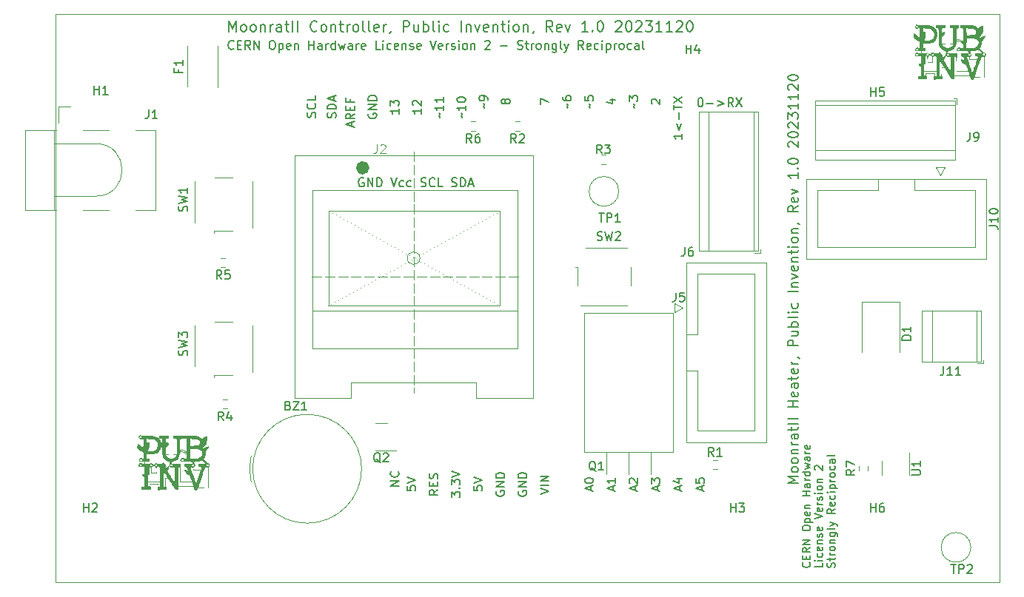
<source format=gbr>
%TF.GenerationSoftware,KiCad,Pcbnew,7.0.7*%
%TF.CreationDate,2023-11-20T16:24:37-05:00*%
%TF.ProjectId,moonratII,6d6f6f6e-7261-4744-9949-2e6b69636164,1.0*%
%TF.SameCoordinates,Original*%
%TF.FileFunction,Legend,Top*%
%TF.FilePolarity,Positive*%
%FSLAX46Y46*%
G04 Gerber Fmt 4.6, Leading zero omitted, Abs format (unit mm)*
G04 Created by KiCad (PCBNEW 7.0.7) date 2023-11-20 16:24:37*
%MOMM*%
%LPD*%
G01*
G04 APERTURE LIST*
%ADD10C,0.152400*%
%ADD11C,0.150000*%
%ADD12C,0.100000*%
%ADD13C,0.120000*%
%ADD14C,0.778420*%
%TA.AperFunction,Profile*%
%ADD15C,0.100000*%
%TD*%
G04 APERTURE END LIST*
D10*
X134952193Y-138657308D02*
X133809193Y-138657308D01*
X133809193Y-138657308D02*
X134625622Y-138276308D01*
X134625622Y-138276308D02*
X133809193Y-137895308D01*
X133809193Y-137895308D02*
X134952193Y-137895308D01*
X134952193Y-137187736D02*
X134897765Y-137296593D01*
X134897765Y-137296593D02*
X134843336Y-137351022D01*
X134843336Y-137351022D02*
X134734479Y-137405450D01*
X134734479Y-137405450D02*
X134407907Y-137405450D01*
X134407907Y-137405450D02*
X134299050Y-137351022D01*
X134299050Y-137351022D02*
X134244622Y-137296593D01*
X134244622Y-137296593D02*
X134190193Y-137187736D01*
X134190193Y-137187736D02*
X134190193Y-137024450D01*
X134190193Y-137024450D02*
X134244622Y-136915593D01*
X134244622Y-136915593D02*
X134299050Y-136861165D01*
X134299050Y-136861165D02*
X134407907Y-136806736D01*
X134407907Y-136806736D02*
X134734479Y-136806736D01*
X134734479Y-136806736D02*
X134843336Y-136861165D01*
X134843336Y-136861165D02*
X134897765Y-136915593D01*
X134897765Y-136915593D02*
X134952193Y-137024450D01*
X134952193Y-137024450D02*
X134952193Y-137187736D01*
X134952193Y-136153593D02*
X134897765Y-136262450D01*
X134897765Y-136262450D02*
X134843336Y-136316879D01*
X134843336Y-136316879D02*
X134734479Y-136371307D01*
X134734479Y-136371307D02*
X134407907Y-136371307D01*
X134407907Y-136371307D02*
X134299050Y-136316879D01*
X134299050Y-136316879D02*
X134244622Y-136262450D01*
X134244622Y-136262450D02*
X134190193Y-136153593D01*
X134190193Y-136153593D02*
X134190193Y-135990307D01*
X134190193Y-135990307D02*
X134244622Y-135881450D01*
X134244622Y-135881450D02*
X134299050Y-135827022D01*
X134299050Y-135827022D02*
X134407907Y-135772593D01*
X134407907Y-135772593D02*
X134734479Y-135772593D01*
X134734479Y-135772593D02*
X134843336Y-135827022D01*
X134843336Y-135827022D02*
X134897765Y-135881450D01*
X134897765Y-135881450D02*
X134952193Y-135990307D01*
X134952193Y-135990307D02*
X134952193Y-136153593D01*
X134190193Y-135282736D02*
X134952193Y-135282736D01*
X134299050Y-135282736D02*
X134244622Y-135228307D01*
X134244622Y-135228307D02*
X134190193Y-135119450D01*
X134190193Y-135119450D02*
X134190193Y-134956164D01*
X134190193Y-134956164D02*
X134244622Y-134847307D01*
X134244622Y-134847307D02*
X134353479Y-134792879D01*
X134353479Y-134792879D02*
X134952193Y-134792879D01*
X134952193Y-134248593D02*
X134190193Y-134248593D01*
X134407907Y-134248593D02*
X134299050Y-134194164D01*
X134299050Y-134194164D02*
X134244622Y-134139736D01*
X134244622Y-134139736D02*
X134190193Y-134030878D01*
X134190193Y-134030878D02*
X134190193Y-133922021D01*
X134952193Y-133051165D02*
X134353479Y-133051165D01*
X134353479Y-133051165D02*
X134244622Y-133105593D01*
X134244622Y-133105593D02*
X134190193Y-133214450D01*
X134190193Y-133214450D02*
X134190193Y-133432165D01*
X134190193Y-133432165D02*
X134244622Y-133541022D01*
X134897765Y-133051165D02*
X134952193Y-133160022D01*
X134952193Y-133160022D02*
X134952193Y-133432165D01*
X134952193Y-133432165D02*
X134897765Y-133541022D01*
X134897765Y-133541022D02*
X134788907Y-133595450D01*
X134788907Y-133595450D02*
X134680050Y-133595450D01*
X134680050Y-133595450D02*
X134571193Y-133541022D01*
X134571193Y-133541022D02*
X134516765Y-133432165D01*
X134516765Y-133432165D02*
X134516765Y-133160022D01*
X134516765Y-133160022D02*
X134462336Y-133051165D01*
X134190193Y-132670164D02*
X134190193Y-132234736D01*
X133809193Y-132506879D02*
X134788907Y-132506879D01*
X134788907Y-132506879D02*
X134897765Y-132452450D01*
X134897765Y-132452450D02*
X134952193Y-132343593D01*
X134952193Y-132343593D02*
X134952193Y-132234736D01*
X134952193Y-131853736D02*
X133809193Y-131853736D01*
X134952193Y-131309450D02*
X133809193Y-131309450D01*
X134952193Y-129894307D02*
X133809193Y-129894307D01*
X134353479Y-129894307D02*
X134353479Y-129241164D01*
X134952193Y-129241164D02*
X133809193Y-129241164D01*
X134897765Y-128261449D02*
X134952193Y-128370306D01*
X134952193Y-128370306D02*
X134952193Y-128588021D01*
X134952193Y-128588021D02*
X134897765Y-128696878D01*
X134897765Y-128696878D02*
X134788907Y-128751306D01*
X134788907Y-128751306D02*
X134353479Y-128751306D01*
X134353479Y-128751306D02*
X134244622Y-128696878D01*
X134244622Y-128696878D02*
X134190193Y-128588021D01*
X134190193Y-128588021D02*
X134190193Y-128370306D01*
X134190193Y-128370306D02*
X134244622Y-128261449D01*
X134244622Y-128261449D02*
X134353479Y-128207021D01*
X134353479Y-128207021D02*
X134462336Y-128207021D01*
X134462336Y-128207021D02*
X134571193Y-128751306D01*
X134952193Y-127227307D02*
X134353479Y-127227307D01*
X134353479Y-127227307D02*
X134244622Y-127281735D01*
X134244622Y-127281735D02*
X134190193Y-127390592D01*
X134190193Y-127390592D02*
X134190193Y-127608307D01*
X134190193Y-127608307D02*
X134244622Y-127717164D01*
X134897765Y-127227307D02*
X134952193Y-127336164D01*
X134952193Y-127336164D02*
X134952193Y-127608307D01*
X134952193Y-127608307D02*
X134897765Y-127717164D01*
X134897765Y-127717164D02*
X134788907Y-127771592D01*
X134788907Y-127771592D02*
X134680050Y-127771592D01*
X134680050Y-127771592D02*
X134571193Y-127717164D01*
X134571193Y-127717164D02*
X134516765Y-127608307D01*
X134516765Y-127608307D02*
X134516765Y-127336164D01*
X134516765Y-127336164D02*
X134462336Y-127227307D01*
X134190193Y-126846306D02*
X134190193Y-126410878D01*
X133809193Y-126683021D02*
X134788907Y-126683021D01*
X134788907Y-126683021D02*
X134897765Y-126628592D01*
X134897765Y-126628592D02*
X134952193Y-126519735D01*
X134952193Y-126519735D02*
X134952193Y-126410878D01*
X134897765Y-125594449D02*
X134952193Y-125703306D01*
X134952193Y-125703306D02*
X134952193Y-125921021D01*
X134952193Y-125921021D02*
X134897765Y-126029878D01*
X134897765Y-126029878D02*
X134788907Y-126084306D01*
X134788907Y-126084306D02*
X134353479Y-126084306D01*
X134353479Y-126084306D02*
X134244622Y-126029878D01*
X134244622Y-126029878D02*
X134190193Y-125921021D01*
X134190193Y-125921021D02*
X134190193Y-125703306D01*
X134190193Y-125703306D02*
X134244622Y-125594449D01*
X134244622Y-125594449D02*
X134353479Y-125540021D01*
X134353479Y-125540021D02*
X134462336Y-125540021D01*
X134462336Y-125540021D02*
X134571193Y-126084306D01*
X134952193Y-125050164D02*
X134190193Y-125050164D01*
X134407907Y-125050164D02*
X134299050Y-124995735D01*
X134299050Y-124995735D02*
X134244622Y-124941307D01*
X134244622Y-124941307D02*
X134190193Y-124832449D01*
X134190193Y-124832449D02*
X134190193Y-124723592D01*
X134897765Y-124288164D02*
X134952193Y-124288164D01*
X134952193Y-124288164D02*
X135061050Y-124342593D01*
X135061050Y-124342593D02*
X135115479Y-124397021D01*
X134952193Y-122927450D02*
X133809193Y-122927450D01*
X133809193Y-122927450D02*
X133809193Y-122492021D01*
X133809193Y-122492021D02*
X133863622Y-122383164D01*
X133863622Y-122383164D02*
X133918050Y-122328735D01*
X133918050Y-122328735D02*
X134026907Y-122274307D01*
X134026907Y-122274307D02*
X134190193Y-122274307D01*
X134190193Y-122274307D02*
X134299050Y-122328735D01*
X134299050Y-122328735D02*
X134353479Y-122383164D01*
X134353479Y-122383164D02*
X134407907Y-122492021D01*
X134407907Y-122492021D02*
X134407907Y-122927450D01*
X134190193Y-121294593D02*
X134952193Y-121294593D01*
X134190193Y-121784450D02*
X134788907Y-121784450D01*
X134788907Y-121784450D02*
X134897765Y-121730021D01*
X134897765Y-121730021D02*
X134952193Y-121621164D01*
X134952193Y-121621164D02*
X134952193Y-121457878D01*
X134952193Y-121457878D02*
X134897765Y-121349021D01*
X134897765Y-121349021D02*
X134843336Y-121294593D01*
X134952193Y-120750307D02*
X133809193Y-120750307D01*
X134244622Y-120750307D02*
X134190193Y-120641450D01*
X134190193Y-120641450D02*
X134190193Y-120423735D01*
X134190193Y-120423735D02*
X134244622Y-120314878D01*
X134244622Y-120314878D02*
X134299050Y-120260450D01*
X134299050Y-120260450D02*
X134407907Y-120206021D01*
X134407907Y-120206021D02*
X134734479Y-120206021D01*
X134734479Y-120206021D02*
X134843336Y-120260450D01*
X134843336Y-120260450D02*
X134897765Y-120314878D01*
X134897765Y-120314878D02*
X134952193Y-120423735D01*
X134952193Y-120423735D02*
X134952193Y-120641450D01*
X134952193Y-120641450D02*
X134897765Y-120750307D01*
X134952193Y-119552878D02*
X134897765Y-119661735D01*
X134897765Y-119661735D02*
X134788907Y-119716164D01*
X134788907Y-119716164D02*
X133809193Y-119716164D01*
X134952193Y-119117450D02*
X134190193Y-119117450D01*
X133809193Y-119117450D02*
X133863622Y-119171878D01*
X133863622Y-119171878D02*
X133918050Y-119117450D01*
X133918050Y-119117450D02*
X133863622Y-119063021D01*
X133863622Y-119063021D02*
X133809193Y-119117450D01*
X133809193Y-119117450D02*
X133918050Y-119117450D01*
X134897765Y-118083307D02*
X134952193Y-118192164D01*
X134952193Y-118192164D02*
X134952193Y-118409878D01*
X134952193Y-118409878D02*
X134897765Y-118518735D01*
X134897765Y-118518735D02*
X134843336Y-118573164D01*
X134843336Y-118573164D02*
X134734479Y-118627592D01*
X134734479Y-118627592D02*
X134407907Y-118627592D01*
X134407907Y-118627592D02*
X134299050Y-118573164D01*
X134299050Y-118573164D02*
X134244622Y-118518735D01*
X134244622Y-118518735D02*
X134190193Y-118409878D01*
X134190193Y-118409878D02*
X134190193Y-118192164D01*
X134190193Y-118192164D02*
X134244622Y-118083307D01*
X134952193Y-116722593D02*
X133809193Y-116722593D01*
X134190193Y-116178307D02*
X134952193Y-116178307D01*
X134299050Y-116178307D02*
X134244622Y-116123878D01*
X134244622Y-116123878D02*
X134190193Y-116015021D01*
X134190193Y-116015021D02*
X134190193Y-115851735D01*
X134190193Y-115851735D02*
X134244622Y-115742878D01*
X134244622Y-115742878D02*
X134353479Y-115688450D01*
X134353479Y-115688450D02*
X134952193Y-115688450D01*
X134190193Y-115253021D02*
X134952193Y-114980878D01*
X134952193Y-114980878D02*
X134190193Y-114708735D01*
X134897765Y-113837878D02*
X134952193Y-113946735D01*
X134952193Y-113946735D02*
X134952193Y-114164450D01*
X134952193Y-114164450D02*
X134897765Y-114273307D01*
X134897765Y-114273307D02*
X134788907Y-114327735D01*
X134788907Y-114327735D02*
X134353479Y-114327735D01*
X134353479Y-114327735D02*
X134244622Y-114273307D01*
X134244622Y-114273307D02*
X134190193Y-114164450D01*
X134190193Y-114164450D02*
X134190193Y-113946735D01*
X134190193Y-113946735D02*
X134244622Y-113837878D01*
X134244622Y-113837878D02*
X134353479Y-113783450D01*
X134353479Y-113783450D02*
X134462336Y-113783450D01*
X134462336Y-113783450D02*
X134571193Y-114327735D01*
X134190193Y-113293593D02*
X134952193Y-113293593D01*
X134299050Y-113293593D02*
X134244622Y-113239164D01*
X134244622Y-113239164D02*
X134190193Y-113130307D01*
X134190193Y-113130307D02*
X134190193Y-112967021D01*
X134190193Y-112967021D02*
X134244622Y-112858164D01*
X134244622Y-112858164D02*
X134353479Y-112803736D01*
X134353479Y-112803736D02*
X134952193Y-112803736D01*
X134190193Y-112422735D02*
X134190193Y-111987307D01*
X133809193Y-112259450D02*
X134788907Y-112259450D01*
X134788907Y-112259450D02*
X134897765Y-112205021D01*
X134897765Y-112205021D02*
X134952193Y-112096164D01*
X134952193Y-112096164D02*
X134952193Y-111987307D01*
X134952193Y-111606307D02*
X134190193Y-111606307D01*
X133809193Y-111606307D02*
X133863622Y-111660735D01*
X133863622Y-111660735D02*
X133918050Y-111606307D01*
X133918050Y-111606307D02*
X133863622Y-111551878D01*
X133863622Y-111551878D02*
X133809193Y-111606307D01*
X133809193Y-111606307D02*
X133918050Y-111606307D01*
X134952193Y-110898735D02*
X134897765Y-111007592D01*
X134897765Y-111007592D02*
X134843336Y-111062021D01*
X134843336Y-111062021D02*
X134734479Y-111116449D01*
X134734479Y-111116449D02*
X134407907Y-111116449D01*
X134407907Y-111116449D02*
X134299050Y-111062021D01*
X134299050Y-111062021D02*
X134244622Y-111007592D01*
X134244622Y-111007592D02*
X134190193Y-110898735D01*
X134190193Y-110898735D02*
X134190193Y-110735449D01*
X134190193Y-110735449D02*
X134244622Y-110626592D01*
X134244622Y-110626592D02*
X134299050Y-110572164D01*
X134299050Y-110572164D02*
X134407907Y-110517735D01*
X134407907Y-110517735D02*
X134734479Y-110517735D01*
X134734479Y-110517735D02*
X134843336Y-110572164D01*
X134843336Y-110572164D02*
X134897765Y-110626592D01*
X134897765Y-110626592D02*
X134952193Y-110735449D01*
X134952193Y-110735449D02*
X134952193Y-110898735D01*
X134190193Y-110027878D02*
X134952193Y-110027878D01*
X134299050Y-110027878D02*
X134244622Y-109973449D01*
X134244622Y-109973449D02*
X134190193Y-109864592D01*
X134190193Y-109864592D02*
X134190193Y-109701306D01*
X134190193Y-109701306D02*
X134244622Y-109592449D01*
X134244622Y-109592449D02*
X134353479Y-109538021D01*
X134353479Y-109538021D02*
X134952193Y-109538021D01*
X134897765Y-108939306D02*
X134952193Y-108939306D01*
X134952193Y-108939306D02*
X135061050Y-108993735D01*
X135061050Y-108993735D02*
X135115479Y-109048163D01*
X134952193Y-106925449D02*
X134407907Y-107306449D01*
X134952193Y-107578592D02*
X133809193Y-107578592D01*
X133809193Y-107578592D02*
X133809193Y-107143163D01*
X133809193Y-107143163D02*
X133863622Y-107034306D01*
X133863622Y-107034306D02*
X133918050Y-106979877D01*
X133918050Y-106979877D02*
X134026907Y-106925449D01*
X134026907Y-106925449D02*
X134190193Y-106925449D01*
X134190193Y-106925449D02*
X134299050Y-106979877D01*
X134299050Y-106979877D02*
X134353479Y-107034306D01*
X134353479Y-107034306D02*
X134407907Y-107143163D01*
X134407907Y-107143163D02*
X134407907Y-107578592D01*
X134897765Y-106000163D02*
X134952193Y-106109020D01*
X134952193Y-106109020D02*
X134952193Y-106326735D01*
X134952193Y-106326735D02*
X134897765Y-106435592D01*
X134897765Y-106435592D02*
X134788907Y-106490020D01*
X134788907Y-106490020D02*
X134353479Y-106490020D01*
X134353479Y-106490020D02*
X134244622Y-106435592D01*
X134244622Y-106435592D02*
X134190193Y-106326735D01*
X134190193Y-106326735D02*
X134190193Y-106109020D01*
X134190193Y-106109020D02*
X134244622Y-106000163D01*
X134244622Y-106000163D02*
X134353479Y-105945735D01*
X134353479Y-105945735D02*
X134462336Y-105945735D01*
X134462336Y-105945735D02*
X134571193Y-106490020D01*
X134190193Y-105564735D02*
X134952193Y-105292592D01*
X134952193Y-105292592D02*
X134190193Y-105020449D01*
X134952193Y-103115449D02*
X134952193Y-103768592D01*
X134952193Y-103442021D02*
X133809193Y-103442021D01*
X133809193Y-103442021D02*
X133972479Y-103550878D01*
X133972479Y-103550878D02*
X134081336Y-103659735D01*
X134081336Y-103659735D02*
X134135765Y-103768592D01*
X134843336Y-102625593D02*
X134897765Y-102571164D01*
X134897765Y-102571164D02*
X134952193Y-102625593D01*
X134952193Y-102625593D02*
X134897765Y-102680021D01*
X134897765Y-102680021D02*
X134843336Y-102625593D01*
X134843336Y-102625593D02*
X134952193Y-102625593D01*
X133809193Y-101863592D02*
X133809193Y-101754735D01*
X133809193Y-101754735D02*
X133863622Y-101645878D01*
X133863622Y-101645878D02*
X133918050Y-101591450D01*
X133918050Y-101591450D02*
X134026907Y-101537021D01*
X134026907Y-101537021D02*
X134244622Y-101482592D01*
X134244622Y-101482592D02*
X134516765Y-101482592D01*
X134516765Y-101482592D02*
X134734479Y-101537021D01*
X134734479Y-101537021D02*
X134843336Y-101591450D01*
X134843336Y-101591450D02*
X134897765Y-101645878D01*
X134897765Y-101645878D02*
X134952193Y-101754735D01*
X134952193Y-101754735D02*
X134952193Y-101863592D01*
X134952193Y-101863592D02*
X134897765Y-101972450D01*
X134897765Y-101972450D02*
X134843336Y-102026878D01*
X134843336Y-102026878D02*
X134734479Y-102081307D01*
X134734479Y-102081307D02*
X134516765Y-102135735D01*
X134516765Y-102135735D02*
X134244622Y-102135735D01*
X134244622Y-102135735D02*
X134026907Y-102081307D01*
X134026907Y-102081307D02*
X133918050Y-102026878D01*
X133918050Y-102026878D02*
X133863622Y-101972450D01*
X133863622Y-101972450D02*
X133809193Y-101863592D01*
X133918050Y-100176307D02*
X133863622Y-100121879D01*
X133863622Y-100121879D02*
X133809193Y-100013022D01*
X133809193Y-100013022D02*
X133809193Y-99740879D01*
X133809193Y-99740879D02*
X133863622Y-99632022D01*
X133863622Y-99632022D02*
X133918050Y-99577593D01*
X133918050Y-99577593D02*
X134026907Y-99523164D01*
X134026907Y-99523164D02*
X134135765Y-99523164D01*
X134135765Y-99523164D02*
X134299050Y-99577593D01*
X134299050Y-99577593D02*
X134952193Y-100230736D01*
X134952193Y-100230736D02*
X134952193Y-99523164D01*
X133809193Y-98815593D02*
X133809193Y-98706736D01*
X133809193Y-98706736D02*
X133863622Y-98597879D01*
X133863622Y-98597879D02*
X133918050Y-98543451D01*
X133918050Y-98543451D02*
X134026907Y-98489022D01*
X134026907Y-98489022D02*
X134244622Y-98434593D01*
X134244622Y-98434593D02*
X134516765Y-98434593D01*
X134516765Y-98434593D02*
X134734479Y-98489022D01*
X134734479Y-98489022D02*
X134843336Y-98543451D01*
X134843336Y-98543451D02*
X134897765Y-98597879D01*
X134897765Y-98597879D02*
X134952193Y-98706736D01*
X134952193Y-98706736D02*
X134952193Y-98815593D01*
X134952193Y-98815593D02*
X134897765Y-98924451D01*
X134897765Y-98924451D02*
X134843336Y-98978879D01*
X134843336Y-98978879D02*
X134734479Y-99033308D01*
X134734479Y-99033308D02*
X134516765Y-99087736D01*
X134516765Y-99087736D02*
X134244622Y-99087736D01*
X134244622Y-99087736D02*
X134026907Y-99033308D01*
X134026907Y-99033308D02*
X133918050Y-98978879D01*
X133918050Y-98978879D02*
X133863622Y-98924451D01*
X133863622Y-98924451D02*
X133809193Y-98815593D01*
X133918050Y-97999165D02*
X133863622Y-97944737D01*
X133863622Y-97944737D02*
X133809193Y-97835880D01*
X133809193Y-97835880D02*
X133809193Y-97563737D01*
X133809193Y-97563737D02*
X133863622Y-97454880D01*
X133863622Y-97454880D02*
X133918050Y-97400451D01*
X133918050Y-97400451D02*
X134026907Y-97346022D01*
X134026907Y-97346022D02*
X134135765Y-97346022D01*
X134135765Y-97346022D02*
X134299050Y-97400451D01*
X134299050Y-97400451D02*
X134952193Y-98053594D01*
X134952193Y-98053594D02*
X134952193Y-97346022D01*
X133809193Y-96965023D02*
X133809193Y-96257451D01*
X133809193Y-96257451D02*
X134244622Y-96638451D01*
X134244622Y-96638451D02*
X134244622Y-96475166D01*
X134244622Y-96475166D02*
X134299050Y-96366309D01*
X134299050Y-96366309D02*
X134353479Y-96311880D01*
X134353479Y-96311880D02*
X134462336Y-96257451D01*
X134462336Y-96257451D02*
X134734479Y-96257451D01*
X134734479Y-96257451D02*
X134843336Y-96311880D01*
X134843336Y-96311880D02*
X134897765Y-96366309D01*
X134897765Y-96366309D02*
X134952193Y-96475166D01*
X134952193Y-96475166D02*
X134952193Y-96801737D01*
X134952193Y-96801737D02*
X134897765Y-96910594D01*
X134897765Y-96910594D02*
X134843336Y-96965023D01*
X134952193Y-95168880D02*
X134952193Y-95822023D01*
X134952193Y-95495452D02*
X133809193Y-95495452D01*
X133809193Y-95495452D02*
X133972479Y-95604309D01*
X133972479Y-95604309D02*
X134081336Y-95713166D01*
X134081336Y-95713166D02*
X134135765Y-95822023D01*
X134952193Y-94080309D02*
X134952193Y-94733452D01*
X134952193Y-94406881D02*
X133809193Y-94406881D01*
X133809193Y-94406881D02*
X133972479Y-94515738D01*
X133972479Y-94515738D02*
X134081336Y-94624595D01*
X134081336Y-94624595D02*
X134135765Y-94733452D01*
X133918050Y-93644881D02*
X133863622Y-93590453D01*
X133863622Y-93590453D02*
X133809193Y-93481596D01*
X133809193Y-93481596D02*
X133809193Y-93209453D01*
X133809193Y-93209453D02*
X133863622Y-93100596D01*
X133863622Y-93100596D02*
X133918050Y-93046167D01*
X133918050Y-93046167D02*
X134026907Y-92991738D01*
X134026907Y-92991738D02*
X134135765Y-92991738D01*
X134135765Y-92991738D02*
X134299050Y-93046167D01*
X134299050Y-93046167D02*
X134952193Y-93699310D01*
X134952193Y-93699310D02*
X134952193Y-92991738D01*
X133809193Y-92284167D02*
X133809193Y-92175310D01*
X133809193Y-92175310D02*
X133863622Y-92066453D01*
X133863622Y-92066453D02*
X133918050Y-92012025D01*
X133918050Y-92012025D02*
X134026907Y-91957596D01*
X134026907Y-91957596D02*
X134244622Y-91903167D01*
X134244622Y-91903167D02*
X134516765Y-91903167D01*
X134516765Y-91903167D02*
X134734479Y-91957596D01*
X134734479Y-91957596D02*
X134843336Y-92012025D01*
X134843336Y-92012025D02*
X134897765Y-92066453D01*
X134897765Y-92066453D02*
X134952193Y-92175310D01*
X134952193Y-92175310D02*
X134952193Y-92284167D01*
X134952193Y-92284167D02*
X134897765Y-92393025D01*
X134897765Y-92393025D02*
X134843336Y-92447453D01*
X134843336Y-92447453D02*
X134734479Y-92501882D01*
X134734479Y-92501882D02*
X134516765Y-92556310D01*
X134516765Y-92556310D02*
X134244622Y-92556310D01*
X134244622Y-92556310D02*
X134026907Y-92501882D01*
X134026907Y-92501882D02*
X133918050Y-92447453D01*
X133918050Y-92447453D02*
X133863622Y-92393025D01*
X133863622Y-92393025D02*
X133809193Y-92284167D01*
D11*
X136236157Y-147711363D02*
X136278491Y-147753696D01*
X136278491Y-147753696D02*
X136320824Y-147880696D01*
X136320824Y-147880696D02*
X136320824Y-147965363D01*
X136320824Y-147965363D02*
X136278491Y-148092363D01*
X136278491Y-148092363D02*
X136193824Y-148177030D01*
X136193824Y-148177030D02*
X136109157Y-148219363D01*
X136109157Y-148219363D02*
X135939824Y-148261696D01*
X135939824Y-148261696D02*
X135812824Y-148261696D01*
X135812824Y-148261696D02*
X135643491Y-148219363D01*
X135643491Y-148219363D02*
X135558824Y-148177030D01*
X135558824Y-148177030D02*
X135474157Y-148092363D01*
X135474157Y-148092363D02*
X135431824Y-147965363D01*
X135431824Y-147965363D02*
X135431824Y-147880696D01*
X135431824Y-147880696D02*
X135474157Y-147753696D01*
X135474157Y-147753696D02*
X135516491Y-147711363D01*
X135855157Y-147330363D02*
X135855157Y-147034030D01*
X136320824Y-146907030D02*
X136320824Y-147330363D01*
X136320824Y-147330363D02*
X135431824Y-147330363D01*
X135431824Y-147330363D02*
X135431824Y-146907030D01*
X136320824Y-146018030D02*
X135897491Y-146314363D01*
X136320824Y-146526030D02*
X135431824Y-146526030D01*
X135431824Y-146526030D02*
X135431824Y-146187363D01*
X135431824Y-146187363D02*
X135474157Y-146102697D01*
X135474157Y-146102697D02*
X135516491Y-146060363D01*
X135516491Y-146060363D02*
X135601157Y-146018030D01*
X135601157Y-146018030D02*
X135728157Y-146018030D01*
X135728157Y-146018030D02*
X135812824Y-146060363D01*
X135812824Y-146060363D02*
X135855157Y-146102697D01*
X135855157Y-146102697D02*
X135897491Y-146187363D01*
X135897491Y-146187363D02*
X135897491Y-146526030D01*
X136320824Y-145637030D02*
X135431824Y-145637030D01*
X135431824Y-145637030D02*
X136320824Y-145129030D01*
X136320824Y-145129030D02*
X135431824Y-145129030D01*
X135431824Y-143859031D02*
X135431824Y-143689697D01*
X135431824Y-143689697D02*
X135474157Y-143605031D01*
X135474157Y-143605031D02*
X135558824Y-143520364D01*
X135558824Y-143520364D02*
X135728157Y-143478031D01*
X135728157Y-143478031D02*
X136024491Y-143478031D01*
X136024491Y-143478031D02*
X136193824Y-143520364D01*
X136193824Y-143520364D02*
X136278491Y-143605031D01*
X136278491Y-143605031D02*
X136320824Y-143689697D01*
X136320824Y-143689697D02*
X136320824Y-143859031D01*
X136320824Y-143859031D02*
X136278491Y-143943697D01*
X136278491Y-143943697D02*
X136193824Y-144028364D01*
X136193824Y-144028364D02*
X136024491Y-144070697D01*
X136024491Y-144070697D02*
X135728157Y-144070697D01*
X135728157Y-144070697D02*
X135558824Y-144028364D01*
X135558824Y-144028364D02*
X135474157Y-143943697D01*
X135474157Y-143943697D02*
X135431824Y-143859031D01*
X135728157Y-143097031D02*
X136617157Y-143097031D01*
X135770491Y-143097031D02*
X135728157Y-143012364D01*
X135728157Y-143012364D02*
X135728157Y-142843031D01*
X135728157Y-142843031D02*
X135770491Y-142758364D01*
X135770491Y-142758364D02*
X135812824Y-142716031D01*
X135812824Y-142716031D02*
X135897491Y-142673698D01*
X135897491Y-142673698D02*
X136151491Y-142673698D01*
X136151491Y-142673698D02*
X136236157Y-142716031D01*
X136236157Y-142716031D02*
X136278491Y-142758364D01*
X136278491Y-142758364D02*
X136320824Y-142843031D01*
X136320824Y-142843031D02*
X136320824Y-143012364D01*
X136320824Y-143012364D02*
X136278491Y-143097031D01*
X136278491Y-141954031D02*
X136320824Y-142038698D01*
X136320824Y-142038698D02*
X136320824Y-142208031D01*
X136320824Y-142208031D02*
X136278491Y-142292698D01*
X136278491Y-142292698D02*
X136193824Y-142335031D01*
X136193824Y-142335031D02*
X135855157Y-142335031D01*
X135855157Y-142335031D02*
X135770491Y-142292698D01*
X135770491Y-142292698D02*
X135728157Y-142208031D01*
X135728157Y-142208031D02*
X135728157Y-142038698D01*
X135728157Y-142038698D02*
X135770491Y-141954031D01*
X135770491Y-141954031D02*
X135855157Y-141911698D01*
X135855157Y-141911698D02*
X135939824Y-141911698D01*
X135939824Y-141911698D02*
X136024491Y-142335031D01*
X135728157Y-141530698D02*
X136320824Y-141530698D01*
X135812824Y-141530698D02*
X135770491Y-141488365D01*
X135770491Y-141488365D02*
X135728157Y-141403698D01*
X135728157Y-141403698D02*
X135728157Y-141276698D01*
X135728157Y-141276698D02*
X135770491Y-141192031D01*
X135770491Y-141192031D02*
X135855157Y-141149698D01*
X135855157Y-141149698D02*
X136320824Y-141149698D01*
X136320824Y-140049032D02*
X135431824Y-140049032D01*
X135855157Y-140049032D02*
X135855157Y-139541032D01*
X136320824Y-139541032D02*
X135431824Y-139541032D01*
X136320824Y-138736699D02*
X135855157Y-138736699D01*
X135855157Y-138736699D02*
X135770491Y-138779032D01*
X135770491Y-138779032D02*
X135728157Y-138863699D01*
X135728157Y-138863699D02*
X135728157Y-139033032D01*
X135728157Y-139033032D02*
X135770491Y-139117699D01*
X136278491Y-138736699D02*
X136320824Y-138821366D01*
X136320824Y-138821366D02*
X136320824Y-139033032D01*
X136320824Y-139033032D02*
X136278491Y-139117699D01*
X136278491Y-139117699D02*
X136193824Y-139160032D01*
X136193824Y-139160032D02*
X136109157Y-139160032D01*
X136109157Y-139160032D02*
X136024491Y-139117699D01*
X136024491Y-139117699D02*
X135982157Y-139033032D01*
X135982157Y-139033032D02*
X135982157Y-138821366D01*
X135982157Y-138821366D02*
X135939824Y-138736699D01*
X136320824Y-138313366D02*
X135728157Y-138313366D01*
X135897491Y-138313366D02*
X135812824Y-138271033D01*
X135812824Y-138271033D02*
X135770491Y-138228699D01*
X135770491Y-138228699D02*
X135728157Y-138144033D01*
X135728157Y-138144033D02*
X135728157Y-138059366D01*
X136320824Y-137382033D02*
X135431824Y-137382033D01*
X136278491Y-137382033D02*
X136320824Y-137466700D01*
X136320824Y-137466700D02*
X136320824Y-137636033D01*
X136320824Y-137636033D02*
X136278491Y-137720700D01*
X136278491Y-137720700D02*
X136236157Y-137763033D01*
X136236157Y-137763033D02*
X136151491Y-137805366D01*
X136151491Y-137805366D02*
X135897491Y-137805366D01*
X135897491Y-137805366D02*
X135812824Y-137763033D01*
X135812824Y-137763033D02*
X135770491Y-137720700D01*
X135770491Y-137720700D02*
X135728157Y-137636033D01*
X135728157Y-137636033D02*
X135728157Y-137466700D01*
X135728157Y-137466700D02*
X135770491Y-137382033D01*
X135728157Y-137043367D02*
X136320824Y-136874033D01*
X136320824Y-136874033D02*
X135897491Y-136704700D01*
X135897491Y-136704700D02*
X136320824Y-136535367D01*
X136320824Y-136535367D02*
X135728157Y-136366033D01*
X136320824Y-135646367D02*
X135855157Y-135646367D01*
X135855157Y-135646367D02*
X135770491Y-135688700D01*
X135770491Y-135688700D02*
X135728157Y-135773367D01*
X135728157Y-135773367D02*
X135728157Y-135942700D01*
X135728157Y-135942700D02*
X135770491Y-136027367D01*
X136278491Y-135646367D02*
X136320824Y-135731034D01*
X136320824Y-135731034D02*
X136320824Y-135942700D01*
X136320824Y-135942700D02*
X136278491Y-136027367D01*
X136278491Y-136027367D02*
X136193824Y-136069700D01*
X136193824Y-136069700D02*
X136109157Y-136069700D01*
X136109157Y-136069700D02*
X136024491Y-136027367D01*
X136024491Y-136027367D02*
X135982157Y-135942700D01*
X135982157Y-135942700D02*
X135982157Y-135731034D01*
X135982157Y-135731034D02*
X135939824Y-135646367D01*
X136320824Y-135223034D02*
X135728157Y-135223034D01*
X135897491Y-135223034D02*
X135812824Y-135180701D01*
X135812824Y-135180701D02*
X135770491Y-135138367D01*
X135770491Y-135138367D02*
X135728157Y-135053701D01*
X135728157Y-135053701D02*
X135728157Y-134969034D01*
X136278491Y-134334034D02*
X136320824Y-134418701D01*
X136320824Y-134418701D02*
X136320824Y-134588034D01*
X136320824Y-134588034D02*
X136278491Y-134672701D01*
X136278491Y-134672701D02*
X136193824Y-134715034D01*
X136193824Y-134715034D02*
X135855157Y-134715034D01*
X135855157Y-134715034D02*
X135770491Y-134672701D01*
X135770491Y-134672701D02*
X135728157Y-134588034D01*
X135728157Y-134588034D02*
X135728157Y-134418701D01*
X135728157Y-134418701D02*
X135770491Y-134334034D01*
X135770491Y-134334034D02*
X135855157Y-134291701D01*
X135855157Y-134291701D02*
X135939824Y-134291701D01*
X135939824Y-134291701D02*
X136024491Y-134715034D01*
X137752114Y-147796030D02*
X137752114Y-148219363D01*
X137752114Y-148219363D02*
X136863114Y-148219363D01*
X137752114Y-147499696D02*
X137159447Y-147499696D01*
X136863114Y-147499696D02*
X136905447Y-147542029D01*
X136905447Y-147542029D02*
X136947781Y-147499696D01*
X136947781Y-147499696D02*
X136905447Y-147457363D01*
X136905447Y-147457363D02*
X136863114Y-147499696D01*
X136863114Y-147499696D02*
X136947781Y-147499696D01*
X137709781Y-146695363D02*
X137752114Y-146780030D01*
X137752114Y-146780030D02*
X137752114Y-146949363D01*
X137752114Y-146949363D02*
X137709781Y-147034030D01*
X137709781Y-147034030D02*
X137667447Y-147076363D01*
X137667447Y-147076363D02*
X137582781Y-147118696D01*
X137582781Y-147118696D02*
X137328781Y-147118696D01*
X137328781Y-147118696D02*
X137244114Y-147076363D01*
X137244114Y-147076363D02*
X137201781Y-147034030D01*
X137201781Y-147034030D02*
X137159447Y-146949363D01*
X137159447Y-146949363D02*
X137159447Y-146780030D01*
X137159447Y-146780030D02*
X137201781Y-146695363D01*
X137709781Y-145975696D02*
X137752114Y-146060363D01*
X137752114Y-146060363D02*
X137752114Y-146229696D01*
X137752114Y-146229696D02*
X137709781Y-146314363D01*
X137709781Y-146314363D02*
X137625114Y-146356696D01*
X137625114Y-146356696D02*
X137286447Y-146356696D01*
X137286447Y-146356696D02*
X137201781Y-146314363D01*
X137201781Y-146314363D02*
X137159447Y-146229696D01*
X137159447Y-146229696D02*
X137159447Y-146060363D01*
X137159447Y-146060363D02*
X137201781Y-145975696D01*
X137201781Y-145975696D02*
X137286447Y-145933363D01*
X137286447Y-145933363D02*
X137371114Y-145933363D01*
X137371114Y-145933363D02*
X137455781Y-146356696D01*
X137159447Y-145552363D02*
X137752114Y-145552363D01*
X137244114Y-145552363D02*
X137201781Y-145510030D01*
X137201781Y-145510030D02*
X137159447Y-145425363D01*
X137159447Y-145425363D02*
X137159447Y-145298363D01*
X137159447Y-145298363D02*
X137201781Y-145213696D01*
X137201781Y-145213696D02*
X137286447Y-145171363D01*
X137286447Y-145171363D02*
X137752114Y-145171363D01*
X137709781Y-144790363D02*
X137752114Y-144705697D01*
X137752114Y-144705697D02*
X137752114Y-144536363D01*
X137752114Y-144536363D02*
X137709781Y-144451697D01*
X137709781Y-144451697D02*
X137625114Y-144409363D01*
X137625114Y-144409363D02*
X137582781Y-144409363D01*
X137582781Y-144409363D02*
X137498114Y-144451697D01*
X137498114Y-144451697D02*
X137455781Y-144536363D01*
X137455781Y-144536363D02*
X137455781Y-144663363D01*
X137455781Y-144663363D02*
X137413447Y-144748030D01*
X137413447Y-144748030D02*
X137328781Y-144790363D01*
X137328781Y-144790363D02*
X137286447Y-144790363D01*
X137286447Y-144790363D02*
X137201781Y-144748030D01*
X137201781Y-144748030D02*
X137159447Y-144663363D01*
X137159447Y-144663363D02*
X137159447Y-144536363D01*
X137159447Y-144536363D02*
X137201781Y-144451697D01*
X137709781Y-143689696D02*
X137752114Y-143774363D01*
X137752114Y-143774363D02*
X137752114Y-143943696D01*
X137752114Y-143943696D02*
X137709781Y-144028363D01*
X137709781Y-144028363D02*
X137625114Y-144070696D01*
X137625114Y-144070696D02*
X137286447Y-144070696D01*
X137286447Y-144070696D02*
X137201781Y-144028363D01*
X137201781Y-144028363D02*
X137159447Y-143943696D01*
X137159447Y-143943696D02*
X137159447Y-143774363D01*
X137159447Y-143774363D02*
X137201781Y-143689696D01*
X137201781Y-143689696D02*
X137286447Y-143647363D01*
X137286447Y-143647363D02*
X137371114Y-143647363D01*
X137371114Y-143647363D02*
X137455781Y-144070696D01*
X136863114Y-142716030D02*
X137752114Y-142419697D01*
X137752114Y-142419697D02*
X136863114Y-142123363D01*
X137709781Y-141488363D02*
X137752114Y-141573030D01*
X137752114Y-141573030D02*
X137752114Y-141742363D01*
X137752114Y-141742363D02*
X137709781Y-141827030D01*
X137709781Y-141827030D02*
X137625114Y-141869363D01*
X137625114Y-141869363D02*
X137286447Y-141869363D01*
X137286447Y-141869363D02*
X137201781Y-141827030D01*
X137201781Y-141827030D02*
X137159447Y-141742363D01*
X137159447Y-141742363D02*
X137159447Y-141573030D01*
X137159447Y-141573030D02*
X137201781Y-141488363D01*
X137201781Y-141488363D02*
X137286447Y-141446030D01*
X137286447Y-141446030D02*
X137371114Y-141446030D01*
X137371114Y-141446030D02*
X137455781Y-141869363D01*
X137752114Y-141065030D02*
X137159447Y-141065030D01*
X137328781Y-141065030D02*
X137244114Y-141022697D01*
X137244114Y-141022697D02*
X137201781Y-140980363D01*
X137201781Y-140980363D02*
X137159447Y-140895697D01*
X137159447Y-140895697D02*
X137159447Y-140811030D01*
X137709781Y-140557030D02*
X137752114Y-140472364D01*
X137752114Y-140472364D02*
X137752114Y-140303030D01*
X137752114Y-140303030D02*
X137709781Y-140218364D01*
X137709781Y-140218364D02*
X137625114Y-140176030D01*
X137625114Y-140176030D02*
X137582781Y-140176030D01*
X137582781Y-140176030D02*
X137498114Y-140218364D01*
X137498114Y-140218364D02*
X137455781Y-140303030D01*
X137455781Y-140303030D02*
X137455781Y-140430030D01*
X137455781Y-140430030D02*
X137413447Y-140514697D01*
X137413447Y-140514697D02*
X137328781Y-140557030D01*
X137328781Y-140557030D02*
X137286447Y-140557030D01*
X137286447Y-140557030D02*
X137201781Y-140514697D01*
X137201781Y-140514697D02*
X137159447Y-140430030D01*
X137159447Y-140430030D02*
X137159447Y-140303030D01*
X137159447Y-140303030D02*
X137201781Y-140218364D01*
X137752114Y-139795030D02*
X137159447Y-139795030D01*
X136863114Y-139795030D02*
X136905447Y-139837363D01*
X136905447Y-139837363D02*
X136947781Y-139795030D01*
X136947781Y-139795030D02*
X136905447Y-139752697D01*
X136905447Y-139752697D02*
X136863114Y-139795030D01*
X136863114Y-139795030D02*
X136947781Y-139795030D01*
X137752114Y-139244697D02*
X137709781Y-139329364D01*
X137709781Y-139329364D02*
X137667447Y-139371697D01*
X137667447Y-139371697D02*
X137582781Y-139414030D01*
X137582781Y-139414030D02*
X137328781Y-139414030D01*
X137328781Y-139414030D02*
X137244114Y-139371697D01*
X137244114Y-139371697D02*
X137201781Y-139329364D01*
X137201781Y-139329364D02*
X137159447Y-139244697D01*
X137159447Y-139244697D02*
X137159447Y-139117697D01*
X137159447Y-139117697D02*
X137201781Y-139033030D01*
X137201781Y-139033030D02*
X137244114Y-138990697D01*
X137244114Y-138990697D02*
X137328781Y-138948364D01*
X137328781Y-138948364D02*
X137582781Y-138948364D01*
X137582781Y-138948364D02*
X137667447Y-138990697D01*
X137667447Y-138990697D02*
X137709781Y-139033030D01*
X137709781Y-139033030D02*
X137752114Y-139117697D01*
X137752114Y-139117697D02*
X137752114Y-139244697D01*
X137159447Y-138567364D02*
X137752114Y-138567364D01*
X137244114Y-138567364D02*
X137201781Y-138525031D01*
X137201781Y-138525031D02*
X137159447Y-138440364D01*
X137159447Y-138440364D02*
X137159447Y-138313364D01*
X137159447Y-138313364D02*
X137201781Y-138228697D01*
X137201781Y-138228697D02*
X137286447Y-138186364D01*
X137286447Y-138186364D02*
X137752114Y-138186364D01*
X136947781Y-137128031D02*
X136905447Y-137085698D01*
X136905447Y-137085698D02*
X136863114Y-137001031D01*
X136863114Y-137001031D02*
X136863114Y-136789365D01*
X136863114Y-136789365D02*
X136905447Y-136704698D01*
X136905447Y-136704698D02*
X136947781Y-136662365D01*
X136947781Y-136662365D02*
X137032447Y-136620031D01*
X137032447Y-136620031D02*
X137117114Y-136620031D01*
X137117114Y-136620031D02*
X137244114Y-136662365D01*
X137244114Y-136662365D02*
X137752114Y-137170365D01*
X137752114Y-137170365D02*
X137752114Y-136620031D01*
X139141071Y-148261696D02*
X139183404Y-148134696D01*
X139183404Y-148134696D02*
X139183404Y-147923030D01*
X139183404Y-147923030D02*
X139141071Y-147838363D01*
X139141071Y-147838363D02*
X139098737Y-147796030D01*
X139098737Y-147796030D02*
X139014071Y-147753696D01*
X139014071Y-147753696D02*
X138929404Y-147753696D01*
X138929404Y-147753696D02*
X138844737Y-147796030D01*
X138844737Y-147796030D02*
X138802404Y-147838363D01*
X138802404Y-147838363D02*
X138760071Y-147923030D01*
X138760071Y-147923030D02*
X138717737Y-148092363D01*
X138717737Y-148092363D02*
X138675404Y-148177030D01*
X138675404Y-148177030D02*
X138633071Y-148219363D01*
X138633071Y-148219363D02*
X138548404Y-148261696D01*
X138548404Y-148261696D02*
X138463737Y-148261696D01*
X138463737Y-148261696D02*
X138379071Y-148219363D01*
X138379071Y-148219363D02*
X138336737Y-148177030D01*
X138336737Y-148177030D02*
X138294404Y-148092363D01*
X138294404Y-148092363D02*
X138294404Y-147880696D01*
X138294404Y-147880696D02*
X138336737Y-147753696D01*
X138590737Y-147499696D02*
X138590737Y-147161029D01*
X138294404Y-147372696D02*
X139056404Y-147372696D01*
X139056404Y-147372696D02*
X139141071Y-147330363D01*
X139141071Y-147330363D02*
X139183404Y-147245696D01*
X139183404Y-147245696D02*
X139183404Y-147161029D01*
X139183404Y-146864696D02*
X138590737Y-146864696D01*
X138760071Y-146864696D02*
X138675404Y-146822363D01*
X138675404Y-146822363D02*
X138633071Y-146780029D01*
X138633071Y-146780029D02*
X138590737Y-146695363D01*
X138590737Y-146695363D02*
X138590737Y-146610696D01*
X139183404Y-146187363D02*
X139141071Y-146272030D01*
X139141071Y-146272030D02*
X139098737Y-146314363D01*
X139098737Y-146314363D02*
X139014071Y-146356696D01*
X139014071Y-146356696D02*
X138760071Y-146356696D01*
X138760071Y-146356696D02*
X138675404Y-146314363D01*
X138675404Y-146314363D02*
X138633071Y-146272030D01*
X138633071Y-146272030D02*
X138590737Y-146187363D01*
X138590737Y-146187363D02*
X138590737Y-146060363D01*
X138590737Y-146060363D02*
X138633071Y-145975696D01*
X138633071Y-145975696D02*
X138675404Y-145933363D01*
X138675404Y-145933363D02*
X138760071Y-145891030D01*
X138760071Y-145891030D02*
X139014071Y-145891030D01*
X139014071Y-145891030D02*
X139098737Y-145933363D01*
X139098737Y-145933363D02*
X139141071Y-145975696D01*
X139141071Y-145975696D02*
X139183404Y-146060363D01*
X139183404Y-146060363D02*
X139183404Y-146187363D01*
X138590737Y-145510030D02*
X139183404Y-145510030D01*
X138675404Y-145510030D02*
X138633071Y-145467697D01*
X138633071Y-145467697D02*
X138590737Y-145383030D01*
X138590737Y-145383030D02*
X138590737Y-145256030D01*
X138590737Y-145256030D02*
X138633071Y-145171363D01*
X138633071Y-145171363D02*
X138717737Y-145129030D01*
X138717737Y-145129030D02*
X139183404Y-145129030D01*
X138590737Y-144324697D02*
X139310404Y-144324697D01*
X139310404Y-144324697D02*
X139395071Y-144367030D01*
X139395071Y-144367030D02*
X139437404Y-144409364D01*
X139437404Y-144409364D02*
X139479737Y-144494030D01*
X139479737Y-144494030D02*
X139479737Y-144621030D01*
X139479737Y-144621030D02*
X139437404Y-144705697D01*
X139141071Y-144324697D02*
X139183404Y-144409364D01*
X139183404Y-144409364D02*
X139183404Y-144578697D01*
X139183404Y-144578697D02*
X139141071Y-144663364D01*
X139141071Y-144663364D02*
X139098737Y-144705697D01*
X139098737Y-144705697D02*
X139014071Y-144748030D01*
X139014071Y-144748030D02*
X138760071Y-144748030D01*
X138760071Y-144748030D02*
X138675404Y-144705697D01*
X138675404Y-144705697D02*
X138633071Y-144663364D01*
X138633071Y-144663364D02*
X138590737Y-144578697D01*
X138590737Y-144578697D02*
X138590737Y-144409364D01*
X138590737Y-144409364D02*
X138633071Y-144324697D01*
X139183404Y-143774364D02*
X139141071Y-143859031D01*
X139141071Y-143859031D02*
X139056404Y-143901364D01*
X139056404Y-143901364D02*
X138294404Y-143901364D01*
X138590737Y-143520364D02*
X139183404Y-143308697D01*
X138590737Y-143097030D02*
X139183404Y-143308697D01*
X139183404Y-143308697D02*
X139395071Y-143393364D01*
X139395071Y-143393364D02*
X139437404Y-143435697D01*
X139437404Y-143435697D02*
X139479737Y-143520364D01*
X139183404Y-141573031D02*
X138760071Y-141869364D01*
X139183404Y-142081031D02*
X138294404Y-142081031D01*
X138294404Y-142081031D02*
X138294404Y-141742364D01*
X138294404Y-141742364D02*
X138336737Y-141657698D01*
X138336737Y-141657698D02*
X138379071Y-141615364D01*
X138379071Y-141615364D02*
X138463737Y-141573031D01*
X138463737Y-141573031D02*
X138590737Y-141573031D01*
X138590737Y-141573031D02*
X138675404Y-141615364D01*
X138675404Y-141615364D02*
X138717737Y-141657698D01*
X138717737Y-141657698D02*
X138760071Y-141742364D01*
X138760071Y-141742364D02*
X138760071Y-142081031D01*
X139141071Y-140853364D02*
X139183404Y-140938031D01*
X139183404Y-140938031D02*
X139183404Y-141107364D01*
X139183404Y-141107364D02*
X139141071Y-141192031D01*
X139141071Y-141192031D02*
X139056404Y-141234364D01*
X139056404Y-141234364D02*
X138717737Y-141234364D01*
X138717737Y-141234364D02*
X138633071Y-141192031D01*
X138633071Y-141192031D02*
X138590737Y-141107364D01*
X138590737Y-141107364D02*
X138590737Y-140938031D01*
X138590737Y-140938031D02*
X138633071Y-140853364D01*
X138633071Y-140853364D02*
X138717737Y-140811031D01*
X138717737Y-140811031D02*
X138802404Y-140811031D01*
X138802404Y-140811031D02*
X138887071Y-141234364D01*
X139141071Y-140049031D02*
X139183404Y-140133698D01*
X139183404Y-140133698D02*
X139183404Y-140303031D01*
X139183404Y-140303031D02*
X139141071Y-140387698D01*
X139141071Y-140387698D02*
X139098737Y-140430031D01*
X139098737Y-140430031D02*
X139014071Y-140472364D01*
X139014071Y-140472364D02*
X138760071Y-140472364D01*
X138760071Y-140472364D02*
X138675404Y-140430031D01*
X138675404Y-140430031D02*
X138633071Y-140387698D01*
X138633071Y-140387698D02*
X138590737Y-140303031D01*
X138590737Y-140303031D02*
X138590737Y-140133698D01*
X138590737Y-140133698D02*
X138633071Y-140049031D01*
X139183404Y-139668031D02*
X138590737Y-139668031D01*
X138294404Y-139668031D02*
X138336737Y-139710364D01*
X138336737Y-139710364D02*
X138379071Y-139668031D01*
X138379071Y-139668031D02*
X138336737Y-139625698D01*
X138336737Y-139625698D02*
X138294404Y-139668031D01*
X138294404Y-139668031D02*
X138379071Y-139668031D01*
X138590737Y-139244698D02*
X139479737Y-139244698D01*
X138633071Y-139244698D02*
X138590737Y-139160031D01*
X138590737Y-139160031D02*
X138590737Y-138990698D01*
X138590737Y-138990698D02*
X138633071Y-138906031D01*
X138633071Y-138906031D02*
X138675404Y-138863698D01*
X138675404Y-138863698D02*
X138760071Y-138821365D01*
X138760071Y-138821365D02*
X139014071Y-138821365D01*
X139014071Y-138821365D02*
X139098737Y-138863698D01*
X139098737Y-138863698D02*
X139141071Y-138906031D01*
X139141071Y-138906031D02*
X139183404Y-138990698D01*
X139183404Y-138990698D02*
X139183404Y-139160031D01*
X139183404Y-139160031D02*
X139141071Y-139244698D01*
X139183404Y-138440365D02*
X138590737Y-138440365D01*
X138760071Y-138440365D02*
X138675404Y-138398032D01*
X138675404Y-138398032D02*
X138633071Y-138355698D01*
X138633071Y-138355698D02*
X138590737Y-138271032D01*
X138590737Y-138271032D02*
X138590737Y-138186365D01*
X139183404Y-137763032D02*
X139141071Y-137847699D01*
X139141071Y-137847699D02*
X139098737Y-137890032D01*
X139098737Y-137890032D02*
X139014071Y-137932365D01*
X139014071Y-137932365D02*
X138760071Y-137932365D01*
X138760071Y-137932365D02*
X138675404Y-137890032D01*
X138675404Y-137890032D02*
X138633071Y-137847699D01*
X138633071Y-137847699D02*
X138590737Y-137763032D01*
X138590737Y-137763032D02*
X138590737Y-137636032D01*
X138590737Y-137636032D02*
X138633071Y-137551365D01*
X138633071Y-137551365D02*
X138675404Y-137509032D01*
X138675404Y-137509032D02*
X138760071Y-137466699D01*
X138760071Y-137466699D02*
X139014071Y-137466699D01*
X139014071Y-137466699D02*
X139098737Y-137509032D01*
X139098737Y-137509032D02*
X139141071Y-137551365D01*
X139141071Y-137551365D02*
X139183404Y-137636032D01*
X139183404Y-137636032D02*
X139183404Y-137763032D01*
X139141071Y-136704699D02*
X139183404Y-136789366D01*
X139183404Y-136789366D02*
X139183404Y-136958699D01*
X139183404Y-136958699D02*
X139141071Y-137043366D01*
X139141071Y-137043366D02*
X139098737Y-137085699D01*
X139098737Y-137085699D02*
X139014071Y-137128032D01*
X139014071Y-137128032D02*
X138760071Y-137128032D01*
X138760071Y-137128032D02*
X138675404Y-137085699D01*
X138675404Y-137085699D02*
X138633071Y-137043366D01*
X138633071Y-137043366D02*
X138590737Y-136958699D01*
X138590737Y-136958699D02*
X138590737Y-136789366D01*
X138590737Y-136789366D02*
X138633071Y-136704699D01*
X139183404Y-135942699D02*
X138717737Y-135942699D01*
X138717737Y-135942699D02*
X138633071Y-135985032D01*
X138633071Y-135985032D02*
X138590737Y-136069699D01*
X138590737Y-136069699D02*
X138590737Y-136239032D01*
X138590737Y-136239032D02*
X138633071Y-136323699D01*
X139141071Y-135942699D02*
X139183404Y-136027366D01*
X139183404Y-136027366D02*
X139183404Y-136239032D01*
X139183404Y-136239032D02*
X139141071Y-136323699D01*
X139141071Y-136323699D02*
X139056404Y-136366032D01*
X139056404Y-136366032D02*
X138971737Y-136366032D01*
X138971737Y-136366032D02*
X138887071Y-136323699D01*
X138887071Y-136323699D02*
X138844737Y-136239032D01*
X138844737Y-136239032D02*
X138844737Y-136027366D01*
X138844737Y-136027366D02*
X138802404Y-135942699D01*
X139183404Y-135392366D02*
X139141071Y-135477033D01*
X139141071Y-135477033D02*
X139056404Y-135519366D01*
X139056404Y-135519366D02*
X138294404Y-135519366D01*
D10*
X69890548Y-86972582D02*
X69890548Y-85753382D01*
X69890548Y-85753382D02*
X70296948Y-86624239D01*
X70296948Y-86624239D02*
X70703348Y-85753382D01*
X70703348Y-85753382D02*
X70703348Y-86972582D01*
X71458091Y-86972582D02*
X71341976Y-86914525D01*
X71341976Y-86914525D02*
X71283919Y-86856467D01*
X71283919Y-86856467D02*
X71225862Y-86740353D01*
X71225862Y-86740353D02*
X71225862Y-86392010D01*
X71225862Y-86392010D02*
X71283919Y-86275896D01*
X71283919Y-86275896D02*
X71341976Y-86217839D01*
X71341976Y-86217839D02*
X71458091Y-86159782D01*
X71458091Y-86159782D02*
X71632262Y-86159782D01*
X71632262Y-86159782D02*
X71748376Y-86217839D01*
X71748376Y-86217839D02*
X71806434Y-86275896D01*
X71806434Y-86275896D02*
X71864491Y-86392010D01*
X71864491Y-86392010D02*
X71864491Y-86740353D01*
X71864491Y-86740353D02*
X71806434Y-86856467D01*
X71806434Y-86856467D02*
X71748376Y-86914525D01*
X71748376Y-86914525D02*
X71632262Y-86972582D01*
X71632262Y-86972582D02*
X71458091Y-86972582D01*
X72561177Y-86972582D02*
X72445062Y-86914525D01*
X72445062Y-86914525D02*
X72387005Y-86856467D01*
X72387005Y-86856467D02*
X72328948Y-86740353D01*
X72328948Y-86740353D02*
X72328948Y-86392010D01*
X72328948Y-86392010D02*
X72387005Y-86275896D01*
X72387005Y-86275896D02*
X72445062Y-86217839D01*
X72445062Y-86217839D02*
X72561177Y-86159782D01*
X72561177Y-86159782D02*
X72735348Y-86159782D01*
X72735348Y-86159782D02*
X72851462Y-86217839D01*
X72851462Y-86217839D02*
X72909520Y-86275896D01*
X72909520Y-86275896D02*
X72967577Y-86392010D01*
X72967577Y-86392010D02*
X72967577Y-86740353D01*
X72967577Y-86740353D02*
X72909520Y-86856467D01*
X72909520Y-86856467D02*
X72851462Y-86914525D01*
X72851462Y-86914525D02*
X72735348Y-86972582D01*
X72735348Y-86972582D02*
X72561177Y-86972582D01*
X73490091Y-86159782D02*
X73490091Y-86972582D01*
X73490091Y-86275896D02*
X73548148Y-86217839D01*
X73548148Y-86217839D02*
X73664263Y-86159782D01*
X73664263Y-86159782D02*
X73838434Y-86159782D01*
X73838434Y-86159782D02*
X73954548Y-86217839D01*
X73954548Y-86217839D02*
X74012606Y-86333953D01*
X74012606Y-86333953D02*
X74012606Y-86972582D01*
X74593177Y-86972582D02*
X74593177Y-86159782D01*
X74593177Y-86392010D02*
X74651234Y-86275896D01*
X74651234Y-86275896D02*
X74709292Y-86217839D01*
X74709292Y-86217839D02*
X74825406Y-86159782D01*
X74825406Y-86159782D02*
X74941520Y-86159782D01*
X75870435Y-86972582D02*
X75870435Y-86333953D01*
X75870435Y-86333953D02*
X75812377Y-86217839D01*
X75812377Y-86217839D02*
X75696263Y-86159782D01*
X75696263Y-86159782D02*
X75464035Y-86159782D01*
X75464035Y-86159782D02*
X75347920Y-86217839D01*
X75870435Y-86914525D02*
X75754320Y-86972582D01*
X75754320Y-86972582D02*
X75464035Y-86972582D01*
X75464035Y-86972582D02*
X75347920Y-86914525D01*
X75347920Y-86914525D02*
X75289863Y-86798410D01*
X75289863Y-86798410D02*
X75289863Y-86682296D01*
X75289863Y-86682296D02*
X75347920Y-86566182D01*
X75347920Y-86566182D02*
X75464035Y-86508125D01*
X75464035Y-86508125D02*
X75754320Y-86508125D01*
X75754320Y-86508125D02*
X75870435Y-86450067D01*
X76276835Y-86159782D02*
X76741292Y-86159782D01*
X76451006Y-85753382D02*
X76451006Y-86798410D01*
X76451006Y-86798410D02*
X76509063Y-86914525D01*
X76509063Y-86914525D02*
X76625178Y-86972582D01*
X76625178Y-86972582D02*
X76741292Y-86972582D01*
X77147692Y-86972582D02*
X77147692Y-85753382D01*
X77728263Y-86972582D02*
X77728263Y-85753382D01*
X79934434Y-86856467D02*
X79876377Y-86914525D01*
X79876377Y-86914525D02*
X79702205Y-86972582D01*
X79702205Y-86972582D02*
X79586091Y-86972582D01*
X79586091Y-86972582D02*
X79411920Y-86914525D01*
X79411920Y-86914525D02*
X79295805Y-86798410D01*
X79295805Y-86798410D02*
X79237748Y-86682296D01*
X79237748Y-86682296D02*
X79179691Y-86450067D01*
X79179691Y-86450067D02*
X79179691Y-86275896D01*
X79179691Y-86275896D02*
X79237748Y-86043667D01*
X79237748Y-86043667D02*
X79295805Y-85927553D01*
X79295805Y-85927553D02*
X79411920Y-85811439D01*
X79411920Y-85811439D02*
X79586091Y-85753382D01*
X79586091Y-85753382D02*
X79702205Y-85753382D01*
X79702205Y-85753382D02*
X79876377Y-85811439D01*
X79876377Y-85811439D02*
X79934434Y-85869496D01*
X80631120Y-86972582D02*
X80515005Y-86914525D01*
X80515005Y-86914525D02*
X80456948Y-86856467D01*
X80456948Y-86856467D02*
X80398891Y-86740353D01*
X80398891Y-86740353D02*
X80398891Y-86392010D01*
X80398891Y-86392010D02*
X80456948Y-86275896D01*
X80456948Y-86275896D02*
X80515005Y-86217839D01*
X80515005Y-86217839D02*
X80631120Y-86159782D01*
X80631120Y-86159782D02*
X80805291Y-86159782D01*
X80805291Y-86159782D02*
X80921405Y-86217839D01*
X80921405Y-86217839D02*
X80979463Y-86275896D01*
X80979463Y-86275896D02*
X81037520Y-86392010D01*
X81037520Y-86392010D02*
X81037520Y-86740353D01*
X81037520Y-86740353D02*
X80979463Y-86856467D01*
X80979463Y-86856467D02*
X80921405Y-86914525D01*
X80921405Y-86914525D02*
X80805291Y-86972582D01*
X80805291Y-86972582D02*
X80631120Y-86972582D01*
X81560034Y-86159782D02*
X81560034Y-86972582D01*
X81560034Y-86275896D02*
X81618091Y-86217839D01*
X81618091Y-86217839D02*
X81734206Y-86159782D01*
X81734206Y-86159782D02*
X81908377Y-86159782D01*
X81908377Y-86159782D02*
X82024491Y-86217839D01*
X82024491Y-86217839D02*
X82082549Y-86333953D01*
X82082549Y-86333953D02*
X82082549Y-86972582D01*
X82488949Y-86159782D02*
X82953406Y-86159782D01*
X82663120Y-85753382D02*
X82663120Y-86798410D01*
X82663120Y-86798410D02*
X82721177Y-86914525D01*
X82721177Y-86914525D02*
X82837292Y-86972582D01*
X82837292Y-86972582D02*
X82953406Y-86972582D01*
X83359806Y-86972582D02*
X83359806Y-86159782D01*
X83359806Y-86392010D02*
X83417863Y-86275896D01*
X83417863Y-86275896D02*
X83475921Y-86217839D01*
X83475921Y-86217839D02*
X83592035Y-86159782D01*
X83592035Y-86159782D02*
X83708149Y-86159782D01*
X84288721Y-86972582D02*
X84172606Y-86914525D01*
X84172606Y-86914525D02*
X84114549Y-86856467D01*
X84114549Y-86856467D02*
X84056492Y-86740353D01*
X84056492Y-86740353D02*
X84056492Y-86392010D01*
X84056492Y-86392010D02*
X84114549Y-86275896D01*
X84114549Y-86275896D02*
X84172606Y-86217839D01*
X84172606Y-86217839D02*
X84288721Y-86159782D01*
X84288721Y-86159782D02*
X84462892Y-86159782D01*
X84462892Y-86159782D02*
X84579006Y-86217839D01*
X84579006Y-86217839D02*
X84637064Y-86275896D01*
X84637064Y-86275896D02*
X84695121Y-86392010D01*
X84695121Y-86392010D02*
X84695121Y-86740353D01*
X84695121Y-86740353D02*
X84637064Y-86856467D01*
X84637064Y-86856467D02*
X84579006Y-86914525D01*
X84579006Y-86914525D02*
X84462892Y-86972582D01*
X84462892Y-86972582D02*
X84288721Y-86972582D01*
X85391807Y-86972582D02*
X85275692Y-86914525D01*
X85275692Y-86914525D02*
X85217635Y-86798410D01*
X85217635Y-86798410D02*
X85217635Y-85753382D01*
X86030436Y-86972582D02*
X85914321Y-86914525D01*
X85914321Y-86914525D02*
X85856264Y-86798410D01*
X85856264Y-86798410D02*
X85856264Y-85753382D01*
X86959350Y-86914525D02*
X86843236Y-86972582D01*
X86843236Y-86972582D02*
X86611008Y-86972582D01*
X86611008Y-86972582D02*
X86494893Y-86914525D01*
X86494893Y-86914525D02*
X86436836Y-86798410D01*
X86436836Y-86798410D02*
X86436836Y-86333953D01*
X86436836Y-86333953D02*
X86494893Y-86217839D01*
X86494893Y-86217839D02*
X86611008Y-86159782D01*
X86611008Y-86159782D02*
X86843236Y-86159782D01*
X86843236Y-86159782D02*
X86959350Y-86217839D01*
X86959350Y-86217839D02*
X87017408Y-86333953D01*
X87017408Y-86333953D02*
X87017408Y-86450067D01*
X87017408Y-86450067D02*
X86436836Y-86566182D01*
X87539922Y-86972582D02*
X87539922Y-86159782D01*
X87539922Y-86392010D02*
X87597979Y-86275896D01*
X87597979Y-86275896D02*
X87656037Y-86217839D01*
X87656037Y-86217839D02*
X87772151Y-86159782D01*
X87772151Y-86159782D02*
X87888265Y-86159782D01*
X88352722Y-86914525D02*
X88352722Y-86972582D01*
X88352722Y-86972582D02*
X88294665Y-87088696D01*
X88294665Y-87088696D02*
X88236608Y-87146753D01*
X89804150Y-86972582D02*
X89804150Y-85753382D01*
X89804150Y-85753382D02*
X90268607Y-85753382D01*
X90268607Y-85753382D02*
X90384722Y-85811439D01*
X90384722Y-85811439D02*
X90442779Y-85869496D01*
X90442779Y-85869496D02*
X90500836Y-85985610D01*
X90500836Y-85985610D02*
X90500836Y-86159782D01*
X90500836Y-86159782D02*
X90442779Y-86275896D01*
X90442779Y-86275896D02*
X90384722Y-86333953D01*
X90384722Y-86333953D02*
X90268607Y-86392010D01*
X90268607Y-86392010D02*
X89804150Y-86392010D01*
X91545865Y-86159782D02*
X91545865Y-86972582D01*
X91023350Y-86159782D02*
X91023350Y-86798410D01*
X91023350Y-86798410D02*
X91081407Y-86914525D01*
X91081407Y-86914525D02*
X91197522Y-86972582D01*
X91197522Y-86972582D02*
X91371693Y-86972582D01*
X91371693Y-86972582D02*
X91487807Y-86914525D01*
X91487807Y-86914525D02*
X91545865Y-86856467D01*
X92126436Y-86972582D02*
X92126436Y-85753382D01*
X92126436Y-86217839D02*
X92242551Y-86159782D01*
X92242551Y-86159782D02*
X92474779Y-86159782D01*
X92474779Y-86159782D02*
X92590893Y-86217839D01*
X92590893Y-86217839D02*
X92648951Y-86275896D01*
X92648951Y-86275896D02*
X92707008Y-86392010D01*
X92707008Y-86392010D02*
X92707008Y-86740353D01*
X92707008Y-86740353D02*
X92648951Y-86856467D01*
X92648951Y-86856467D02*
X92590893Y-86914525D01*
X92590893Y-86914525D02*
X92474779Y-86972582D01*
X92474779Y-86972582D02*
X92242551Y-86972582D01*
X92242551Y-86972582D02*
X92126436Y-86914525D01*
X93403694Y-86972582D02*
X93287579Y-86914525D01*
X93287579Y-86914525D02*
X93229522Y-86798410D01*
X93229522Y-86798410D02*
X93229522Y-85753382D01*
X93868151Y-86972582D02*
X93868151Y-86159782D01*
X93868151Y-85753382D02*
X93810094Y-85811439D01*
X93810094Y-85811439D02*
X93868151Y-85869496D01*
X93868151Y-85869496D02*
X93926208Y-85811439D01*
X93926208Y-85811439D02*
X93868151Y-85753382D01*
X93868151Y-85753382D02*
X93868151Y-85869496D01*
X94971237Y-86914525D02*
X94855122Y-86972582D01*
X94855122Y-86972582D02*
X94622894Y-86972582D01*
X94622894Y-86972582D02*
X94506779Y-86914525D01*
X94506779Y-86914525D02*
X94448722Y-86856467D01*
X94448722Y-86856467D02*
X94390665Y-86740353D01*
X94390665Y-86740353D02*
X94390665Y-86392010D01*
X94390665Y-86392010D02*
X94448722Y-86275896D01*
X94448722Y-86275896D02*
X94506779Y-86217839D01*
X94506779Y-86217839D02*
X94622894Y-86159782D01*
X94622894Y-86159782D02*
X94855122Y-86159782D01*
X94855122Y-86159782D02*
X94971237Y-86217839D01*
X96422665Y-86972582D02*
X96422665Y-85753382D01*
X97003236Y-86159782D02*
X97003236Y-86972582D01*
X97003236Y-86275896D02*
X97061293Y-86217839D01*
X97061293Y-86217839D02*
X97177408Y-86159782D01*
X97177408Y-86159782D02*
X97351579Y-86159782D01*
X97351579Y-86159782D02*
X97467693Y-86217839D01*
X97467693Y-86217839D02*
X97525751Y-86333953D01*
X97525751Y-86333953D02*
X97525751Y-86972582D01*
X97990208Y-86159782D02*
X98280494Y-86972582D01*
X98280494Y-86972582D02*
X98570779Y-86159782D01*
X99499693Y-86914525D02*
X99383579Y-86972582D01*
X99383579Y-86972582D02*
X99151351Y-86972582D01*
X99151351Y-86972582D02*
X99035236Y-86914525D01*
X99035236Y-86914525D02*
X98977179Y-86798410D01*
X98977179Y-86798410D02*
X98977179Y-86333953D01*
X98977179Y-86333953D02*
X99035236Y-86217839D01*
X99035236Y-86217839D02*
X99151351Y-86159782D01*
X99151351Y-86159782D02*
X99383579Y-86159782D01*
X99383579Y-86159782D02*
X99499693Y-86217839D01*
X99499693Y-86217839D02*
X99557751Y-86333953D01*
X99557751Y-86333953D02*
X99557751Y-86450067D01*
X99557751Y-86450067D02*
X98977179Y-86566182D01*
X100080265Y-86159782D02*
X100080265Y-86972582D01*
X100080265Y-86275896D02*
X100138322Y-86217839D01*
X100138322Y-86217839D02*
X100254437Y-86159782D01*
X100254437Y-86159782D02*
X100428608Y-86159782D01*
X100428608Y-86159782D02*
X100544722Y-86217839D01*
X100544722Y-86217839D02*
X100602780Y-86333953D01*
X100602780Y-86333953D02*
X100602780Y-86972582D01*
X101009180Y-86159782D02*
X101473637Y-86159782D01*
X101183351Y-85753382D02*
X101183351Y-86798410D01*
X101183351Y-86798410D02*
X101241408Y-86914525D01*
X101241408Y-86914525D02*
X101357523Y-86972582D01*
X101357523Y-86972582D02*
X101473637Y-86972582D01*
X101880037Y-86972582D02*
X101880037Y-86159782D01*
X101880037Y-85753382D02*
X101821980Y-85811439D01*
X101821980Y-85811439D02*
X101880037Y-85869496D01*
X101880037Y-85869496D02*
X101938094Y-85811439D01*
X101938094Y-85811439D02*
X101880037Y-85753382D01*
X101880037Y-85753382D02*
X101880037Y-85869496D01*
X102634780Y-86972582D02*
X102518665Y-86914525D01*
X102518665Y-86914525D02*
X102460608Y-86856467D01*
X102460608Y-86856467D02*
X102402551Y-86740353D01*
X102402551Y-86740353D02*
X102402551Y-86392010D01*
X102402551Y-86392010D02*
X102460608Y-86275896D01*
X102460608Y-86275896D02*
X102518665Y-86217839D01*
X102518665Y-86217839D02*
X102634780Y-86159782D01*
X102634780Y-86159782D02*
X102808951Y-86159782D01*
X102808951Y-86159782D02*
X102925065Y-86217839D01*
X102925065Y-86217839D02*
X102983123Y-86275896D01*
X102983123Y-86275896D02*
X103041180Y-86392010D01*
X103041180Y-86392010D02*
X103041180Y-86740353D01*
X103041180Y-86740353D02*
X102983123Y-86856467D01*
X102983123Y-86856467D02*
X102925065Y-86914525D01*
X102925065Y-86914525D02*
X102808951Y-86972582D01*
X102808951Y-86972582D02*
X102634780Y-86972582D01*
X103563694Y-86159782D02*
X103563694Y-86972582D01*
X103563694Y-86275896D02*
X103621751Y-86217839D01*
X103621751Y-86217839D02*
X103737866Y-86159782D01*
X103737866Y-86159782D02*
X103912037Y-86159782D01*
X103912037Y-86159782D02*
X104028151Y-86217839D01*
X104028151Y-86217839D02*
X104086209Y-86333953D01*
X104086209Y-86333953D02*
X104086209Y-86972582D01*
X104724837Y-86914525D02*
X104724837Y-86972582D01*
X104724837Y-86972582D02*
X104666780Y-87088696D01*
X104666780Y-87088696D02*
X104608723Y-87146753D01*
X106872951Y-86972582D02*
X106466551Y-86392010D01*
X106176265Y-86972582D02*
X106176265Y-85753382D01*
X106176265Y-85753382D02*
X106640722Y-85753382D01*
X106640722Y-85753382D02*
X106756837Y-85811439D01*
X106756837Y-85811439D02*
X106814894Y-85869496D01*
X106814894Y-85869496D02*
X106872951Y-85985610D01*
X106872951Y-85985610D02*
X106872951Y-86159782D01*
X106872951Y-86159782D02*
X106814894Y-86275896D01*
X106814894Y-86275896D02*
X106756837Y-86333953D01*
X106756837Y-86333953D02*
X106640722Y-86392010D01*
X106640722Y-86392010D02*
X106176265Y-86392010D01*
X107859922Y-86914525D02*
X107743808Y-86972582D01*
X107743808Y-86972582D02*
X107511580Y-86972582D01*
X107511580Y-86972582D02*
X107395465Y-86914525D01*
X107395465Y-86914525D02*
X107337408Y-86798410D01*
X107337408Y-86798410D02*
X107337408Y-86333953D01*
X107337408Y-86333953D02*
X107395465Y-86217839D01*
X107395465Y-86217839D02*
X107511580Y-86159782D01*
X107511580Y-86159782D02*
X107743808Y-86159782D01*
X107743808Y-86159782D02*
X107859922Y-86217839D01*
X107859922Y-86217839D02*
X107917980Y-86333953D01*
X107917980Y-86333953D02*
X107917980Y-86450067D01*
X107917980Y-86450067D02*
X107337408Y-86566182D01*
X108324380Y-86159782D02*
X108614666Y-86972582D01*
X108614666Y-86972582D02*
X108904951Y-86159782D01*
X110936951Y-86972582D02*
X110240265Y-86972582D01*
X110588608Y-86972582D02*
X110588608Y-85753382D01*
X110588608Y-85753382D02*
X110472494Y-85927553D01*
X110472494Y-85927553D02*
X110356379Y-86043667D01*
X110356379Y-86043667D02*
X110240265Y-86101725D01*
X111459465Y-86856467D02*
X111517522Y-86914525D01*
X111517522Y-86914525D02*
X111459465Y-86972582D01*
X111459465Y-86972582D02*
X111401408Y-86914525D01*
X111401408Y-86914525D02*
X111459465Y-86856467D01*
X111459465Y-86856467D02*
X111459465Y-86972582D01*
X112272265Y-85753382D02*
X112388379Y-85753382D01*
X112388379Y-85753382D02*
X112504493Y-85811439D01*
X112504493Y-85811439D02*
X112562551Y-85869496D01*
X112562551Y-85869496D02*
X112620608Y-85985610D01*
X112620608Y-85985610D02*
X112678665Y-86217839D01*
X112678665Y-86217839D02*
X112678665Y-86508125D01*
X112678665Y-86508125D02*
X112620608Y-86740353D01*
X112620608Y-86740353D02*
X112562551Y-86856467D01*
X112562551Y-86856467D02*
X112504493Y-86914525D01*
X112504493Y-86914525D02*
X112388379Y-86972582D01*
X112388379Y-86972582D02*
X112272265Y-86972582D01*
X112272265Y-86972582D02*
X112156151Y-86914525D01*
X112156151Y-86914525D02*
X112098093Y-86856467D01*
X112098093Y-86856467D02*
X112040036Y-86740353D01*
X112040036Y-86740353D02*
X111981979Y-86508125D01*
X111981979Y-86508125D02*
X111981979Y-86217839D01*
X111981979Y-86217839D02*
X112040036Y-85985610D01*
X112040036Y-85985610D02*
X112098093Y-85869496D01*
X112098093Y-85869496D02*
X112156151Y-85811439D01*
X112156151Y-85811439D02*
X112272265Y-85753382D01*
X114072036Y-85869496D02*
X114130093Y-85811439D01*
X114130093Y-85811439D02*
X114246208Y-85753382D01*
X114246208Y-85753382D02*
X114536493Y-85753382D01*
X114536493Y-85753382D02*
X114652608Y-85811439D01*
X114652608Y-85811439D02*
X114710665Y-85869496D01*
X114710665Y-85869496D02*
X114768722Y-85985610D01*
X114768722Y-85985610D02*
X114768722Y-86101725D01*
X114768722Y-86101725D02*
X114710665Y-86275896D01*
X114710665Y-86275896D02*
X114013979Y-86972582D01*
X114013979Y-86972582D02*
X114768722Y-86972582D01*
X115523465Y-85753382D02*
X115639579Y-85753382D01*
X115639579Y-85753382D02*
X115755693Y-85811439D01*
X115755693Y-85811439D02*
X115813751Y-85869496D01*
X115813751Y-85869496D02*
X115871808Y-85985610D01*
X115871808Y-85985610D02*
X115929865Y-86217839D01*
X115929865Y-86217839D02*
X115929865Y-86508125D01*
X115929865Y-86508125D02*
X115871808Y-86740353D01*
X115871808Y-86740353D02*
X115813751Y-86856467D01*
X115813751Y-86856467D02*
X115755693Y-86914525D01*
X115755693Y-86914525D02*
X115639579Y-86972582D01*
X115639579Y-86972582D02*
X115523465Y-86972582D01*
X115523465Y-86972582D02*
X115407351Y-86914525D01*
X115407351Y-86914525D02*
X115349293Y-86856467D01*
X115349293Y-86856467D02*
X115291236Y-86740353D01*
X115291236Y-86740353D02*
X115233179Y-86508125D01*
X115233179Y-86508125D02*
X115233179Y-86217839D01*
X115233179Y-86217839D02*
X115291236Y-85985610D01*
X115291236Y-85985610D02*
X115349293Y-85869496D01*
X115349293Y-85869496D02*
X115407351Y-85811439D01*
X115407351Y-85811439D02*
X115523465Y-85753382D01*
X116394322Y-85869496D02*
X116452379Y-85811439D01*
X116452379Y-85811439D02*
X116568494Y-85753382D01*
X116568494Y-85753382D02*
X116858779Y-85753382D01*
X116858779Y-85753382D02*
X116974894Y-85811439D01*
X116974894Y-85811439D02*
X117032951Y-85869496D01*
X117032951Y-85869496D02*
X117091008Y-85985610D01*
X117091008Y-85985610D02*
X117091008Y-86101725D01*
X117091008Y-86101725D02*
X117032951Y-86275896D01*
X117032951Y-86275896D02*
X116336265Y-86972582D01*
X116336265Y-86972582D02*
X117091008Y-86972582D01*
X117497408Y-85753382D02*
X118252151Y-85753382D01*
X118252151Y-85753382D02*
X117845751Y-86217839D01*
X117845751Y-86217839D02*
X118019922Y-86217839D01*
X118019922Y-86217839D02*
X118136037Y-86275896D01*
X118136037Y-86275896D02*
X118194094Y-86333953D01*
X118194094Y-86333953D02*
X118252151Y-86450067D01*
X118252151Y-86450067D02*
X118252151Y-86740353D01*
X118252151Y-86740353D02*
X118194094Y-86856467D01*
X118194094Y-86856467D02*
X118136037Y-86914525D01*
X118136037Y-86914525D02*
X118019922Y-86972582D01*
X118019922Y-86972582D02*
X117671579Y-86972582D01*
X117671579Y-86972582D02*
X117555465Y-86914525D01*
X117555465Y-86914525D02*
X117497408Y-86856467D01*
X119413294Y-86972582D02*
X118716608Y-86972582D01*
X119064951Y-86972582D02*
X119064951Y-85753382D01*
X119064951Y-85753382D02*
X118948837Y-85927553D01*
X118948837Y-85927553D02*
X118832722Y-86043667D01*
X118832722Y-86043667D02*
X118716608Y-86101725D01*
X120574437Y-86972582D02*
X119877751Y-86972582D01*
X120226094Y-86972582D02*
X120226094Y-85753382D01*
X120226094Y-85753382D02*
X120109980Y-85927553D01*
X120109980Y-85927553D02*
X119993865Y-86043667D01*
X119993865Y-86043667D02*
X119877751Y-86101725D01*
X121038894Y-85869496D02*
X121096951Y-85811439D01*
X121096951Y-85811439D02*
X121213066Y-85753382D01*
X121213066Y-85753382D02*
X121503351Y-85753382D01*
X121503351Y-85753382D02*
X121619466Y-85811439D01*
X121619466Y-85811439D02*
X121677523Y-85869496D01*
X121677523Y-85869496D02*
X121735580Y-85985610D01*
X121735580Y-85985610D02*
X121735580Y-86101725D01*
X121735580Y-86101725D02*
X121677523Y-86275896D01*
X121677523Y-86275896D02*
X120980837Y-86972582D01*
X120980837Y-86972582D02*
X121735580Y-86972582D01*
X122490323Y-85753382D02*
X122606437Y-85753382D01*
X122606437Y-85753382D02*
X122722551Y-85811439D01*
X122722551Y-85811439D02*
X122780609Y-85869496D01*
X122780609Y-85869496D02*
X122838666Y-85985610D01*
X122838666Y-85985610D02*
X122896723Y-86217839D01*
X122896723Y-86217839D02*
X122896723Y-86508125D01*
X122896723Y-86508125D02*
X122838666Y-86740353D01*
X122838666Y-86740353D02*
X122780609Y-86856467D01*
X122780609Y-86856467D02*
X122722551Y-86914525D01*
X122722551Y-86914525D02*
X122606437Y-86972582D01*
X122606437Y-86972582D02*
X122490323Y-86972582D01*
X122490323Y-86972582D02*
X122374209Y-86914525D01*
X122374209Y-86914525D02*
X122316151Y-86856467D01*
X122316151Y-86856467D02*
X122258094Y-86740353D01*
X122258094Y-86740353D02*
X122200037Y-86508125D01*
X122200037Y-86508125D02*
X122200037Y-86217839D01*
X122200037Y-86217839D02*
X122258094Y-85985610D01*
X122258094Y-85985610D02*
X122316151Y-85869496D01*
X122316151Y-85869496D02*
X122374209Y-85811439D01*
X122374209Y-85811439D02*
X122490323Y-85753382D01*
D11*
X70408207Y-88904294D02*
X70360588Y-88951914D01*
X70360588Y-88951914D02*
X70217731Y-88999533D01*
X70217731Y-88999533D02*
X70122493Y-88999533D01*
X70122493Y-88999533D02*
X69979636Y-88951914D01*
X69979636Y-88951914D02*
X69884398Y-88856675D01*
X69884398Y-88856675D02*
X69836779Y-88761437D01*
X69836779Y-88761437D02*
X69789160Y-88570961D01*
X69789160Y-88570961D02*
X69789160Y-88428104D01*
X69789160Y-88428104D02*
X69836779Y-88237628D01*
X69836779Y-88237628D02*
X69884398Y-88142390D01*
X69884398Y-88142390D02*
X69979636Y-88047152D01*
X69979636Y-88047152D02*
X70122493Y-87999533D01*
X70122493Y-87999533D02*
X70217731Y-87999533D01*
X70217731Y-87999533D02*
X70360588Y-88047152D01*
X70360588Y-88047152D02*
X70408207Y-88094771D01*
X70836779Y-88475723D02*
X71170112Y-88475723D01*
X71312969Y-88999533D02*
X70836779Y-88999533D01*
X70836779Y-88999533D02*
X70836779Y-87999533D01*
X70836779Y-87999533D02*
X71312969Y-87999533D01*
X72312969Y-88999533D02*
X71979636Y-88523342D01*
X71741541Y-88999533D02*
X71741541Y-87999533D01*
X71741541Y-87999533D02*
X72122493Y-87999533D01*
X72122493Y-87999533D02*
X72217731Y-88047152D01*
X72217731Y-88047152D02*
X72265350Y-88094771D01*
X72265350Y-88094771D02*
X72312969Y-88190009D01*
X72312969Y-88190009D02*
X72312969Y-88332866D01*
X72312969Y-88332866D02*
X72265350Y-88428104D01*
X72265350Y-88428104D02*
X72217731Y-88475723D01*
X72217731Y-88475723D02*
X72122493Y-88523342D01*
X72122493Y-88523342D02*
X71741541Y-88523342D01*
X72741541Y-88999533D02*
X72741541Y-87999533D01*
X72741541Y-87999533D02*
X73312969Y-88999533D01*
X73312969Y-88999533D02*
X73312969Y-87999533D01*
X74741541Y-87999533D02*
X74932017Y-87999533D01*
X74932017Y-87999533D02*
X75027255Y-88047152D01*
X75027255Y-88047152D02*
X75122493Y-88142390D01*
X75122493Y-88142390D02*
X75170112Y-88332866D01*
X75170112Y-88332866D02*
X75170112Y-88666199D01*
X75170112Y-88666199D02*
X75122493Y-88856675D01*
X75122493Y-88856675D02*
X75027255Y-88951914D01*
X75027255Y-88951914D02*
X74932017Y-88999533D01*
X74932017Y-88999533D02*
X74741541Y-88999533D01*
X74741541Y-88999533D02*
X74646303Y-88951914D01*
X74646303Y-88951914D02*
X74551065Y-88856675D01*
X74551065Y-88856675D02*
X74503446Y-88666199D01*
X74503446Y-88666199D02*
X74503446Y-88332866D01*
X74503446Y-88332866D02*
X74551065Y-88142390D01*
X74551065Y-88142390D02*
X74646303Y-88047152D01*
X74646303Y-88047152D02*
X74741541Y-87999533D01*
X75598684Y-88332866D02*
X75598684Y-89332866D01*
X75598684Y-88380485D02*
X75693922Y-88332866D01*
X75693922Y-88332866D02*
X75884398Y-88332866D01*
X75884398Y-88332866D02*
X75979636Y-88380485D01*
X75979636Y-88380485D02*
X76027255Y-88428104D01*
X76027255Y-88428104D02*
X76074874Y-88523342D01*
X76074874Y-88523342D02*
X76074874Y-88809056D01*
X76074874Y-88809056D02*
X76027255Y-88904294D01*
X76027255Y-88904294D02*
X75979636Y-88951914D01*
X75979636Y-88951914D02*
X75884398Y-88999533D01*
X75884398Y-88999533D02*
X75693922Y-88999533D01*
X75693922Y-88999533D02*
X75598684Y-88951914D01*
X76884398Y-88951914D02*
X76789160Y-88999533D01*
X76789160Y-88999533D02*
X76598684Y-88999533D01*
X76598684Y-88999533D02*
X76503446Y-88951914D01*
X76503446Y-88951914D02*
X76455827Y-88856675D01*
X76455827Y-88856675D02*
X76455827Y-88475723D01*
X76455827Y-88475723D02*
X76503446Y-88380485D01*
X76503446Y-88380485D02*
X76598684Y-88332866D01*
X76598684Y-88332866D02*
X76789160Y-88332866D01*
X76789160Y-88332866D02*
X76884398Y-88380485D01*
X76884398Y-88380485D02*
X76932017Y-88475723D01*
X76932017Y-88475723D02*
X76932017Y-88570961D01*
X76932017Y-88570961D02*
X76455827Y-88666199D01*
X77360589Y-88332866D02*
X77360589Y-88999533D01*
X77360589Y-88428104D02*
X77408208Y-88380485D01*
X77408208Y-88380485D02*
X77503446Y-88332866D01*
X77503446Y-88332866D02*
X77646303Y-88332866D01*
X77646303Y-88332866D02*
X77741541Y-88380485D01*
X77741541Y-88380485D02*
X77789160Y-88475723D01*
X77789160Y-88475723D02*
X77789160Y-88999533D01*
X79027256Y-88999533D02*
X79027256Y-87999533D01*
X79027256Y-88475723D02*
X79598684Y-88475723D01*
X79598684Y-88999533D02*
X79598684Y-87999533D01*
X80503446Y-88999533D02*
X80503446Y-88475723D01*
X80503446Y-88475723D02*
X80455827Y-88380485D01*
X80455827Y-88380485D02*
X80360589Y-88332866D01*
X80360589Y-88332866D02*
X80170113Y-88332866D01*
X80170113Y-88332866D02*
X80074875Y-88380485D01*
X80503446Y-88951914D02*
X80408208Y-88999533D01*
X80408208Y-88999533D02*
X80170113Y-88999533D01*
X80170113Y-88999533D02*
X80074875Y-88951914D01*
X80074875Y-88951914D02*
X80027256Y-88856675D01*
X80027256Y-88856675D02*
X80027256Y-88761437D01*
X80027256Y-88761437D02*
X80074875Y-88666199D01*
X80074875Y-88666199D02*
X80170113Y-88618580D01*
X80170113Y-88618580D02*
X80408208Y-88618580D01*
X80408208Y-88618580D02*
X80503446Y-88570961D01*
X80979637Y-88999533D02*
X80979637Y-88332866D01*
X80979637Y-88523342D02*
X81027256Y-88428104D01*
X81027256Y-88428104D02*
X81074875Y-88380485D01*
X81074875Y-88380485D02*
X81170113Y-88332866D01*
X81170113Y-88332866D02*
X81265351Y-88332866D01*
X82027256Y-88999533D02*
X82027256Y-87999533D01*
X82027256Y-88951914D02*
X81932018Y-88999533D01*
X81932018Y-88999533D02*
X81741542Y-88999533D01*
X81741542Y-88999533D02*
X81646304Y-88951914D01*
X81646304Y-88951914D02*
X81598685Y-88904294D01*
X81598685Y-88904294D02*
X81551066Y-88809056D01*
X81551066Y-88809056D02*
X81551066Y-88523342D01*
X81551066Y-88523342D02*
X81598685Y-88428104D01*
X81598685Y-88428104D02*
X81646304Y-88380485D01*
X81646304Y-88380485D02*
X81741542Y-88332866D01*
X81741542Y-88332866D02*
X81932018Y-88332866D01*
X81932018Y-88332866D02*
X82027256Y-88380485D01*
X82408209Y-88332866D02*
X82598685Y-88999533D01*
X82598685Y-88999533D02*
X82789161Y-88523342D01*
X82789161Y-88523342D02*
X82979637Y-88999533D01*
X82979637Y-88999533D02*
X83170113Y-88332866D01*
X83979637Y-88999533D02*
X83979637Y-88475723D01*
X83979637Y-88475723D02*
X83932018Y-88380485D01*
X83932018Y-88380485D02*
X83836780Y-88332866D01*
X83836780Y-88332866D02*
X83646304Y-88332866D01*
X83646304Y-88332866D02*
X83551066Y-88380485D01*
X83979637Y-88951914D02*
X83884399Y-88999533D01*
X83884399Y-88999533D02*
X83646304Y-88999533D01*
X83646304Y-88999533D02*
X83551066Y-88951914D01*
X83551066Y-88951914D02*
X83503447Y-88856675D01*
X83503447Y-88856675D02*
X83503447Y-88761437D01*
X83503447Y-88761437D02*
X83551066Y-88666199D01*
X83551066Y-88666199D02*
X83646304Y-88618580D01*
X83646304Y-88618580D02*
X83884399Y-88618580D01*
X83884399Y-88618580D02*
X83979637Y-88570961D01*
X84455828Y-88999533D02*
X84455828Y-88332866D01*
X84455828Y-88523342D02*
X84503447Y-88428104D01*
X84503447Y-88428104D02*
X84551066Y-88380485D01*
X84551066Y-88380485D02*
X84646304Y-88332866D01*
X84646304Y-88332866D02*
X84741542Y-88332866D01*
X85455828Y-88951914D02*
X85360590Y-88999533D01*
X85360590Y-88999533D02*
X85170114Y-88999533D01*
X85170114Y-88999533D02*
X85074876Y-88951914D01*
X85074876Y-88951914D02*
X85027257Y-88856675D01*
X85027257Y-88856675D02*
X85027257Y-88475723D01*
X85027257Y-88475723D02*
X85074876Y-88380485D01*
X85074876Y-88380485D02*
X85170114Y-88332866D01*
X85170114Y-88332866D02*
X85360590Y-88332866D01*
X85360590Y-88332866D02*
X85455828Y-88380485D01*
X85455828Y-88380485D02*
X85503447Y-88475723D01*
X85503447Y-88475723D02*
X85503447Y-88570961D01*
X85503447Y-88570961D02*
X85027257Y-88666199D01*
X87170114Y-88999533D02*
X86693924Y-88999533D01*
X86693924Y-88999533D02*
X86693924Y-87999533D01*
X87503448Y-88999533D02*
X87503448Y-88332866D01*
X87503448Y-87999533D02*
X87455829Y-88047152D01*
X87455829Y-88047152D02*
X87503448Y-88094771D01*
X87503448Y-88094771D02*
X87551067Y-88047152D01*
X87551067Y-88047152D02*
X87503448Y-87999533D01*
X87503448Y-87999533D02*
X87503448Y-88094771D01*
X88408209Y-88951914D02*
X88312971Y-88999533D01*
X88312971Y-88999533D02*
X88122495Y-88999533D01*
X88122495Y-88999533D02*
X88027257Y-88951914D01*
X88027257Y-88951914D02*
X87979638Y-88904294D01*
X87979638Y-88904294D02*
X87932019Y-88809056D01*
X87932019Y-88809056D02*
X87932019Y-88523342D01*
X87932019Y-88523342D02*
X87979638Y-88428104D01*
X87979638Y-88428104D02*
X88027257Y-88380485D01*
X88027257Y-88380485D02*
X88122495Y-88332866D01*
X88122495Y-88332866D02*
X88312971Y-88332866D01*
X88312971Y-88332866D02*
X88408209Y-88380485D01*
X89217733Y-88951914D02*
X89122495Y-88999533D01*
X89122495Y-88999533D02*
X88932019Y-88999533D01*
X88932019Y-88999533D02*
X88836781Y-88951914D01*
X88836781Y-88951914D02*
X88789162Y-88856675D01*
X88789162Y-88856675D02*
X88789162Y-88475723D01*
X88789162Y-88475723D02*
X88836781Y-88380485D01*
X88836781Y-88380485D02*
X88932019Y-88332866D01*
X88932019Y-88332866D02*
X89122495Y-88332866D01*
X89122495Y-88332866D02*
X89217733Y-88380485D01*
X89217733Y-88380485D02*
X89265352Y-88475723D01*
X89265352Y-88475723D02*
X89265352Y-88570961D01*
X89265352Y-88570961D02*
X88789162Y-88666199D01*
X89693924Y-88332866D02*
X89693924Y-88999533D01*
X89693924Y-88428104D02*
X89741543Y-88380485D01*
X89741543Y-88380485D02*
X89836781Y-88332866D01*
X89836781Y-88332866D02*
X89979638Y-88332866D01*
X89979638Y-88332866D02*
X90074876Y-88380485D01*
X90074876Y-88380485D02*
X90122495Y-88475723D01*
X90122495Y-88475723D02*
X90122495Y-88999533D01*
X90551067Y-88951914D02*
X90646305Y-88999533D01*
X90646305Y-88999533D02*
X90836781Y-88999533D01*
X90836781Y-88999533D02*
X90932019Y-88951914D01*
X90932019Y-88951914D02*
X90979638Y-88856675D01*
X90979638Y-88856675D02*
X90979638Y-88809056D01*
X90979638Y-88809056D02*
X90932019Y-88713818D01*
X90932019Y-88713818D02*
X90836781Y-88666199D01*
X90836781Y-88666199D02*
X90693924Y-88666199D01*
X90693924Y-88666199D02*
X90598686Y-88618580D01*
X90598686Y-88618580D02*
X90551067Y-88523342D01*
X90551067Y-88523342D02*
X90551067Y-88475723D01*
X90551067Y-88475723D02*
X90598686Y-88380485D01*
X90598686Y-88380485D02*
X90693924Y-88332866D01*
X90693924Y-88332866D02*
X90836781Y-88332866D01*
X90836781Y-88332866D02*
X90932019Y-88380485D01*
X91789162Y-88951914D02*
X91693924Y-88999533D01*
X91693924Y-88999533D02*
X91503448Y-88999533D01*
X91503448Y-88999533D02*
X91408210Y-88951914D01*
X91408210Y-88951914D02*
X91360591Y-88856675D01*
X91360591Y-88856675D02*
X91360591Y-88475723D01*
X91360591Y-88475723D02*
X91408210Y-88380485D01*
X91408210Y-88380485D02*
X91503448Y-88332866D01*
X91503448Y-88332866D02*
X91693924Y-88332866D01*
X91693924Y-88332866D02*
X91789162Y-88380485D01*
X91789162Y-88380485D02*
X91836781Y-88475723D01*
X91836781Y-88475723D02*
X91836781Y-88570961D01*
X91836781Y-88570961D02*
X91360591Y-88666199D01*
X92884401Y-87999533D02*
X93217734Y-88999533D01*
X93217734Y-88999533D02*
X93551067Y-87999533D01*
X94265353Y-88951914D02*
X94170115Y-88999533D01*
X94170115Y-88999533D02*
X93979639Y-88999533D01*
X93979639Y-88999533D02*
X93884401Y-88951914D01*
X93884401Y-88951914D02*
X93836782Y-88856675D01*
X93836782Y-88856675D02*
X93836782Y-88475723D01*
X93836782Y-88475723D02*
X93884401Y-88380485D01*
X93884401Y-88380485D02*
X93979639Y-88332866D01*
X93979639Y-88332866D02*
X94170115Y-88332866D01*
X94170115Y-88332866D02*
X94265353Y-88380485D01*
X94265353Y-88380485D02*
X94312972Y-88475723D01*
X94312972Y-88475723D02*
X94312972Y-88570961D01*
X94312972Y-88570961D02*
X93836782Y-88666199D01*
X94741544Y-88999533D02*
X94741544Y-88332866D01*
X94741544Y-88523342D02*
X94789163Y-88428104D01*
X94789163Y-88428104D02*
X94836782Y-88380485D01*
X94836782Y-88380485D02*
X94932020Y-88332866D01*
X94932020Y-88332866D02*
X95027258Y-88332866D01*
X95312973Y-88951914D02*
X95408211Y-88999533D01*
X95408211Y-88999533D02*
X95598687Y-88999533D01*
X95598687Y-88999533D02*
X95693925Y-88951914D01*
X95693925Y-88951914D02*
X95741544Y-88856675D01*
X95741544Y-88856675D02*
X95741544Y-88809056D01*
X95741544Y-88809056D02*
X95693925Y-88713818D01*
X95693925Y-88713818D02*
X95598687Y-88666199D01*
X95598687Y-88666199D02*
X95455830Y-88666199D01*
X95455830Y-88666199D02*
X95360592Y-88618580D01*
X95360592Y-88618580D02*
X95312973Y-88523342D01*
X95312973Y-88523342D02*
X95312973Y-88475723D01*
X95312973Y-88475723D02*
X95360592Y-88380485D01*
X95360592Y-88380485D02*
X95455830Y-88332866D01*
X95455830Y-88332866D02*
X95598687Y-88332866D01*
X95598687Y-88332866D02*
X95693925Y-88380485D01*
X96170116Y-88999533D02*
X96170116Y-88332866D01*
X96170116Y-87999533D02*
X96122497Y-88047152D01*
X96122497Y-88047152D02*
X96170116Y-88094771D01*
X96170116Y-88094771D02*
X96217735Y-88047152D01*
X96217735Y-88047152D02*
X96170116Y-87999533D01*
X96170116Y-87999533D02*
X96170116Y-88094771D01*
X96789163Y-88999533D02*
X96693925Y-88951914D01*
X96693925Y-88951914D02*
X96646306Y-88904294D01*
X96646306Y-88904294D02*
X96598687Y-88809056D01*
X96598687Y-88809056D02*
X96598687Y-88523342D01*
X96598687Y-88523342D02*
X96646306Y-88428104D01*
X96646306Y-88428104D02*
X96693925Y-88380485D01*
X96693925Y-88380485D02*
X96789163Y-88332866D01*
X96789163Y-88332866D02*
X96932020Y-88332866D01*
X96932020Y-88332866D02*
X97027258Y-88380485D01*
X97027258Y-88380485D02*
X97074877Y-88428104D01*
X97074877Y-88428104D02*
X97122496Y-88523342D01*
X97122496Y-88523342D02*
X97122496Y-88809056D01*
X97122496Y-88809056D02*
X97074877Y-88904294D01*
X97074877Y-88904294D02*
X97027258Y-88951914D01*
X97027258Y-88951914D02*
X96932020Y-88999533D01*
X96932020Y-88999533D02*
X96789163Y-88999533D01*
X97551068Y-88332866D02*
X97551068Y-88999533D01*
X97551068Y-88428104D02*
X97598687Y-88380485D01*
X97598687Y-88380485D02*
X97693925Y-88332866D01*
X97693925Y-88332866D02*
X97836782Y-88332866D01*
X97836782Y-88332866D02*
X97932020Y-88380485D01*
X97932020Y-88380485D02*
X97979639Y-88475723D01*
X97979639Y-88475723D02*
X97979639Y-88999533D01*
X99170116Y-88094771D02*
X99217735Y-88047152D01*
X99217735Y-88047152D02*
X99312973Y-87999533D01*
X99312973Y-87999533D02*
X99551068Y-87999533D01*
X99551068Y-87999533D02*
X99646306Y-88047152D01*
X99646306Y-88047152D02*
X99693925Y-88094771D01*
X99693925Y-88094771D02*
X99741544Y-88190009D01*
X99741544Y-88190009D02*
X99741544Y-88285247D01*
X99741544Y-88285247D02*
X99693925Y-88428104D01*
X99693925Y-88428104D02*
X99122497Y-88999533D01*
X99122497Y-88999533D02*
X99741544Y-88999533D01*
X100932021Y-88618580D02*
X101693926Y-88618580D01*
X102884402Y-88951914D02*
X103027259Y-88999533D01*
X103027259Y-88999533D02*
X103265354Y-88999533D01*
X103265354Y-88999533D02*
X103360592Y-88951914D01*
X103360592Y-88951914D02*
X103408211Y-88904294D01*
X103408211Y-88904294D02*
X103455830Y-88809056D01*
X103455830Y-88809056D02*
X103455830Y-88713818D01*
X103455830Y-88713818D02*
X103408211Y-88618580D01*
X103408211Y-88618580D02*
X103360592Y-88570961D01*
X103360592Y-88570961D02*
X103265354Y-88523342D01*
X103265354Y-88523342D02*
X103074878Y-88475723D01*
X103074878Y-88475723D02*
X102979640Y-88428104D01*
X102979640Y-88428104D02*
X102932021Y-88380485D01*
X102932021Y-88380485D02*
X102884402Y-88285247D01*
X102884402Y-88285247D02*
X102884402Y-88190009D01*
X102884402Y-88190009D02*
X102932021Y-88094771D01*
X102932021Y-88094771D02*
X102979640Y-88047152D01*
X102979640Y-88047152D02*
X103074878Y-87999533D01*
X103074878Y-87999533D02*
X103312973Y-87999533D01*
X103312973Y-87999533D02*
X103455830Y-88047152D01*
X103741545Y-88332866D02*
X104122497Y-88332866D01*
X103884402Y-87999533D02*
X103884402Y-88856675D01*
X103884402Y-88856675D02*
X103932021Y-88951914D01*
X103932021Y-88951914D02*
X104027259Y-88999533D01*
X104027259Y-88999533D02*
X104122497Y-88999533D01*
X104455831Y-88999533D02*
X104455831Y-88332866D01*
X104455831Y-88523342D02*
X104503450Y-88428104D01*
X104503450Y-88428104D02*
X104551069Y-88380485D01*
X104551069Y-88380485D02*
X104646307Y-88332866D01*
X104646307Y-88332866D02*
X104741545Y-88332866D01*
X105217736Y-88999533D02*
X105122498Y-88951914D01*
X105122498Y-88951914D02*
X105074879Y-88904294D01*
X105074879Y-88904294D02*
X105027260Y-88809056D01*
X105027260Y-88809056D02*
X105027260Y-88523342D01*
X105027260Y-88523342D02*
X105074879Y-88428104D01*
X105074879Y-88428104D02*
X105122498Y-88380485D01*
X105122498Y-88380485D02*
X105217736Y-88332866D01*
X105217736Y-88332866D02*
X105360593Y-88332866D01*
X105360593Y-88332866D02*
X105455831Y-88380485D01*
X105455831Y-88380485D02*
X105503450Y-88428104D01*
X105503450Y-88428104D02*
X105551069Y-88523342D01*
X105551069Y-88523342D02*
X105551069Y-88809056D01*
X105551069Y-88809056D02*
X105503450Y-88904294D01*
X105503450Y-88904294D02*
X105455831Y-88951914D01*
X105455831Y-88951914D02*
X105360593Y-88999533D01*
X105360593Y-88999533D02*
X105217736Y-88999533D01*
X105979641Y-88332866D02*
X105979641Y-88999533D01*
X105979641Y-88428104D02*
X106027260Y-88380485D01*
X106027260Y-88380485D02*
X106122498Y-88332866D01*
X106122498Y-88332866D02*
X106265355Y-88332866D01*
X106265355Y-88332866D02*
X106360593Y-88380485D01*
X106360593Y-88380485D02*
X106408212Y-88475723D01*
X106408212Y-88475723D02*
X106408212Y-88999533D01*
X107312974Y-88332866D02*
X107312974Y-89142390D01*
X107312974Y-89142390D02*
X107265355Y-89237628D01*
X107265355Y-89237628D02*
X107217736Y-89285247D01*
X107217736Y-89285247D02*
X107122498Y-89332866D01*
X107122498Y-89332866D02*
X106979641Y-89332866D01*
X106979641Y-89332866D02*
X106884403Y-89285247D01*
X107312974Y-88951914D02*
X107217736Y-88999533D01*
X107217736Y-88999533D02*
X107027260Y-88999533D01*
X107027260Y-88999533D02*
X106932022Y-88951914D01*
X106932022Y-88951914D02*
X106884403Y-88904294D01*
X106884403Y-88904294D02*
X106836784Y-88809056D01*
X106836784Y-88809056D02*
X106836784Y-88523342D01*
X106836784Y-88523342D02*
X106884403Y-88428104D01*
X106884403Y-88428104D02*
X106932022Y-88380485D01*
X106932022Y-88380485D02*
X107027260Y-88332866D01*
X107027260Y-88332866D02*
X107217736Y-88332866D01*
X107217736Y-88332866D02*
X107312974Y-88380485D01*
X107932022Y-88999533D02*
X107836784Y-88951914D01*
X107836784Y-88951914D02*
X107789165Y-88856675D01*
X107789165Y-88856675D02*
X107789165Y-87999533D01*
X108217737Y-88332866D02*
X108455832Y-88999533D01*
X108693927Y-88332866D02*
X108455832Y-88999533D01*
X108455832Y-88999533D02*
X108360594Y-89237628D01*
X108360594Y-89237628D02*
X108312975Y-89285247D01*
X108312975Y-89285247D02*
X108217737Y-89332866D01*
X110408213Y-88999533D02*
X110074880Y-88523342D01*
X109836785Y-88999533D02*
X109836785Y-87999533D01*
X109836785Y-87999533D02*
X110217737Y-87999533D01*
X110217737Y-87999533D02*
X110312975Y-88047152D01*
X110312975Y-88047152D02*
X110360594Y-88094771D01*
X110360594Y-88094771D02*
X110408213Y-88190009D01*
X110408213Y-88190009D02*
X110408213Y-88332866D01*
X110408213Y-88332866D02*
X110360594Y-88428104D01*
X110360594Y-88428104D02*
X110312975Y-88475723D01*
X110312975Y-88475723D02*
X110217737Y-88523342D01*
X110217737Y-88523342D02*
X109836785Y-88523342D01*
X111217737Y-88951914D02*
X111122499Y-88999533D01*
X111122499Y-88999533D02*
X110932023Y-88999533D01*
X110932023Y-88999533D02*
X110836785Y-88951914D01*
X110836785Y-88951914D02*
X110789166Y-88856675D01*
X110789166Y-88856675D02*
X110789166Y-88475723D01*
X110789166Y-88475723D02*
X110836785Y-88380485D01*
X110836785Y-88380485D02*
X110932023Y-88332866D01*
X110932023Y-88332866D02*
X111122499Y-88332866D01*
X111122499Y-88332866D02*
X111217737Y-88380485D01*
X111217737Y-88380485D02*
X111265356Y-88475723D01*
X111265356Y-88475723D02*
X111265356Y-88570961D01*
X111265356Y-88570961D02*
X110789166Y-88666199D01*
X112122499Y-88951914D02*
X112027261Y-88999533D01*
X112027261Y-88999533D02*
X111836785Y-88999533D01*
X111836785Y-88999533D02*
X111741547Y-88951914D01*
X111741547Y-88951914D02*
X111693928Y-88904294D01*
X111693928Y-88904294D02*
X111646309Y-88809056D01*
X111646309Y-88809056D02*
X111646309Y-88523342D01*
X111646309Y-88523342D02*
X111693928Y-88428104D01*
X111693928Y-88428104D02*
X111741547Y-88380485D01*
X111741547Y-88380485D02*
X111836785Y-88332866D01*
X111836785Y-88332866D02*
X112027261Y-88332866D01*
X112027261Y-88332866D02*
X112122499Y-88380485D01*
X112551071Y-88999533D02*
X112551071Y-88332866D01*
X112551071Y-87999533D02*
X112503452Y-88047152D01*
X112503452Y-88047152D02*
X112551071Y-88094771D01*
X112551071Y-88094771D02*
X112598690Y-88047152D01*
X112598690Y-88047152D02*
X112551071Y-87999533D01*
X112551071Y-87999533D02*
X112551071Y-88094771D01*
X113027261Y-88332866D02*
X113027261Y-89332866D01*
X113027261Y-88380485D02*
X113122499Y-88332866D01*
X113122499Y-88332866D02*
X113312975Y-88332866D01*
X113312975Y-88332866D02*
X113408213Y-88380485D01*
X113408213Y-88380485D02*
X113455832Y-88428104D01*
X113455832Y-88428104D02*
X113503451Y-88523342D01*
X113503451Y-88523342D02*
X113503451Y-88809056D01*
X113503451Y-88809056D02*
X113455832Y-88904294D01*
X113455832Y-88904294D02*
X113408213Y-88951914D01*
X113408213Y-88951914D02*
X113312975Y-88999533D01*
X113312975Y-88999533D02*
X113122499Y-88999533D01*
X113122499Y-88999533D02*
X113027261Y-88951914D01*
X113932023Y-88999533D02*
X113932023Y-88332866D01*
X113932023Y-88523342D02*
X113979642Y-88428104D01*
X113979642Y-88428104D02*
X114027261Y-88380485D01*
X114027261Y-88380485D02*
X114122499Y-88332866D01*
X114122499Y-88332866D02*
X114217737Y-88332866D01*
X114693928Y-88999533D02*
X114598690Y-88951914D01*
X114598690Y-88951914D02*
X114551071Y-88904294D01*
X114551071Y-88904294D02*
X114503452Y-88809056D01*
X114503452Y-88809056D02*
X114503452Y-88523342D01*
X114503452Y-88523342D02*
X114551071Y-88428104D01*
X114551071Y-88428104D02*
X114598690Y-88380485D01*
X114598690Y-88380485D02*
X114693928Y-88332866D01*
X114693928Y-88332866D02*
X114836785Y-88332866D01*
X114836785Y-88332866D02*
X114932023Y-88380485D01*
X114932023Y-88380485D02*
X114979642Y-88428104D01*
X114979642Y-88428104D02*
X115027261Y-88523342D01*
X115027261Y-88523342D02*
X115027261Y-88809056D01*
X115027261Y-88809056D02*
X114979642Y-88904294D01*
X114979642Y-88904294D02*
X114932023Y-88951914D01*
X114932023Y-88951914D02*
X114836785Y-88999533D01*
X114836785Y-88999533D02*
X114693928Y-88999533D01*
X115884404Y-88951914D02*
X115789166Y-88999533D01*
X115789166Y-88999533D02*
X115598690Y-88999533D01*
X115598690Y-88999533D02*
X115503452Y-88951914D01*
X115503452Y-88951914D02*
X115455833Y-88904294D01*
X115455833Y-88904294D02*
X115408214Y-88809056D01*
X115408214Y-88809056D02*
X115408214Y-88523342D01*
X115408214Y-88523342D02*
X115455833Y-88428104D01*
X115455833Y-88428104D02*
X115503452Y-88380485D01*
X115503452Y-88380485D02*
X115598690Y-88332866D01*
X115598690Y-88332866D02*
X115789166Y-88332866D01*
X115789166Y-88332866D02*
X115884404Y-88380485D01*
X116741547Y-88999533D02*
X116741547Y-88475723D01*
X116741547Y-88475723D02*
X116693928Y-88380485D01*
X116693928Y-88380485D02*
X116598690Y-88332866D01*
X116598690Y-88332866D02*
X116408214Y-88332866D01*
X116408214Y-88332866D02*
X116312976Y-88380485D01*
X116741547Y-88951914D02*
X116646309Y-88999533D01*
X116646309Y-88999533D02*
X116408214Y-88999533D01*
X116408214Y-88999533D02*
X116312976Y-88951914D01*
X116312976Y-88951914D02*
X116265357Y-88856675D01*
X116265357Y-88856675D02*
X116265357Y-88761437D01*
X116265357Y-88761437D02*
X116312976Y-88666199D01*
X116312976Y-88666199D02*
X116408214Y-88618580D01*
X116408214Y-88618580D02*
X116646309Y-88618580D01*
X116646309Y-88618580D02*
X116741547Y-88570961D01*
X117360595Y-88999533D02*
X117265357Y-88951914D01*
X117265357Y-88951914D02*
X117217738Y-88856675D01*
X117217738Y-88856675D02*
X117217738Y-87999533D01*
X53238095Y-141954819D02*
X53238095Y-140954819D01*
X53238095Y-141431009D02*
X53809523Y-141431009D01*
X53809523Y-141954819D02*
X53809523Y-140954819D01*
X54238095Y-141050057D02*
X54285714Y-141002438D01*
X54285714Y-141002438D02*
X54380952Y-140954819D01*
X54380952Y-140954819D02*
X54619047Y-140954819D01*
X54619047Y-140954819D02*
X54714285Y-141002438D01*
X54714285Y-141002438D02*
X54761904Y-141050057D01*
X54761904Y-141050057D02*
X54809523Y-141145295D01*
X54809523Y-141145295D02*
X54809523Y-141240533D01*
X54809523Y-141240533D02*
X54761904Y-141383390D01*
X54761904Y-141383390D02*
X54190476Y-141954819D01*
X54190476Y-141954819D02*
X54809523Y-141954819D01*
X102703333Y-99674819D02*
X102370000Y-99198628D01*
X102131905Y-99674819D02*
X102131905Y-98674819D01*
X102131905Y-98674819D02*
X102512857Y-98674819D01*
X102512857Y-98674819D02*
X102608095Y-98722438D01*
X102608095Y-98722438D02*
X102655714Y-98770057D01*
X102655714Y-98770057D02*
X102703333Y-98865295D01*
X102703333Y-98865295D02*
X102703333Y-99008152D01*
X102703333Y-99008152D02*
X102655714Y-99103390D01*
X102655714Y-99103390D02*
X102608095Y-99151009D01*
X102608095Y-99151009D02*
X102512857Y-99198628D01*
X102512857Y-99198628D02*
X102131905Y-99198628D01*
X103084286Y-98770057D02*
X103131905Y-98722438D01*
X103131905Y-98722438D02*
X103227143Y-98674819D01*
X103227143Y-98674819D02*
X103465238Y-98674819D01*
X103465238Y-98674819D02*
X103560476Y-98722438D01*
X103560476Y-98722438D02*
X103608095Y-98770057D01*
X103608095Y-98770057D02*
X103655714Y-98865295D01*
X103655714Y-98865295D02*
X103655714Y-98960533D01*
X103655714Y-98960533D02*
X103608095Y-99103390D01*
X103608095Y-99103390D02*
X103036667Y-99674819D01*
X103036667Y-99674819D02*
X103655714Y-99674819D01*
X152438095Y-147954819D02*
X153009523Y-147954819D01*
X152723809Y-148954819D02*
X152723809Y-147954819D01*
X153342857Y-148954819D02*
X153342857Y-147954819D01*
X153342857Y-147954819D02*
X153723809Y-147954819D01*
X153723809Y-147954819D02*
X153819047Y-148002438D01*
X153819047Y-148002438D02*
X153866666Y-148050057D01*
X153866666Y-148050057D02*
X153914285Y-148145295D01*
X153914285Y-148145295D02*
X153914285Y-148288152D01*
X153914285Y-148288152D02*
X153866666Y-148383390D01*
X153866666Y-148383390D02*
X153819047Y-148431009D01*
X153819047Y-148431009D02*
X153723809Y-148478628D01*
X153723809Y-148478628D02*
X153342857Y-148478628D01*
X154295238Y-148050057D02*
X154342857Y-148002438D01*
X154342857Y-148002438D02*
X154438095Y-147954819D01*
X154438095Y-147954819D02*
X154676190Y-147954819D01*
X154676190Y-147954819D02*
X154771428Y-148002438D01*
X154771428Y-148002438D02*
X154819047Y-148050057D01*
X154819047Y-148050057D02*
X154866666Y-148145295D01*
X154866666Y-148145295D02*
X154866666Y-148240533D01*
X154866666Y-148240533D02*
X154819047Y-148383390D01*
X154819047Y-148383390D02*
X154247619Y-148954819D01*
X154247619Y-148954819D02*
X154866666Y-148954819D01*
X65070400Y-107523332D02*
X65118019Y-107380475D01*
X65118019Y-107380475D02*
X65118019Y-107142380D01*
X65118019Y-107142380D02*
X65070400Y-107047142D01*
X65070400Y-107047142D02*
X65022780Y-106999523D01*
X65022780Y-106999523D02*
X64927542Y-106951904D01*
X64927542Y-106951904D02*
X64832304Y-106951904D01*
X64832304Y-106951904D02*
X64737066Y-106999523D01*
X64737066Y-106999523D02*
X64689447Y-107047142D01*
X64689447Y-107047142D02*
X64641828Y-107142380D01*
X64641828Y-107142380D02*
X64594209Y-107332856D01*
X64594209Y-107332856D02*
X64546590Y-107428094D01*
X64546590Y-107428094D02*
X64498971Y-107475713D01*
X64498971Y-107475713D02*
X64403733Y-107523332D01*
X64403733Y-107523332D02*
X64308495Y-107523332D01*
X64308495Y-107523332D02*
X64213257Y-107475713D01*
X64213257Y-107475713D02*
X64165638Y-107428094D01*
X64165638Y-107428094D02*
X64118019Y-107332856D01*
X64118019Y-107332856D02*
X64118019Y-107094761D01*
X64118019Y-107094761D02*
X64165638Y-106951904D01*
X64118019Y-106618570D02*
X65118019Y-106380475D01*
X65118019Y-106380475D02*
X64403733Y-106189999D01*
X64403733Y-106189999D02*
X65118019Y-105999523D01*
X65118019Y-105999523D02*
X64118019Y-105761428D01*
X65118019Y-104856666D02*
X65118019Y-105428094D01*
X65118019Y-105142380D02*
X64118019Y-105142380D01*
X64118019Y-105142380D02*
X64260876Y-105237618D01*
X64260876Y-105237618D02*
X64356114Y-105332856D01*
X64356114Y-105332856D02*
X64403733Y-105428094D01*
X127238095Y-141954819D02*
X127238095Y-140954819D01*
X127238095Y-141431009D02*
X127809523Y-141431009D01*
X127809523Y-141954819D02*
X127809523Y-140954819D01*
X128190476Y-140954819D02*
X128809523Y-140954819D01*
X128809523Y-140954819D02*
X128476190Y-141335771D01*
X128476190Y-141335771D02*
X128619047Y-141335771D01*
X128619047Y-141335771D02*
X128714285Y-141383390D01*
X128714285Y-141383390D02*
X128761904Y-141431009D01*
X128761904Y-141431009D02*
X128809523Y-141526247D01*
X128809523Y-141526247D02*
X128809523Y-141764342D01*
X128809523Y-141764342D02*
X128761904Y-141859580D01*
X128761904Y-141859580D02*
X128714285Y-141907200D01*
X128714285Y-141907200D02*
X128619047Y-141954819D01*
X128619047Y-141954819D02*
X128333333Y-141954819D01*
X128333333Y-141954819D02*
X128238095Y-141907200D01*
X128238095Y-141907200D02*
X128190476Y-141859580D01*
X154606666Y-98514819D02*
X154606666Y-99229104D01*
X154606666Y-99229104D02*
X154559047Y-99371961D01*
X154559047Y-99371961D02*
X154463809Y-99467200D01*
X154463809Y-99467200D02*
X154320952Y-99514819D01*
X154320952Y-99514819D02*
X154225714Y-99514819D01*
X155130476Y-99514819D02*
X155320952Y-99514819D01*
X155320952Y-99514819D02*
X155416190Y-99467200D01*
X155416190Y-99467200D02*
X155463809Y-99419580D01*
X155463809Y-99419580D02*
X155559047Y-99276723D01*
X155559047Y-99276723D02*
X155606666Y-99086247D01*
X155606666Y-99086247D02*
X155606666Y-98705295D01*
X155606666Y-98705295D02*
X155559047Y-98610057D01*
X155559047Y-98610057D02*
X155511428Y-98562438D01*
X155511428Y-98562438D02*
X155416190Y-98514819D01*
X155416190Y-98514819D02*
X155225714Y-98514819D01*
X155225714Y-98514819D02*
X155130476Y-98562438D01*
X155130476Y-98562438D02*
X155082857Y-98610057D01*
X155082857Y-98610057D02*
X155035238Y-98705295D01*
X155035238Y-98705295D02*
X155035238Y-98943390D01*
X155035238Y-98943390D02*
X155082857Y-99038628D01*
X155082857Y-99038628D02*
X155130476Y-99086247D01*
X155130476Y-99086247D02*
X155225714Y-99133866D01*
X155225714Y-99133866D02*
X155416190Y-99133866D01*
X155416190Y-99133866D02*
X155511428Y-99086247D01*
X155511428Y-99086247D02*
X155559047Y-99038628D01*
X155559047Y-99038628D02*
X155606666Y-98943390D01*
X141424819Y-137096380D02*
X140948628Y-137429713D01*
X141424819Y-137667808D02*
X140424819Y-137667808D01*
X140424819Y-137667808D02*
X140424819Y-137286856D01*
X140424819Y-137286856D02*
X140472438Y-137191618D01*
X140472438Y-137191618D02*
X140520057Y-137143999D01*
X140520057Y-137143999D02*
X140615295Y-137096380D01*
X140615295Y-137096380D02*
X140758152Y-137096380D01*
X140758152Y-137096380D02*
X140853390Y-137143999D01*
X140853390Y-137143999D02*
X140901009Y-137191618D01*
X140901009Y-137191618D02*
X140948628Y-137286856D01*
X140948628Y-137286856D02*
X140948628Y-137667808D01*
X140424819Y-136763046D02*
X140424819Y-136096380D01*
X140424819Y-136096380D02*
X141424819Y-136524951D01*
X156804819Y-109204523D02*
X157519104Y-109204523D01*
X157519104Y-109204523D02*
X157661961Y-109252142D01*
X157661961Y-109252142D02*
X157757200Y-109347380D01*
X157757200Y-109347380D02*
X157804819Y-109490237D01*
X157804819Y-109490237D02*
X157804819Y-109585475D01*
X157804819Y-108204523D02*
X157804819Y-108775951D01*
X157804819Y-108490237D02*
X156804819Y-108490237D01*
X156804819Y-108490237D02*
X156947676Y-108585475D01*
X156947676Y-108585475D02*
X157042914Y-108680713D01*
X157042914Y-108680713D02*
X157090533Y-108775951D01*
X156804819Y-107585475D02*
X156804819Y-107490237D01*
X156804819Y-107490237D02*
X156852438Y-107394999D01*
X156852438Y-107394999D02*
X156900057Y-107347380D01*
X156900057Y-107347380D02*
X156995295Y-107299761D01*
X156995295Y-107299761D02*
X157185771Y-107252142D01*
X157185771Y-107252142D02*
X157423866Y-107252142D01*
X157423866Y-107252142D02*
X157614342Y-107299761D01*
X157614342Y-107299761D02*
X157709580Y-107347380D01*
X157709580Y-107347380D02*
X157757200Y-107394999D01*
X157757200Y-107394999D02*
X157804819Y-107490237D01*
X157804819Y-107490237D02*
X157804819Y-107585475D01*
X157804819Y-107585475D02*
X157757200Y-107680713D01*
X157757200Y-107680713D02*
X157709580Y-107728332D01*
X157709580Y-107728332D02*
X157614342Y-107775951D01*
X157614342Y-107775951D02*
X157423866Y-107823570D01*
X157423866Y-107823570D02*
X157185771Y-107823570D01*
X157185771Y-107823570D02*
X156995295Y-107775951D01*
X156995295Y-107775951D02*
X156900057Y-107728332D01*
X156900057Y-107728332D02*
X156852438Y-107680713D01*
X156852438Y-107680713D02*
X156804819Y-107585475D01*
X60666666Y-95904819D02*
X60666666Y-96619104D01*
X60666666Y-96619104D02*
X60619047Y-96761961D01*
X60619047Y-96761961D02*
X60523809Y-96857200D01*
X60523809Y-96857200D02*
X60380952Y-96904819D01*
X60380952Y-96904819D02*
X60285714Y-96904819D01*
X61666666Y-96904819D02*
X61095238Y-96904819D01*
X61380952Y-96904819D02*
X61380952Y-95904819D01*
X61380952Y-95904819D02*
X61285714Y-96047676D01*
X61285714Y-96047676D02*
X61190476Y-96142914D01*
X61190476Y-96142914D02*
X61095238Y-96190533D01*
X112505833Y-100909819D02*
X112172500Y-100433628D01*
X111934405Y-100909819D02*
X111934405Y-99909819D01*
X111934405Y-99909819D02*
X112315357Y-99909819D01*
X112315357Y-99909819D02*
X112410595Y-99957438D01*
X112410595Y-99957438D02*
X112458214Y-100005057D01*
X112458214Y-100005057D02*
X112505833Y-100100295D01*
X112505833Y-100100295D02*
X112505833Y-100243152D01*
X112505833Y-100243152D02*
X112458214Y-100338390D01*
X112458214Y-100338390D02*
X112410595Y-100386009D01*
X112410595Y-100386009D02*
X112315357Y-100433628D01*
X112315357Y-100433628D02*
X111934405Y-100433628D01*
X112839167Y-99909819D02*
X113458214Y-99909819D01*
X113458214Y-99909819D02*
X113124881Y-100290771D01*
X113124881Y-100290771D02*
X113267738Y-100290771D01*
X113267738Y-100290771D02*
X113362976Y-100338390D01*
X113362976Y-100338390D02*
X113410595Y-100386009D01*
X113410595Y-100386009D02*
X113458214Y-100481247D01*
X113458214Y-100481247D02*
X113458214Y-100719342D01*
X113458214Y-100719342D02*
X113410595Y-100814580D01*
X113410595Y-100814580D02*
X113362976Y-100862200D01*
X113362976Y-100862200D02*
X113267738Y-100909819D01*
X113267738Y-100909819D02*
X112982024Y-100909819D01*
X112982024Y-100909819D02*
X112886786Y-100862200D01*
X112886786Y-100862200D02*
X112839167Y-100814580D01*
X65070400Y-124023332D02*
X65118019Y-123880475D01*
X65118019Y-123880475D02*
X65118019Y-123642380D01*
X65118019Y-123642380D02*
X65070400Y-123547142D01*
X65070400Y-123547142D02*
X65022780Y-123499523D01*
X65022780Y-123499523D02*
X64927542Y-123451904D01*
X64927542Y-123451904D02*
X64832304Y-123451904D01*
X64832304Y-123451904D02*
X64737066Y-123499523D01*
X64737066Y-123499523D02*
X64689447Y-123547142D01*
X64689447Y-123547142D02*
X64641828Y-123642380D01*
X64641828Y-123642380D02*
X64594209Y-123832856D01*
X64594209Y-123832856D02*
X64546590Y-123928094D01*
X64546590Y-123928094D02*
X64498971Y-123975713D01*
X64498971Y-123975713D02*
X64403733Y-124023332D01*
X64403733Y-124023332D02*
X64308495Y-124023332D01*
X64308495Y-124023332D02*
X64213257Y-123975713D01*
X64213257Y-123975713D02*
X64165638Y-123928094D01*
X64165638Y-123928094D02*
X64118019Y-123832856D01*
X64118019Y-123832856D02*
X64118019Y-123594761D01*
X64118019Y-123594761D02*
X64165638Y-123451904D01*
X64118019Y-123118570D02*
X65118019Y-122880475D01*
X65118019Y-122880475D02*
X64403733Y-122689999D01*
X64403733Y-122689999D02*
X65118019Y-122499523D01*
X65118019Y-122499523D02*
X64118019Y-122261428D01*
X64118019Y-121975713D02*
X64118019Y-121356666D01*
X64118019Y-121356666D02*
X64498971Y-121689999D01*
X64498971Y-121689999D02*
X64498971Y-121547142D01*
X64498971Y-121547142D02*
X64546590Y-121451904D01*
X64546590Y-121451904D02*
X64594209Y-121404285D01*
X64594209Y-121404285D02*
X64689447Y-121356666D01*
X64689447Y-121356666D02*
X64927542Y-121356666D01*
X64927542Y-121356666D02*
X65022780Y-121404285D01*
X65022780Y-121404285D02*
X65070400Y-121451904D01*
X65070400Y-121451904D02*
X65118019Y-121547142D01*
X65118019Y-121547142D02*
X65118019Y-121832856D01*
X65118019Y-121832856D02*
X65070400Y-121928094D01*
X65070400Y-121928094D02*
X65022780Y-121975713D01*
X64071716Y-91297626D02*
X64071716Y-91630959D01*
X64595526Y-91630959D02*
X63595526Y-91630959D01*
X63595526Y-91630959D02*
X63595526Y-91154769D01*
X64595526Y-90250007D02*
X64595526Y-90821435D01*
X64595526Y-90535721D02*
X63595526Y-90535721D01*
X63595526Y-90535721D02*
X63738383Y-90630959D01*
X63738383Y-90630959D02*
X63833621Y-90726197D01*
X63833621Y-90726197D02*
X63881240Y-90821435D01*
X121966666Y-111654819D02*
X121966666Y-112369104D01*
X121966666Y-112369104D02*
X121919047Y-112511961D01*
X121919047Y-112511961D02*
X121823809Y-112607200D01*
X121823809Y-112607200D02*
X121680952Y-112654819D01*
X121680952Y-112654819D02*
X121585714Y-112654819D01*
X122871428Y-111654819D02*
X122680952Y-111654819D01*
X122680952Y-111654819D02*
X122585714Y-111702438D01*
X122585714Y-111702438D02*
X122538095Y-111750057D01*
X122538095Y-111750057D02*
X122442857Y-111892914D01*
X122442857Y-111892914D02*
X122395238Y-112083390D01*
X122395238Y-112083390D02*
X122395238Y-112464342D01*
X122395238Y-112464342D02*
X122442857Y-112559580D01*
X122442857Y-112559580D02*
X122490476Y-112607200D01*
X122490476Y-112607200D02*
X122585714Y-112654819D01*
X122585714Y-112654819D02*
X122776190Y-112654819D01*
X122776190Y-112654819D02*
X122871428Y-112607200D01*
X122871428Y-112607200D02*
X122919047Y-112559580D01*
X122919047Y-112559580D02*
X122966666Y-112464342D01*
X122966666Y-112464342D02*
X122966666Y-112226247D01*
X122966666Y-112226247D02*
X122919047Y-112131009D01*
X122919047Y-112131009D02*
X122871428Y-112083390D01*
X122871428Y-112083390D02*
X122776190Y-112035771D01*
X122776190Y-112035771D02*
X122585714Y-112035771D01*
X122585714Y-112035771D02*
X122490476Y-112083390D01*
X122490476Y-112083390D02*
X122442857Y-112131009D01*
X122442857Y-112131009D02*
X122395238Y-112226247D01*
X112188088Y-107754819D02*
X112759516Y-107754819D01*
X112473802Y-108754819D02*
X112473802Y-107754819D01*
X113092850Y-108754819D02*
X113092850Y-107754819D01*
X113092850Y-107754819D02*
X113473802Y-107754819D01*
X113473802Y-107754819D02*
X113569040Y-107802438D01*
X113569040Y-107802438D02*
X113616659Y-107850057D01*
X113616659Y-107850057D02*
X113664278Y-107945295D01*
X113664278Y-107945295D02*
X113664278Y-108088152D01*
X113664278Y-108088152D02*
X113616659Y-108183390D01*
X113616659Y-108183390D02*
X113569040Y-108231009D01*
X113569040Y-108231009D02*
X113473802Y-108278628D01*
X113473802Y-108278628D02*
X113092850Y-108278628D01*
X114616659Y-108754819D02*
X114045231Y-108754819D01*
X114330945Y-108754819D02*
X114330945Y-107754819D01*
X114330945Y-107754819D02*
X114235707Y-107897676D01*
X114235707Y-107897676D02*
X114140469Y-107992914D01*
X114140469Y-107992914D02*
X114045231Y-108040533D01*
X151590476Y-125284533D02*
X151590476Y-125998818D01*
X151590476Y-125998818D02*
X151542857Y-126141675D01*
X151542857Y-126141675D02*
X151447619Y-126236914D01*
X151447619Y-126236914D02*
X151304762Y-126284533D01*
X151304762Y-126284533D02*
X151209524Y-126284533D01*
X152590476Y-126284533D02*
X152019048Y-126284533D01*
X152304762Y-126284533D02*
X152304762Y-125284533D01*
X152304762Y-125284533D02*
X152209524Y-125427390D01*
X152209524Y-125427390D02*
X152114286Y-125522628D01*
X152114286Y-125522628D02*
X152019048Y-125570247D01*
X153542857Y-126284533D02*
X152971429Y-126284533D01*
X153257143Y-126284533D02*
X153257143Y-125284533D01*
X153257143Y-125284533D02*
X153161905Y-125427390D01*
X153161905Y-125427390D02*
X153066667Y-125522628D01*
X153066667Y-125522628D02*
X152971429Y-125570247D01*
X143238095Y-141954819D02*
X143238095Y-140954819D01*
X143238095Y-141431009D02*
X143809523Y-141431009D01*
X143809523Y-141954819D02*
X143809523Y-140954819D01*
X144714285Y-140954819D02*
X144523809Y-140954819D01*
X144523809Y-140954819D02*
X144428571Y-141002438D01*
X144428571Y-141002438D02*
X144380952Y-141050057D01*
X144380952Y-141050057D02*
X144285714Y-141192914D01*
X144285714Y-141192914D02*
X144238095Y-141383390D01*
X144238095Y-141383390D02*
X144238095Y-141764342D01*
X144238095Y-141764342D02*
X144285714Y-141859580D01*
X144285714Y-141859580D02*
X144333333Y-141907200D01*
X144333333Y-141907200D02*
X144428571Y-141954819D01*
X144428571Y-141954819D02*
X144619047Y-141954819D01*
X144619047Y-141954819D02*
X144714285Y-141907200D01*
X144714285Y-141907200D02*
X144761904Y-141859580D01*
X144761904Y-141859580D02*
X144809523Y-141764342D01*
X144809523Y-141764342D02*
X144809523Y-141526247D01*
X144809523Y-141526247D02*
X144761904Y-141431009D01*
X144761904Y-141431009D02*
X144714285Y-141383390D01*
X144714285Y-141383390D02*
X144619047Y-141335771D01*
X144619047Y-141335771D02*
X144428571Y-141335771D01*
X144428571Y-141335771D02*
X144333333Y-141383390D01*
X144333333Y-141383390D02*
X144285714Y-141431009D01*
X144285714Y-141431009D02*
X144238095Y-141526247D01*
X111804761Y-137250057D02*
X111709523Y-137202438D01*
X111709523Y-137202438D02*
X111614285Y-137107200D01*
X111614285Y-137107200D02*
X111471428Y-136964342D01*
X111471428Y-136964342D02*
X111376190Y-136916723D01*
X111376190Y-136916723D02*
X111280952Y-136916723D01*
X111328571Y-137154819D02*
X111233333Y-137107200D01*
X111233333Y-137107200D02*
X111138095Y-137011961D01*
X111138095Y-137011961D02*
X111090476Y-136821485D01*
X111090476Y-136821485D02*
X111090476Y-136488152D01*
X111090476Y-136488152D02*
X111138095Y-136297676D01*
X111138095Y-136297676D02*
X111233333Y-136202438D01*
X111233333Y-136202438D02*
X111328571Y-136154819D01*
X111328571Y-136154819D02*
X111519047Y-136154819D01*
X111519047Y-136154819D02*
X111614285Y-136202438D01*
X111614285Y-136202438D02*
X111709523Y-136297676D01*
X111709523Y-136297676D02*
X111757142Y-136488152D01*
X111757142Y-136488152D02*
X111757142Y-136821485D01*
X111757142Y-136821485D02*
X111709523Y-137011961D01*
X111709523Y-137011961D02*
X111614285Y-137107200D01*
X111614285Y-137107200D02*
X111519047Y-137154819D01*
X111519047Y-137154819D02*
X111328571Y-137154819D01*
X112709523Y-137154819D02*
X112138095Y-137154819D01*
X112423809Y-137154819D02*
X112423809Y-136154819D01*
X112423809Y-136154819D02*
X112328571Y-136297676D01*
X112328571Y-136297676D02*
X112233333Y-136392914D01*
X112233333Y-136392914D02*
X112138095Y-136440533D01*
X122138095Y-89484533D02*
X122138095Y-88484533D01*
X122138095Y-88960723D02*
X122709523Y-88960723D01*
X122709523Y-89484533D02*
X122709523Y-88484533D01*
X123614285Y-88817866D02*
X123614285Y-89484533D01*
X123376190Y-88436914D02*
X123138095Y-89151199D01*
X123138095Y-89151199D02*
X123757142Y-89151199D01*
X54438095Y-94154819D02*
X54438095Y-93154819D01*
X54438095Y-93631009D02*
X55009523Y-93631009D01*
X55009523Y-94154819D02*
X55009523Y-93154819D01*
X56009523Y-94154819D02*
X55438095Y-94154819D01*
X55723809Y-94154819D02*
X55723809Y-93154819D01*
X55723809Y-93154819D02*
X55628571Y-93297676D01*
X55628571Y-93297676D02*
X55533333Y-93392914D01*
X55533333Y-93392914D02*
X55438095Y-93440533D01*
X76619047Y-129761009D02*
X76761904Y-129808628D01*
X76761904Y-129808628D02*
X76809523Y-129856247D01*
X76809523Y-129856247D02*
X76857142Y-129951485D01*
X76857142Y-129951485D02*
X76857142Y-130094342D01*
X76857142Y-130094342D02*
X76809523Y-130189580D01*
X76809523Y-130189580D02*
X76761904Y-130237200D01*
X76761904Y-130237200D02*
X76666666Y-130284819D01*
X76666666Y-130284819D02*
X76285714Y-130284819D01*
X76285714Y-130284819D02*
X76285714Y-129284819D01*
X76285714Y-129284819D02*
X76619047Y-129284819D01*
X76619047Y-129284819D02*
X76714285Y-129332438D01*
X76714285Y-129332438D02*
X76761904Y-129380057D01*
X76761904Y-129380057D02*
X76809523Y-129475295D01*
X76809523Y-129475295D02*
X76809523Y-129570533D01*
X76809523Y-129570533D02*
X76761904Y-129665771D01*
X76761904Y-129665771D02*
X76714285Y-129713390D01*
X76714285Y-129713390D02*
X76619047Y-129761009D01*
X76619047Y-129761009D02*
X76285714Y-129761009D01*
X77190476Y-129284819D02*
X77857142Y-129284819D01*
X77857142Y-129284819D02*
X77190476Y-130284819D01*
X77190476Y-130284819D02*
X77857142Y-130284819D01*
X78761904Y-130284819D02*
X78190476Y-130284819D01*
X78476190Y-130284819D02*
X78476190Y-129284819D01*
X78476190Y-129284819D02*
X78380952Y-129427676D01*
X78380952Y-129427676D02*
X78285714Y-129522914D01*
X78285714Y-129522914D02*
X78190476Y-129570533D01*
X69233333Y-131484819D02*
X68900000Y-131008628D01*
X68661905Y-131484819D02*
X68661905Y-130484819D01*
X68661905Y-130484819D02*
X69042857Y-130484819D01*
X69042857Y-130484819D02*
X69138095Y-130532438D01*
X69138095Y-130532438D02*
X69185714Y-130580057D01*
X69185714Y-130580057D02*
X69233333Y-130675295D01*
X69233333Y-130675295D02*
X69233333Y-130818152D01*
X69233333Y-130818152D02*
X69185714Y-130913390D01*
X69185714Y-130913390D02*
X69138095Y-130961009D01*
X69138095Y-130961009D02*
X69042857Y-131008628D01*
X69042857Y-131008628D02*
X68661905Y-131008628D01*
X70090476Y-130818152D02*
X70090476Y-131484819D01*
X69852381Y-130437200D02*
X69614286Y-131151485D01*
X69614286Y-131151485D02*
X70233333Y-131151485D01*
D12*
X86766666Y-99887133D02*
X86766666Y-100601418D01*
X86766666Y-100601418D02*
X86719047Y-100744275D01*
X86719047Y-100744275D02*
X86623809Y-100839514D01*
X86623809Y-100839514D02*
X86480952Y-100887133D01*
X86480952Y-100887133D02*
X86385714Y-100887133D01*
X87195238Y-99982371D02*
X87242857Y-99934752D01*
X87242857Y-99934752D02*
X87338095Y-99887133D01*
X87338095Y-99887133D02*
X87576190Y-99887133D01*
X87576190Y-99887133D02*
X87671428Y-99934752D01*
X87671428Y-99934752D02*
X87719047Y-99982371D01*
X87719047Y-99982371D02*
X87766666Y-100077609D01*
X87766666Y-100077609D02*
X87766666Y-100172847D01*
X87766666Y-100172847D02*
X87719047Y-100315704D01*
X87719047Y-100315704D02*
X87147619Y-100887133D01*
X87147619Y-100887133D02*
X87766666Y-100887133D01*
D11*
X85256588Y-103757438D02*
X85161350Y-103709819D01*
X85161350Y-103709819D02*
X85018493Y-103709819D01*
X85018493Y-103709819D02*
X84875636Y-103757438D01*
X84875636Y-103757438D02*
X84780398Y-103852676D01*
X84780398Y-103852676D02*
X84732779Y-103947914D01*
X84732779Y-103947914D02*
X84685160Y-104138390D01*
X84685160Y-104138390D02*
X84685160Y-104281247D01*
X84685160Y-104281247D02*
X84732779Y-104471723D01*
X84732779Y-104471723D02*
X84780398Y-104566961D01*
X84780398Y-104566961D02*
X84875636Y-104662200D01*
X84875636Y-104662200D02*
X85018493Y-104709819D01*
X85018493Y-104709819D02*
X85113731Y-104709819D01*
X85113731Y-104709819D02*
X85256588Y-104662200D01*
X85256588Y-104662200D02*
X85304207Y-104614580D01*
X85304207Y-104614580D02*
X85304207Y-104281247D01*
X85304207Y-104281247D02*
X85113731Y-104281247D01*
X85732779Y-104709819D02*
X85732779Y-103709819D01*
X85732779Y-103709819D02*
X86304207Y-104709819D01*
X86304207Y-104709819D02*
X86304207Y-103709819D01*
X86780398Y-104709819D02*
X86780398Y-103709819D01*
X86780398Y-103709819D02*
X87018493Y-103709819D01*
X87018493Y-103709819D02*
X87161350Y-103757438D01*
X87161350Y-103757438D02*
X87256588Y-103852676D01*
X87256588Y-103852676D02*
X87304207Y-103947914D01*
X87304207Y-103947914D02*
X87351826Y-104138390D01*
X87351826Y-104138390D02*
X87351826Y-104281247D01*
X87351826Y-104281247D02*
X87304207Y-104471723D01*
X87304207Y-104471723D02*
X87256588Y-104566961D01*
X87256588Y-104566961D02*
X87161350Y-104662200D01*
X87161350Y-104662200D02*
X87018493Y-104709819D01*
X87018493Y-104709819D02*
X86780398Y-104709819D01*
X88399446Y-103709819D02*
X88732779Y-104709819D01*
X88732779Y-104709819D02*
X89066112Y-103709819D01*
X89828017Y-104662200D02*
X89732779Y-104709819D01*
X89732779Y-104709819D02*
X89542303Y-104709819D01*
X89542303Y-104709819D02*
X89447065Y-104662200D01*
X89447065Y-104662200D02*
X89399446Y-104614580D01*
X89399446Y-104614580D02*
X89351827Y-104519342D01*
X89351827Y-104519342D02*
X89351827Y-104233628D01*
X89351827Y-104233628D02*
X89399446Y-104138390D01*
X89399446Y-104138390D02*
X89447065Y-104090771D01*
X89447065Y-104090771D02*
X89542303Y-104043152D01*
X89542303Y-104043152D02*
X89732779Y-104043152D01*
X89732779Y-104043152D02*
X89828017Y-104090771D01*
X90685160Y-104662200D02*
X90589922Y-104709819D01*
X90589922Y-104709819D02*
X90399446Y-104709819D01*
X90399446Y-104709819D02*
X90304208Y-104662200D01*
X90304208Y-104662200D02*
X90256589Y-104614580D01*
X90256589Y-104614580D02*
X90208970Y-104519342D01*
X90208970Y-104519342D02*
X90208970Y-104233628D01*
X90208970Y-104233628D02*
X90256589Y-104138390D01*
X90256589Y-104138390D02*
X90304208Y-104090771D01*
X90304208Y-104090771D02*
X90399446Y-104043152D01*
X90399446Y-104043152D02*
X90589922Y-104043152D01*
X90589922Y-104043152D02*
X90685160Y-104090771D01*
X91828018Y-104662200D02*
X91970875Y-104709819D01*
X91970875Y-104709819D02*
X92208970Y-104709819D01*
X92208970Y-104709819D02*
X92304208Y-104662200D01*
X92304208Y-104662200D02*
X92351827Y-104614580D01*
X92351827Y-104614580D02*
X92399446Y-104519342D01*
X92399446Y-104519342D02*
X92399446Y-104424104D01*
X92399446Y-104424104D02*
X92351827Y-104328866D01*
X92351827Y-104328866D02*
X92304208Y-104281247D01*
X92304208Y-104281247D02*
X92208970Y-104233628D01*
X92208970Y-104233628D02*
X92018494Y-104186009D01*
X92018494Y-104186009D02*
X91923256Y-104138390D01*
X91923256Y-104138390D02*
X91875637Y-104090771D01*
X91875637Y-104090771D02*
X91828018Y-103995533D01*
X91828018Y-103995533D02*
X91828018Y-103900295D01*
X91828018Y-103900295D02*
X91875637Y-103805057D01*
X91875637Y-103805057D02*
X91923256Y-103757438D01*
X91923256Y-103757438D02*
X92018494Y-103709819D01*
X92018494Y-103709819D02*
X92256589Y-103709819D01*
X92256589Y-103709819D02*
X92399446Y-103757438D01*
X93399446Y-104614580D02*
X93351827Y-104662200D01*
X93351827Y-104662200D02*
X93208970Y-104709819D01*
X93208970Y-104709819D02*
X93113732Y-104709819D01*
X93113732Y-104709819D02*
X92970875Y-104662200D01*
X92970875Y-104662200D02*
X92875637Y-104566961D01*
X92875637Y-104566961D02*
X92828018Y-104471723D01*
X92828018Y-104471723D02*
X92780399Y-104281247D01*
X92780399Y-104281247D02*
X92780399Y-104138390D01*
X92780399Y-104138390D02*
X92828018Y-103947914D01*
X92828018Y-103947914D02*
X92875637Y-103852676D01*
X92875637Y-103852676D02*
X92970875Y-103757438D01*
X92970875Y-103757438D02*
X93113732Y-103709819D01*
X93113732Y-103709819D02*
X93208970Y-103709819D01*
X93208970Y-103709819D02*
X93351827Y-103757438D01*
X93351827Y-103757438D02*
X93399446Y-103805057D01*
X94304208Y-104709819D02*
X93828018Y-104709819D01*
X93828018Y-104709819D02*
X93828018Y-103709819D01*
X95351828Y-104662200D02*
X95494685Y-104709819D01*
X95494685Y-104709819D02*
X95732780Y-104709819D01*
X95732780Y-104709819D02*
X95828018Y-104662200D01*
X95828018Y-104662200D02*
X95875637Y-104614580D01*
X95875637Y-104614580D02*
X95923256Y-104519342D01*
X95923256Y-104519342D02*
X95923256Y-104424104D01*
X95923256Y-104424104D02*
X95875637Y-104328866D01*
X95875637Y-104328866D02*
X95828018Y-104281247D01*
X95828018Y-104281247D02*
X95732780Y-104233628D01*
X95732780Y-104233628D02*
X95542304Y-104186009D01*
X95542304Y-104186009D02*
X95447066Y-104138390D01*
X95447066Y-104138390D02*
X95399447Y-104090771D01*
X95399447Y-104090771D02*
X95351828Y-103995533D01*
X95351828Y-103995533D02*
X95351828Y-103900295D01*
X95351828Y-103900295D02*
X95399447Y-103805057D01*
X95399447Y-103805057D02*
X95447066Y-103757438D01*
X95447066Y-103757438D02*
X95542304Y-103709819D01*
X95542304Y-103709819D02*
X95780399Y-103709819D01*
X95780399Y-103709819D02*
X95923256Y-103757438D01*
X96351828Y-104709819D02*
X96351828Y-103709819D01*
X96351828Y-103709819D02*
X96589923Y-103709819D01*
X96589923Y-103709819D02*
X96732780Y-103757438D01*
X96732780Y-103757438D02*
X96828018Y-103852676D01*
X96828018Y-103852676D02*
X96875637Y-103947914D01*
X96875637Y-103947914D02*
X96923256Y-104138390D01*
X96923256Y-104138390D02*
X96923256Y-104281247D01*
X96923256Y-104281247D02*
X96875637Y-104471723D01*
X96875637Y-104471723D02*
X96828018Y-104566961D01*
X96828018Y-104566961D02*
X96732780Y-104662200D01*
X96732780Y-104662200D02*
X96589923Y-104709819D01*
X96589923Y-104709819D02*
X96351828Y-104709819D01*
X97304209Y-104424104D02*
X97780399Y-104424104D01*
X97208971Y-104709819D02*
X97542304Y-103709819D01*
X97542304Y-103709819D02*
X97875637Y-104709819D01*
X111976667Y-110820400D02*
X112119524Y-110868019D01*
X112119524Y-110868019D02*
X112357619Y-110868019D01*
X112357619Y-110868019D02*
X112452857Y-110820400D01*
X112452857Y-110820400D02*
X112500476Y-110772780D01*
X112500476Y-110772780D02*
X112548095Y-110677542D01*
X112548095Y-110677542D02*
X112548095Y-110582304D01*
X112548095Y-110582304D02*
X112500476Y-110487066D01*
X112500476Y-110487066D02*
X112452857Y-110439447D01*
X112452857Y-110439447D02*
X112357619Y-110391828D01*
X112357619Y-110391828D02*
X112167143Y-110344209D01*
X112167143Y-110344209D02*
X112071905Y-110296590D01*
X112071905Y-110296590D02*
X112024286Y-110248971D01*
X112024286Y-110248971D02*
X111976667Y-110153733D01*
X111976667Y-110153733D02*
X111976667Y-110058495D01*
X111976667Y-110058495D02*
X112024286Y-109963257D01*
X112024286Y-109963257D02*
X112071905Y-109915638D01*
X112071905Y-109915638D02*
X112167143Y-109868019D01*
X112167143Y-109868019D02*
X112405238Y-109868019D01*
X112405238Y-109868019D02*
X112548095Y-109915638D01*
X112881429Y-109868019D02*
X113119524Y-110868019D01*
X113119524Y-110868019D02*
X113310000Y-110153733D01*
X113310000Y-110153733D02*
X113500476Y-110868019D01*
X113500476Y-110868019D02*
X113738572Y-109868019D01*
X114071905Y-109963257D02*
X114119524Y-109915638D01*
X114119524Y-109915638D02*
X114214762Y-109868019D01*
X114214762Y-109868019D02*
X114452857Y-109868019D01*
X114452857Y-109868019D02*
X114548095Y-109915638D01*
X114548095Y-109915638D02*
X114595714Y-109963257D01*
X114595714Y-109963257D02*
X114643333Y-110058495D01*
X114643333Y-110058495D02*
X114643333Y-110153733D01*
X114643333Y-110153733D02*
X114595714Y-110296590D01*
X114595714Y-110296590D02*
X114024286Y-110868019D01*
X114024286Y-110868019D02*
X114643333Y-110868019D01*
X147854819Y-122268094D02*
X146854819Y-122268094D01*
X146854819Y-122268094D02*
X146854819Y-122029999D01*
X146854819Y-122029999D02*
X146902438Y-121887142D01*
X146902438Y-121887142D02*
X146997676Y-121791904D01*
X146997676Y-121791904D02*
X147092914Y-121744285D01*
X147092914Y-121744285D02*
X147283390Y-121696666D01*
X147283390Y-121696666D02*
X147426247Y-121696666D01*
X147426247Y-121696666D02*
X147616723Y-121744285D01*
X147616723Y-121744285D02*
X147711961Y-121791904D01*
X147711961Y-121791904D02*
X147807200Y-121887142D01*
X147807200Y-121887142D02*
X147854819Y-122029999D01*
X147854819Y-122029999D02*
X147854819Y-122268094D01*
X147854819Y-120744285D02*
X147854819Y-121315713D01*
X147854819Y-121029999D02*
X146854819Y-121029999D01*
X146854819Y-121029999D02*
X146997676Y-121125237D01*
X146997676Y-121125237D02*
X147092914Y-121220475D01*
X147092914Y-121220475D02*
X147140533Y-121315713D01*
X69033333Y-115284819D02*
X68700000Y-114808628D01*
X68461905Y-115284819D02*
X68461905Y-114284819D01*
X68461905Y-114284819D02*
X68842857Y-114284819D01*
X68842857Y-114284819D02*
X68938095Y-114332438D01*
X68938095Y-114332438D02*
X68985714Y-114380057D01*
X68985714Y-114380057D02*
X69033333Y-114475295D01*
X69033333Y-114475295D02*
X69033333Y-114618152D01*
X69033333Y-114618152D02*
X68985714Y-114713390D01*
X68985714Y-114713390D02*
X68938095Y-114761009D01*
X68938095Y-114761009D02*
X68842857Y-114808628D01*
X68842857Y-114808628D02*
X68461905Y-114808628D01*
X69938095Y-114284819D02*
X69461905Y-114284819D01*
X69461905Y-114284819D02*
X69414286Y-114761009D01*
X69414286Y-114761009D02*
X69461905Y-114713390D01*
X69461905Y-114713390D02*
X69557143Y-114665771D01*
X69557143Y-114665771D02*
X69795238Y-114665771D01*
X69795238Y-114665771D02*
X69890476Y-114713390D01*
X69890476Y-114713390D02*
X69938095Y-114761009D01*
X69938095Y-114761009D02*
X69985714Y-114856247D01*
X69985714Y-114856247D02*
X69985714Y-115094342D01*
X69985714Y-115094342D02*
X69938095Y-115189580D01*
X69938095Y-115189580D02*
X69890476Y-115237200D01*
X69890476Y-115237200D02*
X69795238Y-115284819D01*
X69795238Y-115284819D02*
X69557143Y-115284819D01*
X69557143Y-115284819D02*
X69461905Y-115237200D01*
X69461905Y-115237200D02*
X69414286Y-115189580D01*
X125285833Y-135549819D02*
X124952500Y-135073628D01*
X124714405Y-135549819D02*
X124714405Y-134549819D01*
X124714405Y-134549819D02*
X125095357Y-134549819D01*
X125095357Y-134549819D02*
X125190595Y-134597438D01*
X125190595Y-134597438D02*
X125238214Y-134645057D01*
X125238214Y-134645057D02*
X125285833Y-134740295D01*
X125285833Y-134740295D02*
X125285833Y-134883152D01*
X125285833Y-134883152D02*
X125238214Y-134978390D01*
X125238214Y-134978390D02*
X125190595Y-135026009D01*
X125190595Y-135026009D02*
X125095357Y-135073628D01*
X125095357Y-135073628D02*
X124714405Y-135073628D01*
X126238214Y-135549819D02*
X125666786Y-135549819D01*
X125952500Y-135549819D02*
X125952500Y-134549819D01*
X125952500Y-134549819D02*
X125857262Y-134692676D01*
X125857262Y-134692676D02*
X125762024Y-134787914D01*
X125762024Y-134787914D02*
X125666786Y-134835533D01*
X143238095Y-94354819D02*
X143238095Y-93354819D01*
X143238095Y-93831009D02*
X143809523Y-93831009D01*
X143809523Y-94354819D02*
X143809523Y-93354819D01*
X144761904Y-93354819D02*
X144285714Y-93354819D01*
X144285714Y-93354819D02*
X144238095Y-93831009D01*
X144238095Y-93831009D02*
X144285714Y-93783390D01*
X144285714Y-93783390D02*
X144380952Y-93735771D01*
X144380952Y-93735771D02*
X144619047Y-93735771D01*
X144619047Y-93735771D02*
X144714285Y-93783390D01*
X144714285Y-93783390D02*
X144761904Y-93831009D01*
X144761904Y-93831009D02*
X144809523Y-93926247D01*
X144809523Y-93926247D02*
X144809523Y-94164342D01*
X144809523Y-94164342D02*
X144761904Y-94259580D01*
X144761904Y-94259580D02*
X144714285Y-94307200D01*
X144714285Y-94307200D02*
X144619047Y-94354819D01*
X144619047Y-94354819D02*
X144380952Y-94354819D01*
X144380952Y-94354819D02*
X144285714Y-94307200D01*
X144285714Y-94307200D02*
X144238095Y-94259580D01*
X87202261Y-136300057D02*
X87107023Y-136252438D01*
X87107023Y-136252438D02*
X87011785Y-136157200D01*
X87011785Y-136157200D02*
X86868928Y-136014342D01*
X86868928Y-136014342D02*
X86773690Y-135966723D01*
X86773690Y-135966723D02*
X86678452Y-135966723D01*
X86726071Y-136204819D02*
X86630833Y-136157200D01*
X86630833Y-136157200D02*
X86535595Y-136061961D01*
X86535595Y-136061961D02*
X86487976Y-135871485D01*
X86487976Y-135871485D02*
X86487976Y-135538152D01*
X86487976Y-135538152D02*
X86535595Y-135347676D01*
X86535595Y-135347676D02*
X86630833Y-135252438D01*
X86630833Y-135252438D02*
X86726071Y-135204819D01*
X86726071Y-135204819D02*
X86916547Y-135204819D01*
X86916547Y-135204819D02*
X87011785Y-135252438D01*
X87011785Y-135252438D02*
X87107023Y-135347676D01*
X87107023Y-135347676D02*
X87154642Y-135538152D01*
X87154642Y-135538152D02*
X87154642Y-135871485D01*
X87154642Y-135871485D02*
X87107023Y-136061961D01*
X87107023Y-136061961D02*
X87011785Y-136157200D01*
X87011785Y-136157200D02*
X86916547Y-136204819D01*
X86916547Y-136204819D02*
X86726071Y-136204819D01*
X87535595Y-135300057D02*
X87583214Y-135252438D01*
X87583214Y-135252438D02*
X87678452Y-135204819D01*
X87678452Y-135204819D02*
X87916547Y-135204819D01*
X87916547Y-135204819D02*
X88011785Y-135252438D01*
X88011785Y-135252438D02*
X88059404Y-135300057D01*
X88059404Y-135300057D02*
X88107023Y-135395295D01*
X88107023Y-135395295D02*
X88107023Y-135490533D01*
X88107023Y-135490533D02*
X88059404Y-135633390D01*
X88059404Y-135633390D02*
X87487976Y-136204819D01*
X87487976Y-136204819D02*
X88107023Y-136204819D01*
X147954819Y-137691618D02*
X148764342Y-137691618D01*
X148764342Y-137691618D02*
X148859580Y-137643999D01*
X148859580Y-137643999D02*
X148907200Y-137596380D01*
X148907200Y-137596380D02*
X148954819Y-137501142D01*
X148954819Y-137501142D02*
X148954819Y-137310666D01*
X148954819Y-137310666D02*
X148907200Y-137215428D01*
X148907200Y-137215428D02*
X148859580Y-137167809D01*
X148859580Y-137167809D02*
X148764342Y-137120190D01*
X148764342Y-137120190D02*
X147954819Y-137120190D01*
X148954819Y-136120190D02*
X148954819Y-136691618D01*
X148954819Y-136405904D02*
X147954819Y-136405904D01*
X147954819Y-136405904D02*
X148097676Y-136501142D01*
X148097676Y-136501142D02*
X148192914Y-136596380D01*
X148192914Y-136596380D02*
X148240533Y-136691618D01*
X120966666Y-116854819D02*
X120966666Y-117569104D01*
X120966666Y-117569104D02*
X120919047Y-117711961D01*
X120919047Y-117711961D02*
X120823809Y-117807200D01*
X120823809Y-117807200D02*
X120680952Y-117854819D01*
X120680952Y-117854819D02*
X120585714Y-117854819D01*
X121919047Y-116854819D02*
X121442857Y-116854819D01*
X121442857Y-116854819D02*
X121395238Y-117331009D01*
X121395238Y-117331009D02*
X121442857Y-117283390D01*
X121442857Y-117283390D02*
X121538095Y-117235771D01*
X121538095Y-117235771D02*
X121776190Y-117235771D01*
X121776190Y-117235771D02*
X121871428Y-117283390D01*
X121871428Y-117283390D02*
X121919047Y-117331009D01*
X121919047Y-117331009D02*
X121966666Y-117426247D01*
X121966666Y-117426247D02*
X121966666Y-117664342D01*
X121966666Y-117664342D02*
X121919047Y-117759580D01*
X121919047Y-117759580D02*
X121871428Y-117807200D01*
X121871428Y-117807200D02*
X121776190Y-117854819D01*
X121776190Y-117854819D02*
X121538095Y-117854819D01*
X121538095Y-117854819D02*
X121442857Y-117807200D01*
X121442857Y-117807200D02*
X121395238Y-117759580D01*
X97623333Y-99674819D02*
X97290000Y-99198628D01*
X97051905Y-99674819D02*
X97051905Y-98674819D01*
X97051905Y-98674819D02*
X97432857Y-98674819D01*
X97432857Y-98674819D02*
X97528095Y-98722438D01*
X97528095Y-98722438D02*
X97575714Y-98770057D01*
X97575714Y-98770057D02*
X97623333Y-98865295D01*
X97623333Y-98865295D02*
X97623333Y-99008152D01*
X97623333Y-99008152D02*
X97575714Y-99103390D01*
X97575714Y-99103390D02*
X97528095Y-99151009D01*
X97528095Y-99151009D02*
X97432857Y-99198628D01*
X97432857Y-99198628D02*
X97051905Y-99198628D01*
X98480476Y-98674819D02*
X98290000Y-98674819D01*
X98290000Y-98674819D02*
X98194762Y-98722438D01*
X98194762Y-98722438D02*
X98147143Y-98770057D01*
X98147143Y-98770057D02*
X98051905Y-98912914D01*
X98051905Y-98912914D02*
X98004286Y-99103390D01*
X98004286Y-99103390D02*
X98004286Y-99484342D01*
X98004286Y-99484342D02*
X98051905Y-99579580D01*
X98051905Y-99579580D02*
X98099524Y-99627200D01*
X98099524Y-99627200D02*
X98194762Y-99674819D01*
X98194762Y-99674819D02*
X98385238Y-99674819D01*
X98385238Y-99674819D02*
X98480476Y-99627200D01*
X98480476Y-99627200D02*
X98528095Y-99579580D01*
X98528095Y-99579580D02*
X98575714Y-99484342D01*
X98575714Y-99484342D02*
X98575714Y-99246247D01*
X98575714Y-99246247D02*
X98528095Y-99151009D01*
X98528095Y-99151009D02*
X98480476Y-99103390D01*
X98480476Y-99103390D02*
X98385238Y-99055771D01*
X98385238Y-99055771D02*
X98194762Y-99055771D01*
X98194762Y-99055771D02*
X98099524Y-99103390D01*
X98099524Y-99103390D02*
X98051905Y-99151009D01*
X98051905Y-99151009D02*
X98004286Y-99246247D01*
X91854819Y-95780202D02*
X91854819Y-96351630D01*
X91854819Y-96065916D02*
X90854819Y-96065916D01*
X90854819Y-96065916D02*
X90997676Y-96161154D01*
X90997676Y-96161154D02*
X91092914Y-96256392D01*
X91092914Y-96256392D02*
X91140533Y-96351630D01*
X90950057Y-95399249D02*
X90902438Y-95351630D01*
X90902438Y-95351630D02*
X90854819Y-95256392D01*
X90854819Y-95256392D02*
X90854819Y-95018297D01*
X90854819Y-95018297D02*
X90902438Y-94923059D01*
X90902438Y-94923059D02*
X90950057Y-94875440D01*
X90950057Y-94875440D02*
X91045295Y-94827821D01*
X91045295Y-94827821D02*
X91140533Y-94827821D01*
X91140533Y-94827821D02*
X91283390Y-94875440D01*
X91283390Y-94875440D02*
X91854819Y-95446868D01*
X91854819Y-95446868D02*
X91854819Y-94827821D01*
X89314819Y-138940713D02*
X88314819Y-138940713D01*
X88314819Y-138940713D02*
X89314819Y-138369285D01*
X89314819Y-138369285D02*
X88314819Y-138369285D01*
X89219580Y-137321666D02*
X89267200Y-137369285D01*
X89267200Y-137369285D02*
X89314819Y-137512142D01*
X89314819Y-137512142D02*
X89314819Y-137607380D01*
X89314819Y-137607380D02*
X89267200Y-137750237D01*
X89267200Y-137750237D02*
X89171961Y-137845475D01*
X89171961Y-137845475D02*
X89076723Y-137893094D01*
X89076723Y-137893094D02*
X88886247Y-137940713D01*
X88886247Y-137940713D02*
X88743390Y-137940713D01*
X88743390Y-137940713D02*
X88552914Y-137893094D01*
X88552914Y-137893094D02*
X88457676Y-137845475D01*
X88457676Y-137845475D02*
X88362438Y-137750237D01*
X88362438Y-137750237D02*
X88314819Y-137607380D01*
X88314819Y-137607380D02*
X88314819Y-137512142D01*
X88314819Y-137512142D02*
X88362438Y-137369285D01*
X88362438Y-137369285D02*
X88410057Y-137321666D01*
X89314819Y-95780202D02*
X89314819Y-96351630D01*
X89314819Y-96065916D02*
X88314819Y-96065916D01*
X88314819Y-96065916D02*
X88457676Y-96161154D01*
X88457676Y-96161154D02*
X88552914Y-96256392D01*
X88552914Y-96256392D02*
X88600533Y-96351630D01*
X88314819Y-95446868D02*
X88314819Y-94827821D01*
X88314819Y-94827821D02*
X88695771Y-95161154D01*
X88695771Y-95161154D02*
X88695771Y-95018297D01*
X88695771Y-95018297D02*
X88743390Y-94923059D01*
X88743390Y-94923059D02*
X88791009Y-94875440D01*
X88791009Y-94875440D02*
X88886247Y-94827821D01*
X88886247Y-94827821D02*
X89124342Y-94827821D01*
X89124342Y-94827821D02*
X89219580Y-94875440D01*
X89219580Y-94875440D02*
X89267200Y-94923059D01*
X89267200Y-94923059D02*
X89314819Y-95018297D01*
X89314819Y-95018297D02*
X89314819Y-95304011D01*
X89314819Y-95304011D02*
X89267200Y-95399249D01*
X89267200Y-95399249D02*
X89219580Y-95446868D01*
X102967438Y-139551904D02*
X102919819Y-139647142D01*
X102919819Y-139647142D02*
X102919819Y-139789999D01*
X102919819Y-139789999D02*
X102967438Y-139932856D01*
X102967438Y-139932856D02*
X103062676Y-140028094D01*
X103062676Y-140028094D02*
X103157914Y-140075713D01*
X103157914Y-140075713D02*
X103348390Y-140123332D01*
X103348390Y-140123332D02*
X103491247Y-140123332D01*
X103491247Y-140123332D02*
X103681723Y-140075713D01*
X103681723Y-140075713D02*
X103776961Y-140028094D01*
X103776961Y-140028094D02*
X103872200Y-139932856D01*
X103872200Y-139932856D02*
X103919819Y-139789999D01*
X103919819Y-139789999D02*
X103919819Y-139694761D01*
X103919819Y-139694761D02*
X103872200Y-139551904D01*
X103872200Y-139551904D02*
X103824580Y-139504285D01*
X103824580Y-139504285D02*
X103491247Y-139504285D01*
X103491247Y-139504285D02*
X103491247Y-139694761D01*
X103919819Y-139075713D02*
X102919819Y-139075713D01*
X102919819Y-139075713D02*
X103919819Y-138504285D01*
X103919819Y-138504285D02*
X102919819Y-138504285D01*
X103919819Y-138028094D02*
X102919819Y-138028094D01*
X102919819Y-138028094D02*
X102919819Y-137789999D01*
X102919819Y-137789999D02*
X102967438Y-137647142D01*
X102967438Y-137647142D02*
X103062676Y-137551904D01*
X103062676Y-137551904D02*
X103157914Y-137504285D01*
X103157914Y-137504285D02*
X103348390Y-137456666D01*
X103348390Y-137456666D02*
X103491247Y-137456666D01*
X103491247Y-137456666D02*
X103681723Y-137504285D01*
X103681723Y-137504285D02*
X103776961Y-137551904D01*
X103776961Y-137551904D02*
X103872200Y-137647142D01*
X103872200Y-137647142D02*
X103919819Y-137789999D01*
X103919819Y-137789999D02*
X103919819Y-138028094D01*
X95299819Y-140266189D02*
X95299819Y-139647142D01*
X95299819Y-139647142D02*
X95680771Y-139980475D01*
X95680771Y-139980475D02*
X95680771Y-139837618D01*
X95680771Y-139837618D02*
X95728390Y-139742380D01*
X95728390Y-139742380D02*
X95776009Y-139694761D01*
X95776009Y-139694761D02*
X95871247Y-139647142D01*
X95871247Y-139647142D02*
X96109342Y-139647142D01*
X96109342Y-139647142D02*
X96204580Y-139694761D01*
X96204580Y-139694761D02*
X96252200Y-139742380D01*
X96252200Y-139742380D02*
X96299819Y-139837618D01*
X96299819Y-139837618D02*
X96299819Y-140123332D01*
X96299819Y-140123332D02*
X96252200Y-140218570D01*
X96252200Y-140218570D02*
X96204580Y-140266189D01*
X96204580Y-139218570D02*
X96252200Y-139170951D01*
X96252200Y-139170951D02*
X96299819Y-139218570D01*
X96299819Y-139218570D02*
X96252200Y-139266189D01*
X96252200Y-139266189D02*
X96204580Y-139218570D01*
X96204580Y-139218570D02*
X96299819Y-139218570D01*
X95299819Y-138837618D02*
X95299819Y-138218571D01*
X95299819Y-138218571D02*
X95680771Y-138551904D01*
X95680771Y-138551904D02*
X95680771Y-138409047D01*
X95680771Y-138409047D02*
X95728390Y-138313809D01*
X95728390Y-138313809D02*
X95776009Y-138266190D01*
X95776009Y-138266190D02*
X95871247Y-138218571D01*
X95871247Y-138218571D02*
X96109342Y-138218571D01*
X96109342Y-138218571D02*
X96204580Y-138266190D01*
X96204580Y-138266190D02*
X96252200Y-138313809D01*
X96252200Y-138313809D02*
X96299819Y-138409047D01*
X96299819Y-138409047D02*
X96299819Y-138694761D01*
X96299819Y-138694761D02*
X96252200Y-138789999D01*
X96252200Y-138789999D02*
X96204580Y-138837618D01*
X95299819Y-137932856D02*
X96299819Y-137599523D01*
X96299819Y-137599523D02*
X95299819Y-137266190D01*
X123954104Y-139504285D02*
X123954104Y-139028095D01*
X124239819Y-139599523D02*
X123239819Y-139266190D01*
X123239819Y-139266190D02*
X124239819Y-138932857D01*
X123239819Y-138123333D02*
X123239819Y-138599523D01*
X123239819Y-138599523D02*
X123716009Y-138647142D01*
X123716009Y-138647142D02*
X123668390Y-138599523D01*
X123668390Y-138599523D02*
X123620771Y-138504285D01*
X123620771Y-138504285D02*
X123620771Y-138266190D01*
X123620771Y-138266190D02*
X123668390Y-138170952D01*
X123668390Y-138170952D02*
X123716009Y-138123333D01*
X123716009Y-138123333D02*
X123811247Y-138075714D01*
X123811247Y-138075714D02*
X124049342Y-138075714D01*
X124049342Y-138075714D02*
X124144580Y-138123333D01*
X124144580Y-138123333D02*
X124192200Y-138170952D01*
X124192200Y-138170952D02*
X124239819Y-138266190D01*
X124239819Y-138266190D02*
X124239819Y-138504285D01*
X124239819Y-138504285D02*
X124192200Y-138599523D01*
X124192200Y-138599523D02*
X124144580Y-138647142D01*
X121414104Y-139504285D02*
X121414104Y-139028095D01*
X121699819Y-139599523D02*
X120699819Y-139266190D01*
X120699819Y-139266190D02*
X121699819Y-138932857D01*
X121033152Y-138170952D02*
X121699819Y-138170952D01*
X120652200Y-138409047D02*
X121366485Y-138647142D01*
X121366485Y-138647142D02*
X121366485Y-138028095D01*
X111254104Y-139504285D02*
X111254104Y-139028095D01*
X111539819Y-139599523D02*
X110539819Y-139266190D01*
X110539819Y-139266190D02*
X111539819Y-138932857D01*
X110539819Y-138409047D02*
X110539819Y-138313809D01*
X110539819Y-138313809D02*
X110587438Y-138218571D01*
X110587438Y-138218571D02*
X110635057Y-138170952D01*
X110635057Y-138170952D02*
X110730295Y-138123333D01*
X110730295Y-138123333D02*
X110920771Y-138075714D01*
X110920771Y-138075714D02*
X111158866Y-138075714D01*
X111158866Y-138075714D02*
X111349342Y-138123333D01*
X111349342Y-138123333D02*
X111444580Y-138170952D01*
X111444580Y-138170952D02*
X111492200Y-138218571D01*
X111492200Y-138218571D02*
X111539819Y-138313809D01*
X111539819Y-138313809D02*
X111539819Y-138409047D01*
X111539819Y-138409047D02*
X111492200Y-138504285D01*
X111492200Y-138504285D02*
X111444580Y-138551904D01*
X111444580Y-138551904D02*
X111349342Y-138599523D01*
X111349342Y-138599523D02*
X111158866Y-138647142D01*
X111158866Y-138647142D02*
X110920771Y-138647142D01*
X110920771Y-138647142D02*
X110730295Y-138599523D01*
X110730295Y-138599523D02*
X110635057Y-138551904D01*
X110635057Y-138551904D02*
X110587438Y-138504285D01*
X110587438Y-138504285D02*
X110539819Y-138409047D01*
X82084404Y-96824285D02*
X82132023Y-96681428D01*
X82132023Y-96681428D02*
X82132023Y-96443333D01*
X82132023Y-96443333D02*
X82084404Y-96348095D01*
X82084404Y-96348095D02*
X82036784Y-96300476D01*
X82036784Y-96300476D02*
X81941546Y-96252857D01*
X81941546Y-96252857D02*
X81846308Y-96252857D01*
X81846308Y-96252857D02*
X81751070Y-96300476D01*
X81751070Y-96300476D02*
X81703451Y-96348095D01*
X81703451Y-96348095D02*
X81655832Y-96443333D01*
X81655832Y-96443333D02*
X81608213Y-96633809D01*
X81608213Y-96633809D02*
X81560594Y-96729047D01*
X81560594Y-96729047D02*
X81512975Y-96776666D01*
X81512975Y-96776666D02*
X81417737Y-96824285D01*
X81417737Y-96824285D02*
X81322499Y-96824285D01*
X81322499Y-96824285D02*
X81227261Y-96776666D01*
X81227261Y-96776666D02*
X81179642Y-96729047D01*
X81179642Y-96729047D02*
X81132023Y-96633809D01*
X81132023Y-96633809D02*
X81132023Y-96395714D01*
X81132023Y-96395714D02*
X81179642Y-96252857D01*
X82132023Y-95824285D02*
X81132023Y-95824285D01*
X81132023Y-95824285D02*
X81132023Y-95586190D01*
X81132023Y-95586190D02*
X81179642Y-95443333D01*
X81179642Y-95443333D02*
X81274880Y-95348095D01*
X81274880Y-95348095D02*
X81370118Y-95300476D01*
X81370118Y-95300476D02*
X81560594Y-95252857D01*
X81560594Y-95252857D02*
X81703451Y-95252857D01*
X81703451Y-95252857D02*
X81893927Y-95300476D01*
X81893927Y-95300476D02*
X81989165Y-95348095D01*
X81989165Y-95348095D02*
X82084404Y-95443333D01*
X82084404Y-95443333D02*
X82132023Y-95586190D01*
X82132023Y-95586190D02*
X82132023Y-95824285D01*
X81846308Y-94871904D02*
X81846308Y-94395714D01*
X82132023Y-94967142D02*
X81132023Y-94633809D01*
X81132023Y-94633809D02*
X82132023Y-94300476D01*
X111158866Y-95692820D02*
X111111247Y-95645201D01*
X111111247Y-95645201D02*
X111063628Y-95549963D01*
X111063628Y-95549963D02*
X111158866Y-95359487D01*
X111158866Y-95359487D02*
X111111247Y-95264249D01*
X111111247Y-95264249D02*
X111063628Y-95216630D01*
X110539819Y-94359487D02*
X110539819Y-94835677D01*
X110539819Y-94835677D02*
X111016009Y-94883296D01*
X111016009Y-94883296D02*
X110968390Y-94835677D01*
X110968390Y-94835677D02*
X110920771Y-94740439D01*
X110920771Y-94740439D02*
X110920771Y-94502344D01*
X110920771Y-94502344D02*
X110968390Y-94407106D01*
X110968390Y-94407106D02*
X111016009Y-94359487D01*
X111016009Y-94359487D02*
X111111247Y-94311868D01*
X111111247Y-94311868D02*
X111349342Y-94311868D01*
X111349342Y-94311868D02*
X111444580Y-94359487D01*
X111444580Y-94359487D02*
X111492200Y-94407106D01*
X111492200Y-94407106D02*
X111539819Y-94502344D01*
X111539819Y-94502344D02*
X111539819Y-94740439D01*
X111539819Y-94740439D02*
X111492200Y-94835677D01*
X111492200Y-94835677D02*
X111444580Y-94883296D01*
X121699819Y-98669249D02*
X121699819Y-99240677D01*
X121699819Y-98954963D02*
X120699819Y-98954963D01*
X120699819Y-98954963D02*
X120842676Y-99050201D01*
X120842676Y-99050201D02*
X120937914Y-99145439D01*
X120937914Y-99145439D02*
X120985533Y-99240677D01*
X121033152Y-97478773D02*
X121318866Y-98240677D01*
X121318866Y-98240677D02*
X121604580Y-97478773D01*
X121318866Y-97002582D02*
X121318866Y-96240678D01*
X120699819Y-95907344D02*
X120699819Y-95335916D01*
X121699819Y-95621630D02*
X120699819Y-95621630D01*
X120699819Y-95097820D02*
X121699819Y-94431154D01*
X120699819Y-94431154D02*
X121699819Y-95097820D01*
X113794104Y-139504285D02*
X113794104Y-139028095D01*
X114079819Y-139599523D02*
X113079819Y-139266190D01*
X113079819Y-139266190D02*
X114079819Y-138932857D01*
X114079819Y-138075714D02*
X114079819Y-138647142D01*
X114079819Y-138361428D02*
X113079819Y-138361428D01*
X113079819Y-138361428D02*
X113222676Y-138456666D01*
X113222676Y-138456666D02*
X113317914Y-138551904D01*
X113317914Y-138551904D02*
X113365533Y-138647142D01*
X85822438Y-96351630D02*
X85774819Y-96446868D01*
X85774819Y-96446868D02*
X85774819Y-96589725D01*
X85774819Y-96589725D02*
X85822438Y-96732582D01*
X85822438Y-96732582D02*
X85917676Y-96827820D01*
X85917676Y-96827820D02*
X86012914Y-96875439D01*
X86012914Y-96875439D02*
X86203390Y-96923058D01*
X86203390Y-96923058D02*
X86346247Y-96923058D01*
X86346247Y-96923058D02*
X86536723Y-96875439D01*
X86536723Y-96875439D02*
X86631961Y-96827820D01*
X86631961Y-96827820D02*
X86727200Y-96732582D01*
X86727200Y-96732582D02*
X86774819Y-96589725D01*
X86774819Y-96589725D02*
X86774819Y-96494487D01*
X86774819Y-96494487D02*
X86727200Y-96351630D01*
X86727200Y-96351630D02*
X86679580Y-96304011D01*
X86679580Y-96304011D02*
X86346247Y-96304011D01*
X86346247Y-96304011D02*
X86346247Y-96494487D01*
X86774819Y-95875439D02*
X85774819Y-95875439D01*
X85774819Y-95875439D02*
X86774819Y-95304011D01*
X86774819Y-95304011D02*
X85774819Y-95304011D01*
X86774819Y-94827820D02*
X85774819Y-94827820D01*
X85774819Y-94827820D02*
X85774819Y-94589725D01*
X85774819Y-94589725D02*
X85822438Y-94446868D01*
X85822438Y-94446868D02*
X85917676Y-94351630D01*
X85917676Y-94351630D02*
X86012914Y-94304011D01*
X86012914Y-94304011D02*
X86203390Y-94256392D01*
X86203390Y-94256392D02*
X86346247Y-94256392D01*
X86346247Y-94256392D02*
X86536723Y-94304011D01*
X86536723Y-94304011D02*
X86631961Y-94351630D01*
X86631961Y-94351630D02*
X86727200Y-94446868D01*
X86727200Y-94446868D02*
X86774819Y-94589725D01*
X86774819Y-94589725D02*
X86774819Y-94827820D01*
X90219819Y-138980476D02*
X90219819Y-139456666D01*
X90219819Y-139456666D02*
X90696009Y-139504285D01*
X90696009Y-139504285D02*
X90648390Y-139456666D01*
X90648390Y-139456666D02*
X90600771Y-139361428D01*
X90600771Y-139361428D02*
X90600771Y-139123333D01*
X90600771Y-139123333D02*
X90648390Y-139028095D01*
X90648390Y-139028095D02*
X90696009Y-138980476D01*
X90696009Y-138980476D02*
X90791247Y-138932857D01*
X90791247Y-138932857D02*
X91029342Y-138932857D01*
X91029342Y-138932857D02*
X91124580Y-138980476D01*
X91124580Y-138980476D02*
X91172200Y-139028095D01*
X91172200Y-139028095D02*
X91219819Y-139123333D01*
X91219819Y-139123333D02*
X91219819Y-139361428D01*
X91219819Y-139361428D02*
X91172200Y-139456666D01*
X91172200Y-139456666D02*
X91124580Y-139504285D01*
X90219819Y-138647142D02*
X91219819Y-138313809D01*
X91219819Y-138313809D02*
X90219819Y-137980476D01*
X105459819Y-139885237D02*
X106459819Y-139551904D01*
X106459819Y-139551904D02*
X105459819Y-139218571D01*
X106459819Y-138885237D02*
X105459819Y-138885237D01*
X106459819Y-138409047D02*
X105459819Y-138409047D01*
X105459819Y-138409047D02*
X106459819Y-137837619D01*
X106459819Y-137837619D02*
X105459819Y-137837619D01*
X94013866Y-96804011D02*
X93966247Y-96756392D01*
X93966247Y-96756392D02*
X93918628Y-96661154D01*
X93918628Y-96661154D02*
X94013866Y-96470678D01*
X94013866Y-96470678D02*
X93966247Y-96375440D01*
X93966247Y-96375440D02*
X93918628Y-96327821D01*
X94394819Y-95423059D02*
X94394819Y-95994487D01*
X94394819Y-95708773D02*
X93394819Y-95708773D01*
X93394819Y-95708773D02*
X93537676Y-95804011D01*
X93537676Y-95804011D02*
X93632914Y-95899249D01*
X93632914Y-95899249D02*
X93680533Y-95994487D01*
X94394819Y-94470678D02*
X94394819Y-95042106D01*
X94394819Y-94756392D02*
X93394819Y-94756392D01*
X93394819Y-94756392D02*
X93537676Y-94851630D01*
X93537676Y-94851630D02*
X93632914Y-94946868D01*
X93632914Y-94946868D02*
X93680533Y-95042106D01*
X99093866Y-95692820D02*
X99046247Y-95645201D01*
X99046247Y-95645201D02*
X98998628Y-95549963D01*
X98998628Y-95549963D02*
X99093866Y-95359487D01*
X99093866Y-95359487D02*
X99046247Y-95264249D01*
X99046247Y-95264249D02*
X98998628Y-95216630D01*
X99474819Y-94788058D02*
X99474819Y-94597582D01*
X99474819Y-94597582D02*
X99427200Y-94502344D01*
X99427200Y-94502344D02*
X99379580Y-94454725D01*
X99379580Y-94454725D02*
X99236723Y-94359487D01*
X99236723Y-94359487D02*
X99046247Y-94311868D01*
X99046247Y-94311868D02*
X98665295Y-94311868D01*
X98665295Y-94311868D02*
X98570057Y-94359487D01*
X98570057Y-94359487D02*
X98522438Y-94407106D01*
X98522438Y-94407106D02*
X98474819Y-94502344D01*
X98474819Y-94502344D02*
X98474819Y-94692820D01*
X98474819Y-94692820D02*
X98522438Y-94788058D01*
X98522438Y-94788058D02*
X98570057Y-94835677D01*
X98570057Y-94835677D02*
X98665295Y-94883296D01*
X98665295Y-94883296D02*
X98903390Y-94883296D01*
X98903390Y-94883296D02*
X98998628Y-94835677D01*
X98998628Y-94835677D02*
X99046247Y-94788058D01*
X99046247Y-94788058D02*
X99093866Y-94692820D01*
X99093866Y-94692820D02*
X99093866Y-94502344D01*
X99093866Y-94502344D02*
X99046247Y-94407106D01*
X99046247Y-94407106D02*
X98998628Y-94359487D01*
X98998628Y-94359487D02*
X98903390Y-94311868D01*
X116238866Y-95692820D02*
X116191247Y-95645201D01*
X116191247Y-95645201D02*
X116143628Y-95549963D01*
X116143628Y-95549963D02*
X116238866Y-95359487D01*
X116238866Y-95359487D02*
X116191247Y-95264249D01*
X116191247Y-95264249D02*
X116143628Y-95216630D01*
X115619819Y-94930915D02*
X115619819Y-94311868D01*
X115619819Y-94311868D02*
X116000771Y-94645201D01*
X116000771Y-94645201D02*
X116000771Y-94502344D01*
X116000771Y-94502344D02*
X116048390Y-94407106D01*
X116048390Y-94407106D02*
X116096009Y-94359487D01*
X116096009Y-94359487D02*
X116191247Y-94311868D01*
X116191247Y-94311868D02*
X116429342Y-94311868D01*
X116429342Y-94311868D02*
X116524580Y-94359487D01*
X116524580Y-94359487D02*
X116572200Y-94407106D01*
X116572200Y-94407106D02*
X116619819Y-94502344D01*
X116619819Y-94502344D02*
X116619819Y-94788058D01*
X116619819Y-94788058D02*
X116572200Y-94883296D01*
X116572200Y-94883296D02*
X116524580Y-94930915D01*
X118255057Y-95240439D02*
X118207438Y-95192820D01*
X118207438Y-95192820D02*
X118159819Y-95097582D01*
X118159819Y-95097582D02*
X118159819Y-94859487D01*
X118159819Y-94859487D02*
X118207438Y-94764249D01*
X118207438Y-94764249D02*
X118255057Y-94716630D01*
X118255057Y-94716630D02*
X118350295Y-94669011D01*
X118350295Y-94669011D02*
X118445533Y-94669011D01*
X118445533Y-94669011D02*
X118588390Y-94716630D01*
X118588390Y-94716630D02*
X119159819Y-95288058D01*
X119159819Y-95288058D02*
X119159819Y-94669011D01*
X108618866Y-95692820D02*
X108571247Y-95645201D01*
X108571247Y-95645201D02*
X108523628Y-95549963D01*
X108523628Y-95549963D02*
X108618866Y-95359487D01*
X108618866Y-95359487D02*
X108571247Y-95264249D01*
X108571247Y-95264249D02*
X108523628Y-95216630D01*
X107999819Y-94407106D02*
X107999819Y-94597582D01*
X107999819Y-94597582D02*
X108047438Y-94692820D01*
X108047438Y-94692820D02*
X108095057Y-94740439D01*
X108095057Y-94740439D02*
X108237914Y-94835677D01*
X108237914Y-94835677D02*
X108428390Y-94883296D01*
X108428390Y-94883296D02*
X108809342Y-94883296D01*
X108809342Y-94883296D02*
X108904580Y-94835677D01*
X108904580Y-94835677D02*
X108952200Y-94788058D01*
X108952200Y-94788058D02*
X108999819Y-94692820D01*
X108999819Y-94692820D02*
X108999819Y-94502344D01*
X108999819Y-94502344D02*
X108952200Y-94407106D01*
X108952200Y-94407106D02*
X108904580Y-94359487D01*
X108904580Y-94359487D02*
X108809342Y-94311868D01*
X108809342Y-94311868D02*
X108571247Y-94311868D01*
X108571247Y-94311868D02*
X108476009Y-94359487D01*
X108476009Y-94359487D02*
X108428390Y-94407106D01*
X108428390Y-94407106D02*
X108380771Y-94502344D01*
X108380771Y-94502344D02*
X108380771Y-94692820D01*
X108380771Y-94692820D02*
X108428390Y-94788058D01*
X108428390Y-94788058D02*
X108476009Y-94835677D01*
X108476009Y-94835677D02*
X108571247Y-94883296D01*
X101443390Y-95049963D02*
X101395771Y-95145201D01*
X101395771Y-95145201D02*
X101348152Y-95192820D01*
X101348152Y-95192820D02*
X101252914Y-95240439D01*
X101252914Y-95240439D02*
X101205295Y-95240439D01*
X101205295Y-95240439D02*
X101110057Y-95192820D01*
X101110057Y-95192820D02*
X101062438Y-95145201D01*
X101062438Y-95145201D02*
X101014819Y-95049963D01*
X101014819Y-95049963D02*
X101014819Y-94859487D01*
X101014819Y-94859487D02*
X101062438Y-94764249D01*
X101062438Y-94764249D02*
X101110057Y-94716630D01*
X101110057Y-94716630D02*
X101205295Y-94669011D01*
X101205295Y-94669011D02*
X101252914Y-94669011D01*
X101252914Y-94669011D02*
X101348152Y-94716630D01*
X101348152Y-94716630D02*
X101395771Y-94764249D01*
X101395771Y-94764249D02*
X101443390Y-94859487D01*
X101443390Y-94859487D02*
X101443390Y-95049963D01*
X101443390Y-95049963D02*
X101491009Y-95145201D01*
X101491009Y-95145201D02*
X101538628Y-95192820D01*
X101538628Y-95192820D02*
X101633866Y-95240439D01*
X101633866Y-95240439D02*
X101824342Y-95240439D01*
X101824342Y-95240439D02*
X101919580Y-95192820D01*
X101919580Y-95192820D02*
X101967200Y-95145201D01*
X101967200Y-95145201D02*
X102014819Y-95049963D01*
X102014819Y-95049963D02*
X102014819Y-94859487D01*
X102014819Y-94859487D02*
X101967200Y-94764249D01*
X101967200Y-94764249D02*
X101919580Y-94716630D01*
X101919580Y-94716630D02*
X101824342Y-94669011D01*
X101824342Y-94669011D02*
X101633866Y-94669011D01*
X101633866Y-94669011D02*
X101538628Y-94716630D01*
X101538628Y-94716630D02*
X101491009Y-94764249D01*
X101491009Y-94764249D02*
X101443390Y-94859487D01*
X105459819Y-95288058D02*
X105459819Y-94621392D01*
X105459819Y-94621392D02*
X106459819Y-95049963D01*
X96553866Y-96804011D02*
X96506247Y-96756392D01*
X96506247Y-96756392D02*
X96458628Y-96661154D01*
X96458628Y-96661154D02*
X96553866Y-96470678D01*
X96553866Y-96470678D02*
X96506247Y-96375440D01*
X96506247Y-96375440D02*
X96458628Y-96327821D01*
X96934819Y-95423059D02*
X96934819Y-95994487D01*
X96934819Y-95708773D02*
X95934819Y-95708773D01*
X95934819Y-95708773D02*
X96077676Y-95804011D01*
X96077676Y-95804011D02*
X96172914Y-95899249D01*
X96172914Y-95899249D02*
X96220533Y-95994487D01*
X95934819Y-94804011D02*
X95934819Y-94708773D01*
X95934819Y-94708773D02*
X95982438Y-94613535D01*
X95982438Y-94613535D02*
X96030057Y-94565916D01*
X96030057Y-94565916D02*
X96125295Y-94518297D01*
X96125295Y-94518297D02*
X96315771Y-94470678D01*
X96315771Y-94470678D02*
X96553866Y-94470678D01*
X96553866Y-94470678D02*
X96744342Y-94518297D01*
X96744342Y-94518297D02*
X96839580Y-94565916D01*
X96839580Y-94565916D02*
X96887200Y-94613535D01*
X96887200Y-94613535D02*
X96934819Y-94708773D01*
X96934819Y-94708773D02*
X96934819Y-94804011D01*
X96934819Y-94804011D02*
X96887200Y-94899249D01*
X96887200Y-94899249D02*
X96839580Y-94946868D01*
X96839580Y-94946868D02*
X96744342Y-94994487D01*
X96744342Y-94994487D02*
X96553866Y-95042106D01*
X96553866Y-95042106D02*
X96315771Y-95042106D01*
X96315771Y-95042106D02*
X96125295Y-94994487D01*
X96125295Y-94994487D02*
X96030057Y-94946868D01*
X96030057Y-94946868D02*
X95982438Y-94899249D01*
X95982438Y-94899249D02*
X95934819Y-94804011D01*
X97839819Y-138980476D02*
X97839819Y-139456666D01*
X97839819Y-139456666D02*
X98316009Y-139504285D01*
X98316009Y-139504285D02*
X98268390Y-139456666D01*
X98268390Y-139456666D02*
X98220771Y-139361428D01*
X98220771Y-139361428D02*
X98220771Y-139123333D01*
X98220771Y-139123333D02*
X98268390Y-139028095D01*
X98268390Y-139028095D02*
X98316009Y-138980476D01*
X98316009Y-138980476D02*
X98411247Y-138932857D01*
X98411247Y-138932857D02*
X98649342Y-138932857D01*
X98649342Y-138932857D02*
X98744580Y-138980476D01*
X98744580Y-138980476D02*
X98792200Y-139028095D01*
X98792200Y-139028095D02*
X98839819Y-139123333D01*
X98839819Y-139123333D02*
X98839819Y-139361428D01*
X98839819Y-139361428D02*
X98792200Y-139456666D01*
X98792200Y-139456666D02*
X98744580Y-139504285D01*
X97839819Y-138647142D02*
X98839819Y-138313809D01*
X98839819Y-138313809D02*
X97839819Y-137980476D01*
X116334104Y-139504285D02*
X116334104Y-139028095D01*
X116619819Y-139599523D02*
X115619819Y-139266190D01*
X115619819Y-139266190D02*
X116619819Y-138932857D01*
X115715057Y-138647142D02*
X115667438Y-138599523D01*
X115667438Y-138599523D02*
X115619819Y-138504285D01*
X115619819Y-138504285D02*
X115619819Y-138266190D01*
X115619819Y-138266190D02*
X115667438Y-138170952D01*
X115667438Y-138170952D02*
X115715057Y-138123333D01*
X115715057Y-138123333D02*
X115810295Y-138075714D01*
X115810295Y-138075714D02*
X115905533Y-138075714D01*
X115905533Y-138075714D02*
X116048390Y-138123333D01*
X116048390Y-138123333D02*
X116619819Y-138694761D01*
X116619819Y-138694761D02*
X116619819Y-138075714D01*
X79742200Y-96780201D02*
X79789819Y-96637344D01*
X79789819Y-96637344D02*
X79789819Y-96399249D01*
X79789819Y-96399249D02*
X79742200Y-96304011D01*
X79742200Y-96304011D02*
X79694580Y-96256392D01*
X79694580Y-96256392D02*
X79599342Y-96208773D01*
X79599342Y-96208773D02*
X79504104Y-96208773D01*
X79504104Y-96208773D02*
X79408866Y-96256392D01*
X79408866Y-96256392D02*
X79361247Y-96304011D01*
X79361247Y-96304011D02*
X79313628Y-96399249D01*
X79313628Y-96399249D02*
X79266009Y-96589725D01*
X79266009Y-96589725D02*
X79218390Y-96684963D01*
X79218390Y-96684963D02*
X79170771Y-96732582D01*
X79170771Y-96732582D02*
X79075533Y-96780201D01*
X79075533Y-96780201D02*
X78980295Y-96780201D01*
X78980295Y-96780201D02*
X78885057Y-96732582D01*
X78885057Y-96732582D02*
X78837438Y-96684963D01*
X78837438Y-96684963D02*
X78789819Y-96589725D01*
X78789819Y-96589725D02*
X78789819Y-96351630D01*
X78789819Y-96351630D02*
X78837438Y-96208773D01*
X79694580Y-95208773D02*
X79742200Y-95256392D01*
X79742200Y-95256392D02*
X79789819Y-95399249D01*
X79789819Y-95399249D02*
X79789819Y-95494487D01*
X79789819Y-95494487D02*
X79742200Y-95637344D01*
X79742200Y-95637344D02*
X79646961Y-95732582D01*
X79646961Y-95732582D02*
X79551723Y-95780201D01*
X79551723Y-95780201D02*
X79361247Y-95827820D01*
X79361247Y-95827820D02*
X79218390Y-95827820D01*
X79218390Y-95827820D02*
X79027914Y-95780201D01*
X79027914Y-95780201D02*
X78932676Y-95732582D01*
X78932676Y-95732582D02*
X78837438Y-95637344D01*
X78837438Y-95637344D02*
X78789819Y-95494487D01*
X78789819Y-95494487D02*
X78789819Y-95399249D01*
X78789819Y-95399249D02*
X78837438Y-95256392D01*
X78837438Y-95256392D02*
X78885057Y-95208773D01*
X79789819Y-94304011D02*
X79789819Y-94780201D01*
X79789819Y-94780201D02*
X78789819Y-94780201D01*
X100427438Y-139551904D02*
X100379819Y-139647142D01*
X100379819Y-139647142D02*
X100379819Y-139789999D01*
X100379819Y-139789999D02*
X100427438Y-139932856D01*
X100427438Y-139932856D02*
X100522676Y-140028094D01*
X100522676Y-140028094D02*
X100617914Y-140075713D01*
X100617914Y-140075713D02*
X100808390Y-140123332D01*
X100808390Y-140123332D02*
X100951247Y-140123332D01*
X100951247Y-140123332D02*
X101141723Y-140075713D01*
X101141723Y-140075713D02*
X101236961Y-140028094D01*
X101236961Y-140028094D02*
X101332200Y-139932856D01*
X101332200Y-139932856D02*
X101379819Y-139789999D01*
X101379819Y-139789999D02*
X101379819Y-139694761D01*
X101379819Y-139694761D02*
X101332200Y-139551904D01*
X101332200Y-139551904D02*
X101284580Y-139504285D01*
X101284580Y-139504285D02*
X100951247Y-139504285D01*
X100951247Y-139504285D02*
X100951247Y-139694761D01*
X101379819Y-139075713D02*
X100379819Y-139075713D01*
X100379819Y-139075713D02*
X101379819Y-138504285D01*
X101379819Y-138504285D02*
X100379819Y-138504285D01*
X101379819Y-138028094D02*
X100379819Y-138028094D01*
X100379819Y-138028094D02*
X100379819Y-137789999D01*
X100379819Y-137789999D02*
X100427438Y-137647142D01*
X100427438Y-137647142D02*
X100522676Y-137551904D01*
X100522676Y-137551904D02*
X100617914Y-137504285D01*
X100617914Y-137504285D02*
X100808390Y-137456666D01*
X100808390Y-137456666D02*
X100951247Y-137456666D01*
X100951247Y-137456666D02*
X101141723Y-137504285D01*
X101141723Y-137504285D02*
X101236961Y-137551904D01*
X101236961Y-137551904D02*
X101332200Y-137647142D01*
X101332200Y-137647142D02*
X101379819Y-137789999D01*
X101379819Y-137789999D02*
X101379819Y-138028094D01*
X118874104Y-139504285D02*
X118874104Y-139028095D01*
X119159819Y-139599523D02*
X118159819Y-139266190D01*
X118159819Y-139266190D02*
X119159819Y-138932857D01*
X118159819Y-138694761D02*
X118159819Y-138075714D01*
X118159819Y-138075714D02*
X118540771Y-138409047D01*
X118540771Y-138409047D02*
X118540771Y-138266190D01*
X118540771Y-138266190D02*
X118588390Y-138170952D01*
X118588390Y-138170952D02*
X118636009Y-138123333D01*
X118636009Y-138123333D02*
X118731247Y-138075714D01*
X118731247Y-138075714D02*
X118969342Y-138075714D01*
X118969342Y-138075714D02*
X119064580Y-138123333D01*
X119064580Y-138123333D02*
X119112200Y-138170952D01*
X119112200Y-138170952D02*
X119159819Y-138266190D01*
X119159819Y-138266190D02*
X119159819Y-138551904D01*
X119159819Y-138551904D02*
X119112200Y-138647142D01*
X119112200Y-138647142D02*
X119064580Y-138694761D01*
X123738095Y-94554819D02*
X123833333Y-94554819D01*
X123833333Y-94554819D02*
X123928571Y-94602438D01*
X123928571Y-94602438D02*
X123976190Y-94650057D01*
X123976190Y-94650057D02*
X124023809Y-94745295D01*
X124023809Y-94745295D02*
X124071428Y-94935771D01*
X124071428Y-94935771D02*
X124071428Y-95173866D01*
X124071428Y-95173866D02*
X124023809Y-95364342D01*
X124023809Y-95364342D02*
X123976190Y-95459580D01*
X123976190Y-95459580D02*
X123928571Y-95507200D01*
X123928571Y-95507200D02*
X123833333Y-95554819D01*
X123833333Y-95554819D02*
X123738095Y-95554819D01*
X123738095Y-95554819D02*
X123642857Y-95507200D01*
X123642857Y-95507200D02*
X123595238Y-95459580D01*
X123595238Y-95459580D02*
X123547619Y-95364342D01*
X123547619Y-95364342D02*
X123500000Y-95173866D01*
X123500000Y-95173866D02*
X123500000Y-94935771D01*
X123500000Y-94935771D02*
X123547619Y-94745295D01*
X123547619Y-94745295D02*
X123595238Y-94650057D01*
X123595238Y-94650057D02*
X123642857Y-94602438D01*
X123642857Y-94602438D02*
X123738095Y-94554819D01*
X124500000Y-95173866D02*
X125261905Y-95173866D01*
X125738095Y-94888152D02*
X126500000Y-95173866D01*
X126500000Y-95173866D02*
X125738095Y-95459580D01*
X127547618Y-95554819D02*
X127214285Y-95078628D01*
X126976190Y-95554819D02*
X126976190Y-94554819D01*
X126976190Y-94554819D02*
X127357142Y-94554819D01*
X127357142Y-94554819D02*
X127452380Y-94602438D01*
X127452380Y-94602438D02*
X127499999Y-94650057D01*
X127499999Y-94650057D02*
X127547618Y-94745295D01*
X127547618Y-94745295D02*
X127547618Y-94888152D01*
X127547618Y-94888152D02*
X127499999Y-94983390D01*
X127499999Y-94983390D02*
X127452380Y-95031009D01*
X127452380Y-95031009D02*
X127357142Y-95078628D01*
X127357142Y-95078628D02*
X126976190Y-95078628D01*
X127880952Y-94554819D02*
X128547618Y-95554819D01*
X128547618Y-94554819D02*
X127880952Y-95554819D01*
X83949104Y-97843773D02*
X83949104Y-97367583D01*
X84234819Y-97939011D02*
X83234819Y-97605678D01*
X83234819Y-97605678D02*
X84234819Y-97272345D01*
X84234819Y-96367583D02*
X83758628Y-96700916D01*
X84234819Y-96939011D02*
X83234819Y-96939011D01*
X83234819Y-96939011D02*
X83234819Y-96558059D01*
X83234819Y-96558059D02*
X83282438Y-96462821D01*
X83282438Y-96462821D02*
X83330057Y-96415202D01*
X83330057Y-96415202D02*
X83425295Y-96367583D01*
X83425295Y-96367583D02*
X83568152Y-96367583D01*
X83568152Y-96367583D02*
X83663390Y-96415202D01*
X83663390Y-96415202D02*
X83711009Y-96462821D01*
X83711009Y-96462821D02*
X83758628Y-96558059D01*
X83758628Y-96558059D02*
X83758628Y-96939011D01*
X83711009Y-95939011D02*
X83711009Y-95605678D01*
X84234819Y-95462821D02*
X84234819Y-95939011D01*
X84234819Y-95939011D02*
X83234819Y-95939011D01*
X83234819Y-95939011D02*
X83234819Y-95462821D01*
X83711009Y-94700916D02*
X83711009Y-95034249D01*
X84234819Y-95034249D02*
X83234819Y-95034249D01*
X83234819Y-95034249D02*
X83234819Y-94558059D01*
X93759819Y-139409047D02*
X93283628Y-139742380D01*
X93759819Y-139980475D02*
X92759819Y-139980475D01*
X92759819Y-139980475D02*
X92759819Y-139599523D01*
X92759819Y-139599523D02*
X92807438Y-139504285D01*
X92807438Y-139504285D02*
X92855057Y-139456666D01*
X92855057Y-139456666D02*
X92950295Y-139409047D01*
X92950295Y-139409047D02*
X93093152Y-139409047D01*
X93093152Y-139409047D02*
X93188390Y-139456666D01*
X93188390Y-139456666D02*
X93236009Y-139504285D01*
X93236009Y-139504285D02*
X93283628Y-139599523D01*
X93283628Y-139599523D02*
X93283628Y-139980475D01*
X93236009Y-138980475D02*
X93236009Y-138647142D01*
X93759819Y-138504285D02*
X93759819Y-138980475D01*
X93759819Y-138980475D02*
X92759819Y-138980475D01*
X92759819Y-138980475D02*
X92759819Y-138504285D01*
X93712200Y-138123332D02*
X93759819Y-137980475D01*
X93759819Y-137980475D02*
X93759819Y-137742380D01*
X93759819Y-137742380D02*
X93712200Y-137647142D01*
X93712200Y-137647142D02*
X93664580Y-137599523D01*
X93664580Y-137599523D02*
X93569342Y-137551904D01*
X93569342Y-137551904D02*
X93474104Y-137551904D01*
X93474104Y-137551904D02*
X93378866Y-137599523D01*
X93378866Y-137599523D02*
X93331247Y-137647142D01*
X93331247Y-137647142D02*
X93283628Y-137742380D01*
X93283628Y-137742380D02*
X93236009Y-137932856D01*
X93236009Y-137932856D02*
X93188390Y-138028094D01*
X93188390Y-138028094D02*
X93140771Y-138075713D01*
X93140771Y-138075713D02*
X93045533Y-138123332D01*
X93045533Y-138123332D02*
X92950295Y-138123332D01*
X92950295Y-138123332D02*
X92855057Y-138075713D01*
X92855057Y-138075713D02*
X92807438Y-138028094D01*
X92807438Y-138028094D02*
X92759819Y-137932856D01*
X92759819Y-137932856D02*
X92759819Y-137694761D01*
X92759819Y-137694761D02*
X92807438Y-137551904D01*
X113413152Y-94764249D02*
X114079819Y-94764249D01*
X113032200Y-95002344D02*
X113746485Y-95240439D01*
X113746485Y-95240439D02*
X113746485Y-94621392D01*
D13*
%TO.C,R2*%
X103124724Y-98312500D02*
X102615276Y-98312500D01*
X103124724Y-97267500D02*
X102615276Y-97267500D01*
%TO.C,TP2*%
X154700000Y-146000000D02*
G75*
G03*
X154700000Y-146000000I-1700000J0D01*
G01*
%TO.C,G\u002A\u002A\u002A*%
G36*
X59794205Y-133172392D02*
G01*
X59861798Y-133181036D01*
X59986380Y-133190706D01*
X60155470Y-133200683D01*
X60356586Y-133210242D01*
X60577244Y-133218663D01*
X60616006Y-133219936D01*
X60903364Y-133231145D01*
X61132018Y-133246406D01*
X61312756Y-133268961D01*
X61456362Y-133302052D01*
X61573624Y-133348921D01*
X61675327Y-133412809D01*
X61772256Y-133496958D01*
X61867364Y-133596014D01*
X62020607Y-133810845D01*
X62112304Y-134044933D01*
X62143993Y-134288382D01*
X62117210Y-134531292D01*
X62033491Y-134763765D01*
X61894373Y-134975903D01*
X61701393Y-135157808D01*
X61615890Y-135215937D01*
X61456067Y-135287295D01*
X61244303Y-135340091D01*
X60996423Y-135371177D01*
X60799814Y-135378352D01*
X60477018Y-135378352D01*
X60477018Y-135830062D01*
X60789740Y-135830062D01*
X60789740Y-136212278D01*
X60303283Y-136212278D01*
X60303283Y-136420760D01*
X60535358Y-136420760D01*
X60675499Y-136414491D01*
X60804656Y-136398207D01*
X60881111Y-136379653D01*
X61011444Y-136360828D01*
X61118860Y-136396356D01*
X61190989Y-136474898D01*
X61215462Y-136585117D01*
X61199026Y-136671075D01*
X61152911Y-136747676D01*
X61099558Y-136786524D01*
X61068251Y-136803416D01*
X61048565Y-136839121D01*
X61037881Y-136907358D01*
X61033582Y-137021846D01*
X61032969Y-137135413D01*
X61032969Y-137463167D01*
X61519426Y-137463167D01*
X61519426Y-137135413D01*
X61517980Y-136980715D01*
X61511923Y-136881804D01*
X61498676Y-136825004D01*
X61475659Y-136796638D01*
X61453669Y-136786788D01*
X61394480Y-136741565D01*
X61345297Y-136663038D01*
X61335629Y-136597524D01*
X61447557Y-136597524D01*
X61467737Y-136669173D01*
X61474692Y-136677165D01*
X61538249Y-136699408D01*
X61615979Y-136682561D01*
X61674589Y-136637384D01*
X61686150Y-136608827D01*
X61669253Y-136524978D01*
X61606266Y-136473673D01*
X61521093Y-136472351D01*
X61468013Y-136520127D01*
X61447557Y-136597524D01*
X61335629Y-136597524D01*
X61328675Y-136550402D01*
X61366918Y-136455268D01*
X61445744Y-136388231D01*
X61550869Y-136359886D01*
X61668010Y-136380826D01*
X61702710Y-136397929D01*
X61811431Y-136436153D01*
X61955961Y-136454698D01*
X61992984Y-136455506D01*
X62113220Y-136449897D01*
X62191362Y-136427073D01*
X62199469Y-136420760D01*
X62358838Y-136420760D01*
X62364299Y-136470087D01*
X62376364Y-136464193D01*
X62380953Y-136393054D01*
X62376364Y-136377326D01*
X62363682Y-136372961D01*
X62358838Y-136420760D01*
X62199469Y-136420760D01*
X62254323Y-136378042D01*
X62268144Y-136363565D01*
X62324698Y-136295017D01*
X62352700Y-136246322D01*
X62353352Y-136241951D01*
X62368272Y-136209177D01*
X62410211Y-136234513D01*
X62474938Y-136313998D01*
X62544586Y-136420967D01*
X62619731Y-136557958D01*
X62656363Y-136664266D01*
X62662036Y-136759750D01*
X62666361Y-136865672D01*
X62689286Y-136952137D01*
X62693084Y-136959337D01*
X62723791Y-137007717D01*
X62733346Y-136994502D01*
X62734511Y-136955336D01*
X62763668Y-136859153D01*
X62833314Y-136763624D01*
X62920465Y-136697688D01*
X62946930Y-136687914D01*
X62988067Y-136681243D01*
X63007293Y-136699085D01*
X63008763Y-136756271D01*
X62996822Y-136866063D01*
X62964706Y-137018440D01*
X62914076Y-137125285D01*
X62902596Y-137139186D01*
X62857321Y-137211900D01*
X62858871Y-137260800D01*
X62884461Y-137303089D01*
X62940884Y-137394916D01*
X63022283Y-137526797D01*
X63122803Y-137689250D01*
X63236588Y-137872790D01*
X63270788Y-137927894D01*
X63656361Y-138548981D01*
X63665678Y-137705564D01*
X63667440Y-137470325D01*
X63667429Y-137258637D01*
X63665775Y-137080253D01*
X63662611Y-136944927D01*
X63658065Y-136862416D01*
X63654078Y-136841248D01*
X63610796Y-136831585D01*
X63519564Y-136827653D01*
X63422258Y-136829536D01*
X63254968Y-136825160D01*
X63144469Y-136793974D01*
X63130306Y-136785619D01*
X63089205Y-136753822D01*
X63066980Y-136714271D01*
X63060262Y-136649176D01*
X63061732Y-136619789D01*
X63167326Y-136619789D01*
X63192714Y-136682945D01*
X63258820Y-136722947D01*
X63323291Y-136726552D01*
X63401159Y-136693370D01*
X63423496Y-136643574D01*
X63406495Y-136559857D01*
X63343884Y-136508015D01*
X63261649Y-136506079D01*
X63188392Y-136553996D01*
X63167326Y-136619789D01*
X63061732Y-136619789D01*
X63065685Y-136540745D01*
X63071176Y-136473235D01*
X63080778Y-136339592D01*
X63080368Y-136299338D01*
X63291519Y-136299338D01*
X63313358Y-136358619D01*
X63382425Y-136402590D01*
X63504042Y-136432537D01*
X63683531Y-136449745D01*
X63926214Y-136455496D01*
X63938593Y-136455506D01*
X64354878Y-136455506D01*
X64340031Y-137480541D01*
X64325185Y-138505575D01*
X65627096Y-138505575D01*
X65603297Y-138410752D01*
X65580257Y-138335321D01*
X65539501Y-138216561D01*
X65488477Y-138075920D01*
X65469229Y-138024596D01*
X65414577Y-137884643D01*
X65372183Y-137795345D01*
X65331100Y-137741854D01*
X65280380Y-137709319D01*
X65219973Y-137686533D01*
X65106846Y-137629664D01*
X64996203Y-137545557D01*
X64970357Y-137519757D01*
X64902905Y-137428992D01*
X64844693Y-137320544D01*
X64803672Y-137214198D01*
X64798838Y-137188482D01*
X64967356Y-137188482D01*
X64969418Y-137203288D01*
X64994140Y-137240849D01*
X65048301Y-137311329D01*
X65138679Y-137424892D01*
X65148448Y-137437107D01*
X65229432Y-137534436D01*
X65282777Y-137590604D01*
X65303550Y-137601284D01*
X65286820Y-137562152D01*
X65282507Y-137554670D01*
X65230042Y-137475194D01*
X65160112Y-137381732D01*
X65086591Y-137291250D01*
X65023358Y-137220714D01*
X64984289Y-137187089D01*
X64981177Y-137186266D01*
X64967356Y-137188482D01*
X64798838Y-137188482D01*
X64787795Y-137129735D01*
X64798220Y-137091532D01*
X64840724Y-137090751D01*
X64924771Y-137114010D01*
X64994895Y-137140888D01*
X65097508Y-137180199D01*
X65151123Y-137183736D01*
X65161709Y-137143539D01*
X65135235Y-137051644D01*
X65110871Y-136986192D01*
X65067798Y-136891268D01*
X65018300Y-136842499D01*
X64990811Y-136834292D01*
X65500069Y-136834292D01*
X65505583Y-136874552D01*
X65531408Y-136970936D01*
X65574641Y-137114062D01*
X65632382Y-137294551D01*
X65701730Y-137503022D01*
X65755265Y-137659531D01*
X65853263Y-137942589D01*
X65931186Y-138166563D01*
X65991528Y-138338096D01*
X66036784Y-138463829D01*
X66069450Y-138550405D01*
X66092020Y-138604468D01*
X66106990Y-138632658D01*
X66116853Y-138641618D01*
X66123166Y-138638998D01*
X66138546Y-138603082D01*
X66172958Y-138511243D01*
X66222869Y-138373286D01*
X66284746Y-138199015D01*
X66355055Y-137998237D01*
X66381207Y-137922924D01*
X66624045Y-137222052D01*
X66200553Y-137212309D01*
X65777061Y-137202565D01*
X65764479Y-137028831D01*
X65754273Y-136955887D01*
X65828044Y-136955887D01*
X65833048Y-137052642D01*
X65845588Y-137117217D01*
X65851209Y-137127280D01*
X65893447Y-137136694D01*
X65989897Y-137144267D01*
X66125286Y-137149117D01*
X66252497Y-137150445D01*
X66630621Y-137150445D01*
X66696382Y-137003564D01*
X66734017Y-136900110D01*
X66726606Y-136839469D01*
X66666208Y-136810859D01*
X66549043Y-136803508D01*
X66418742Y-136802976D01*
X66418742Y-136569426D01*
X67287415Y-136569426D01*
X67313792Y-136639559D01*
X67377388Y-136681912D01*
X67454898Y-136693095D01*
X67523017Y-136669720D01*
X67558380Y-136608827D01*
X67543887Y-136521951D01*
X67483089Y-136473792D01*
X67393835Y-136476346D01*
X67373253Y-136484400D01*
X67309621Y-136528573D01*
X67287415Y-136569426D01*
X66418742Y-136569426D01*
X66418742Y-136455506D01*
X67234599Y-136455506D01*
X66806636Y-136027543D01*
X66622234Y-136106871D01*
X66411676Y-136170647D01*
X66154773Y-136203858D01*
X66015663Y-136213737D01*
X65932983Y-136224934D01*
X65893738Y-136241919D01*
X65884935Y-136269160D01*
X65889526Y-136295078D01*
X65923955Y-136381193D01*
X65949277Y-136420760D01*
X66004095Y-136528642D01*
X66010197Y-136639373D01*
X65970737Y-136732686D01*
X65892265Y-136787276D01*
X65849078Y-136819484D01*
X65830386Y-136891551D01*
X65828044Y-136955887D01*
X65754273Y-136955887D01*
X65749748Y-136923543D01*
X65726221Y-136848733D01*
X65711790Y-136829568D01*
X65641023Y-136807058D01*
X65559809Y-136807253D01*
X65503922Y-136829355D01*
X65500069Y-136834292D01*
X64990811Y-136834292D01*
X64938681Y-136818728D01*
X64919763Y-136815542D01*
X64785636Y-136794094D01*
X64785636Y-136592958D01*
X65654309Y-136592958D01*
X65672902Y-136666646D01*
X65735546Y-136693805D01*
X65791997Y-136691643D01*
X65862866Y-136663906D01*
X65890637Y-136590761D01*
X65890871Y-136588790D01*
X65883030Y-136511415D01*
X65828397Y-136472992D01*
X65740530Y-136474670D01*
X65674624Y-136525861D01*
X65654309Y-136592958D01*
X64785636Y-136592958D01*
X64785636Y-136455506D01*
X65176539Y-136454401D01*
X65383810Y-136449944D01*
X65527059Y-136437582D01*
X65611365Y-136416782D01*
X65628249Y-136407137D01*
X65677449Y-136343514D01*
X65687019Y-136274299D01*
X65660671Y-136233583D01*
X65618940Y-136228256D01*
X65520114Y-136223580D01*
X65376589Y-136219729D01*
X65200763Y-136216878D01*
X65005031Y-136215203D01*
X64801792Y-136214878D01*
X64603440Y-136216078D01*
X64508842Y-136217323D01*
X64418371Y-136188371D01*
X64341345Y-136114745D01*
X64300883Y-136020587D01*
X64299179Y-135998368D01*
X64300550Y-135994345D01*
X64418215Y-135994345D01*
X64443603Y-136057500D01*
X64509709Y-136097503D01*
X64574181Y-136101107D01*
X64652049Y-136067926D01*
X64674386Y-136018129D01*
X64657384Y-135934413D01*
X64594773Y-135882570D01*
X64512538Y-135880634D01*
X64439281Y-135928551D01*
X64418215Y-135994345D01*
X64300550Y-135994345D01*
X64322624Y-135929560D01*
X64379891Y-135850719D01*
X64388109Y-135842215D01*
X64464145Y-135781948D01*
X64540169Y-135769387D01*
X64587903Y-135777002D01*
X64689574Y-135794596D01*
X64820132Y-135812001D01*
X64881190Y-135818605D01*
X65063612Y-135836493D01*
X65063612Y-135830062D01*
X65444063Y-135830062D01*
X65853222Y-135829868D01*
X66029260Y-135826683D01*
X66192672Y-135818197D01*
X66323459Y-135805766D01*
X66393631Y-135793226D01*
X66567071Y-135713242D01*
X66702679Y-135587482D01*
X66791536Y-135429461D01*
X66824723Y-135252692D01*
X66816143Y-135153054D01*
X66762505Y-135014807D01*
X66657144Y-134906137D01*
X66497023Y-134825750D01*
X66474126Y-134820139D01*
X67156946Y-134820139D01*
X67161699Y-134822401D01*
X67193409Y-134797940D01*
X67200547Y-134787654D01*
X67209402Y-134755170D01*
X67204649Y-134752907D01*
X67172939Y-134777368D01*
X67165801Y-134787654D01*
X67156946Y-134820139D01*
X66474126Y-134820139D01*
X66279103Y-134772347D01*
X66000344Y-134744633D01*
X65848497Y-134740125D01*
X65463201Y-134735534D01*
X67252668Y-134735534D01*
X67270041Y-134752907D01*
X67287415Y-134735534D01*
X67270041Y-134718160D01*
X67252668Y-134735534D01*
X65463201Y-134735534D01*
X65444063Y-135830062D01*
X65063612Y-135830062D01*
X65063612Y-135628016D01*
X65061485Y-135516243D01*
X65047459Y-135441299D01*
X65010069Y-135379408D01*
X64937848Y-135306794D01*
X64886119Y-135259958D01*
X64786748Y-135174458D01*
X64711771Y-135126590D01*
X64635772Y-135105524D01*
X64533335Y-135100433D01*
X64511594Y-135100376D01*
X64314560Y-135100376D01*
X64275872Y-135346081D01*
X64203124Y-135602467D01*
X64074913Y-135822665D01*
X63897717Y-135999760D01*
X63678012Y-136126833D01*
X63490251Y-136184939D01*
X63375739Y-136213099D01*
X63315044Y-136241961D01*
X63292954Y-136280281D01*
X63291519Y-136299338D01*
X63080368Y-136299338D01*
X63079961Y-136259348D01*
X63066276Y-136216866D01*
X63037271Y-136196508D01*
X63027258Y-136193017D01*
X62781690Y-136093762D01*
X62589088Y-135964556D01*
X62435510Y-135794238D01*
X62344878Y-135646674D01*
X62321461Y-135599929D01*
X62303091Y-135551725D01*
X62289035Y-135493091D01*
X62278560Y-135415061D01*
X62277298Y-135397451D01*
X62666074Y-135397451D01*
X62686447Y-135457823D01*
X62736771Y-135544592D01*
X62800853Y-135632191D01*
X62845212Y-135680300D01*
X63001464Y-135780929D01*
X63186454Y-135826712D01*
X63384301Y-135816082D01*
X63570538Y-135751881D01*
X63671250Y-135685135D01*
X63767776Y-135595502D01*
X63843232Y-135501612D01*
X63880735Y-135422097D01*
X63882216Y-135407960D01*
X63849325Y-135398376D01*
X63758063Y-135390084D01*
X63619549Y-135383628D01*
X63444904Y-135379548D01*
X63274145Y-135378352D01*
X63077302Y-135379385D01*
X62907022Y-135382252D01*
X62774424Y-135386602D01*
X62690628Y-135392088D01*
X62666074Y-135397451D01*
X62277298Y-135397451D01*
X62270933Y-135308667D01*
X62265421Y-135164939D01*
X62261291Y-134974910D01*
X62257810Y-134729611D01*
X62255779Y-134556637D01*
X62253971Y-134403176D01*
X62709340Y-134403176D01*
X62714093Y-134405438D01*
X62745803Y-134380977D01*
X62752941Y-134370691D01*
X62761796Y-134338207D01*
X62757043Y-134335944D01*
X62725333Y-134360405D01*
X62718195Y-134370691D01*
X62709340Y-134403176D01*
X62253971Y-134403176D01*
X62252723Y-134297229D01*
X62790954Y-134297229D01*
X62812792Y-134275087D01*
X62858400Y-134194601D01*
X62892807Y-134114386D01*
X62903469Y-134060375D01*
X62902726Y-134057218D01*
X62884556Y-134066365D01*
X62851140Y-134125122D01*
X62833702Y-134163814D01*
X62797228Y-134259269D01*
X62790954Y-134297229D01*
X62252723Y-134297229D01*
X62252478Y-134276470D01*
X62249220Y-134057925D01*
X62245296Y-133893134D01*
X62239996Y-133774230D01*
X62232612Y-133693346D01*
X62222434Y-133642614D01*
X62208754Y-133614166D01*
X62190861Y-133600135D01*
X62168912Y-133592884D01*
X62073594Y-133576778D01*
X61997196Y-133571986D01*
X61940580Y-133567087D01*
X61912345Y-133541174D01*
X61902656Y-133476317D01*
X61901642Y-133397777D01*
X61901642Y-133224043D01*
X63013543Y-133224043D01*
X63013543Y-133397777D01*
X63011470Y-133500606D01*
X62997473Y-133551933D01*
X62959892Y-133569750D01*
X62900616Y-133571986D01*
X62770498Y-133576683D01*
X62690836Y-133598551D01*
X62649310Y-133651271D01*
X62633595Y-133748519D01*
X62631327Y-133870913D01*
X62633548Y-133994411D01*
X62639415Y-134085350D01*
X62647736Y-134126614D01*
X62649190Y-134127463D01*
X62681394Y-134104233D01*
X62741630Y-134045689D01*
X62771004Y-134014535D01*
X62836688Y-133946589D01*
X62875443Y-133924930D01*
X62906538Y-133943935D01*
X62926875Y-133969056D01*
X62977292Y-134085915D01*
X62967277Y-134214379D01*
X62901382Y-134341419D01*
X62784159Y-134454009D01*
X62749346Y-134477154D01*
X62631327Y-134550094D01*
X62631327Y-135308858D01*
X63916963Y-135308858D01*
X63916963Y-134978762D01*
X64299179Y-134978762D01*
X64315019Y-135008660D01*
X64371142Y-135025318D01*
X64480459Y-135031920D01*
X64516348Y-135032364D01*
X64641834Y-135036843D01*
X64727707Y-135055543D01*
X64803777Y-135099540D01*
X64889877Y-135171132D01*
X64977728Y-135238635D01*
X65039921Y-135269252D01*
X65067368Y-135262361D01*
X65050980Y-135217340D01*
X65023463Y-135180282D01*
X64967518Y-135125860D01*
X64880999Y-135054894D01*
X64841230Y-135025089D01*
X64743830Y-134964724D01*
X64646952Y-134935125D01*
X64517562Y-134926691D01*
X64502448Y-134926642D01*
X64383115Y-134930829D01*
X64319791Y-134945631D01*
X64299370Y-134974407D01*
X64299179Y-134978762D01*
X63916963Y-134978762D01*
X63916963Y-133614364D01*
X63838783Y-133593412D01*
X63746489Y-133578045D01*
X63647675Y-133571986D01*
X63580842Y-133568515D01*
X63547517Y-133546842D01*
X63536039Y-133488976D01*
X63534747Y-133397777D01*
X63534747Y-133224043D01*
X64577155Y-133224043D01*
X64577155Y-133562630D01*
X64299179Y-133607080D01*
X64299179Y-134857148D01*
X64520145Y-134857148D01*
X64649541Y-134861200D01*
X64739474Y-134879793D01*
X64819801Y-134922579D01*
X64893674Y-134977911D01*
X65046238Y-135098674D01*
X65051137Y-134715898D01*
X67330681Y-134715898D01*
X67335434Y-134718160D01*
X67367143Y-134693699D01*
X67374282Y-134683413D01*
X67383136Y-134650929D01*
X67378383Y-134648666D01*
X67346674Y-134673128D01*
X67339535Y-134683413D01*
X67330681Y-134715898D01*
X65051137Y-134715898D01*
X65054221Y-134474932D01*
X66800958Y-134474932D01*
X66813671Y-134503533D01*
X66824122Y-134498096D01*
X66828281Y-134456860D01*
X66824122Y-134451767D01*
X66803465Y-134456537D01*
X66800958Y-134474932D01*
X65054221Y-134474932D01*
X65055333Y-134388065D01*
X66835705Y-134388065D01*
X66853078Y-134405438D01*
X66870452Y-134388065D01*
X66853078Y-134370691D01*
X66835705Y-134388065D01*
X65055333Y-134388065D01*
X65055631Y-134364754D01*
X65057679Y-134146149D01*
X65058049Y-133961560D01*
X65445828Y-133961560D01*
X65448189Y-134114479D01*
X65454565Y-134241113D01*
X65463896Y-134325599D01*
X65471888Y-134351467D01*
X65522106Y-134365990D01*
X65624241Y-134371553D01*
X65761459Y-134369326D01*
X65916926Y-134360484D01*
X66073808Y-134346198D01*
X66215271Y-134327643D01*
X66324481Y-134305991D01*
X66374851Y-134288552D01*
X66476996Y-134200316D01*
X66535514Y-134076790D01*
X66541796Y-133953728D01*
X66942421Y-133953728D01*
X66953804Y-133959244D01*
X66979398Y-133910345D01*
X66990346Y-133882334D01*
X67036247Y-133770574D01*
X67094274Y-133645004D01*
X67110218Y-133613046D01*
X67149842Y-133528158D01*
X67167282Y-133475606D01*
X67165031Y-133467271D01*
X67139681Y-133496473D01*
X67097987Y-133571295D01*
X67048724Y-133672563D01*
X67000666Y-133781100D01*
X66962588Y-133877733D01*
X66943265Y-133943286D01*
X66942421Y-133953728D01*
X66541796Y-133953728D01*
X66542416Y-133941574D01*
X66518409Y-133864554D01*
X66455064Y-133769265D01*
X66364032Y-133700110D01*
X66234924Y-133653232D01*
X66057352Y-133624772D01*
X65836731Y-133611357D01*
X65445828Y-133598759D01*
X65445828Y-133961560D01*
X65058049Y-133961560D01*
X65058068Y-133951927D01*
X65056895Y-133792510D01*
X65054257Y-133678322D01*
X65050251Y-133619786D01*
X65048661Y-133614472D01*
X65007188Y-133601105D01*
X64993633Y-133598759D01*
X64921279Y-133586236D01*
X64874220Y-133580292D01*
X64716143Y-133562474D01*
X64716143Y-133224043D01*
X65403781Y-133224043D01*
X65709884Y-133226821D01*
X65956938Y-133236307D01*
X66155209Y-133254234D01*
X66314961Y-133282329D01*
X66446462Y-133322324D01*
X66559977Y-133375948D01*
X66650962Y-133434229D01*
X66796315Y-133537749D01*
X66885287Y-133455293D01*
X66949689Y-133412802D01*
X67048241Y-133365596D01*
X67160969Y-133321000D01*
X67267903Y-133286340D01*
X67349069Y-133268942D01*
X67382592Y-133272890D01*
X67389064Y-133316366D01*
X67385987Y-133412263D01*
X67375294Y-133544465D01*
X67358920Y-133696854D01*
X67338799Y-133853313D01*
X67316865Y-133997726D01*
X67295054Y-134113976D01*
X67275300Y-134185945D01*
X67272172Y-134192836D01*
X67214860Y-134273145D01*
X67125334Y-134367998D01*
X67062099Y-134424229D01*
X66977538Y-134498545D01*
X66920574Y-134558225D01*
X66905199Y-134584449D01*
X66930866Y-134627350D01*
X66994180Y-134632512D01*
X66997215Y-134631293D01*
X67426402Y-134631293D01*
X67443776Y-134648666D01*
X67461149Y-134631293D01*
X67443776Y-134613920D01*
X67426402Y-134631293D01*
X66997215Y-134631293D01*
X67074610Y-134600204D01*
X67100761Y-134581877D01*
X67177075Y-134536233D01*
X67282860Y-134489963D01*
X67397757Y-134449762D01*
X67501404Y-134422328D01*
X67573441Y-134414354D01*
X67591894Y-134420359D01*
X67592657Y-134465648D01*
X67560081Y-134549925D01*
X67503013Y-134656956D01*
X67430300Y-134770505D01*
X67350787Y-134874336D01*
X67334257Y-134893161D01*
X67257402Y-134986497D01*
X67220546Y-135062680D01*
X67211790Y-135150773D01*
X67213120Y-135188993D01*
X67193194Y-135434464D01*
X67113247Y-135670983D01*
X67055598Y-135773605D01*
X66967949Y-135908256D01*
X67187485Y-136129761D01*
X67291364Y-136228667D01*
X67382463Y-136304800D01*
X67446521Y-136346663D01*
X67462280Y-136351266D01*
X67544882Y-136381390D01*
X67619252Y-136455633D01*
X67664414Y-136549797D01*
X67669631Y-136590462D01*
X67645260Y-136686520D01*
X67600137Y-136750855D01*
X67581770Y-136769949D01*
X67566958Y-136795271D01*
X67555319Y-136833916D01*
X67546472Y-136892981D01*
X67540036Y-136979564D01*
X67535627Y-137100761D01*
X67532866Y-137263669D01*
X67531369Y-137475384D01*
X67530756Y-137743003D01*
X67530643Y-138042861D01*
X67530643Y-139271976D01*
X66331379Y-139225168D01*
X66279506Y-139343141D01*
X66227076Y-139429097D01*
X66156024Y-139466202D01*
X66120433Y-139471576D01*
X66033292Y-139465518D01*
X65976649Y-139436829D01*
X65945047Y-139379939D01*
X65903282Y-139282538D01*
X65875899Y-139209200D01*
X65842869Y-139115298D01*
X66383995Y-139115298D01*
X66393269Y-139134099D01*
X66426252Y-139149141D01*
X66490687Y-139161172D01*
X66594316Y-139170943D01*
X66744881Y-139179203D01*
X66950124Y-139186702D01*
X67191861Y-139193521D01*
X67461149Y-139200513D01*
X67461149Y-136837723D01*
X67382969Y-136833721D01*
X67294369Y-136833656D01*
X67209987Y-136840050D01*
X67160241Y-136850421D01*
X67157702Y-136852114D01*
X67142723Y-136887693D01*
X67108829Y-136979858D01*
X67059200Y-137119310D01*
X66997014Y-137296747D01*
X66925452Y-137502869D01*
X66847694Y-137728374D01*
X66766918Y-137963963D01*
X66686305Y-138200333D01*
X66609034Y-138428185D01*
X66538285Y-138638218D01*
X66477238Y-138821130D01*
X66429071Y-138967621D01*
X66396966Y-139068389D01*
X66384101Y-139114136D01*
X66383995Y-139115298D01*
X65842869Y-139115298D01*
X65811733Y-139026779D01*
X64055951Y-139026779D01*
X64055951Y-139443742D01*
X63940978Y-139443742D01*
X63840491Y-139429976D01*
X63762786Y-139397515D01*
X63725946Y-139355049D01*
X63659214Y-139262875D01*
X63569038Y-139130516D01*
X63461871Y-138967498D01*
X63454493Y-138955955D01*
X64055951Y-138955955D01*
X64829070Y-138966006D01*
X65059632Y-138969300D01*
X65271595Y-138972887D01*
X65453405Y-138976525D01*
X65593510Y-138979975D01*
X65680357Y-138982997D01*
X65697743Y-138984045D01*
X65766894Y-138981702D01*
X65793269Y-138965972D01*
X65781795Y-138921156D01*
X65752386Y-138834261D01*
X65727286Y-138766177D01*
X65661331Y-138592442D01*
X64264433Y-138573630D01*
X64264433Y-137707727D01*
X64263327Y-137469479D01*
X64260217Y-137254887D01*
X64255414Y-137073528D01*
X64249230Y-136934976D01*
X64241975Y-136848804D01*
X64235716Y-136824076D01*
X64182351Y-136817816D01*
X64131475Y-136826078D01*
X64110136Y-136832909D01*
X64093251Y-136845933D01*
X64080297Y-136872567D01*
X64070755Y-136920228D01*
X64064102Y-136996335D01*
X64059818Y-137108306D01*
X64057382Y-137263557D01*
X64056271Y-137469507D01*
X64055965Y-137733573D01*
X64055951Y-137900892D01*
X64055951Y-138955955D01*
X63454493Y-138955955D01*
X63344162Y-138783344D01*
X63309784Y-138728637D01*
X62920000Y-138105985D01*
X62775664Y-138095301D01*
X62631327Y-138084616D01*
X62631327Y-138573071D01*
X62632286Y-138768877D01*
X62635907Y-138905325D01*
X62643308Y-138992533D01*
X62655606Y-139040618D01*
X62673918Y-139059698D01*
X62685263Y-139061526D01*
X62716883Y-139075298D01*
X62730436Y-139126523D01*
X62729462Y-139230065D01*
X62728697Y-139243947D01*
X62718195Y-139426368D01*
X62205677Y-139435984D01*
X61693160Y-139445600D01*
X61693160Y-139253563D01*
X61699766Y-139129947D01*
X61720359Y-139069590D01*
X61737512Y-139061526D01*
X61766393Y-139034626D01*
X61770797Y-138949738D01*
X61768609Y-138922538D01*
X61755355Y-138783550D01*
X60824487Y-138783550D01*
X60824487Y-138905164D01*
X60835790Y-138995112D01*
X60871861Y-139026559D01*
X60876608Y-139026779D01*
X60908039Y-139043936D01*
X60924222Y-139104140D01*
X60928728Y-139217887D01*
X60928728Y-139408995D01*
X59886320Y-139408995D01*
X59886320Y-139026779D01*
X60233790Y-139026779D01*
X60233547Y-138800924D01*
X60616006Y-138800924D01*
X60618172Y-138923153D01*
X60627819Y-138991298D01*
X60649673Y-139020716D01*
X60685500Y-139026779D01*
X60728928Y-139016548D01*
X60749464Y-138974067D01*
X60754967Y-138881650D01*
X60754993Y-138870418D01*
X60754993Y-138714056D01*
X61832148Y-138714056D01*
X61832148Y-138887791D01*
X61834964Y-138990901D01*
X61849338Y-139042340D01*
X61884153Y-139059880D01*
X61919015Y-139061526D01*
X62388099Y-139061526D01*
X62559976Y-139061526D01*
X62569591Y-138549008D01*
X62579207Y-138036491D01*
X62709508Y-138025707D01*
X62793297Y-138013977D01*
X62837680Y-137998415D01*
X62839809Y-137994577D01*
X62822746Y-137958032D01*
X62777424Y-137878434D01*
X62712646Y-137769970D01*
X62637213Y-137646827D01*
X62559925Y-137523191D01*
X62489585Y-137413249D01*
X62434994Y-137331189D01*
X62404953Y-137291196D01*
X62402339Y-137289433D01*
X62398483Y-137322644D01*
X62395024Y-137416136D01*
X62392108Y-137560698D01*
X62389885Y-137747117D01*
X62388503Y-137966180D01*
X62388099Y-138175479D01*
X62388099Y-139061526D01*
X61919015Y-139061526D01*
X61964399Y-139057949D01*
X61990373Y-139037123D01*
X62002345Y-138983906D01*
X62005724Y-138883154D01*
X62005883Y-138818297D01*
X62005883Y-138575069D01*
X60616006Y-138575069D01*
X60616006Y-138800924D01*
X60233547Y-138800924D01*
X60233258Y-138531635D01*
X60232983Y-138505575D01*
X60616006Y-138505575D01*
X62005883Y-138505575D01*
X62005883Y-137741143D01*
X60685500Y-137741143D01*
X60685500Y-137669741D01*
X60754993Y-137669741D01*
X61250137Y-137680415D01*
X61440757Y-137684863D01*
X61617365Y-137689599D01*
X61762924Y-137694125D01*
X61860403Y-137697939D01*
X61875582Y-137698742D01*
X62005883Y-137706396D01*
X62005883Y-137099055D01*
X62792465Y-137099055D01*
X62809890Y-137079844D01*
X62844649Y-137007447D01*
X62878574Y-136923025D01*
X62907158Y-136837380D01*
X62915306Y-136789511D01*
X62909185Y-136785675D01*
X62882396Y-136826330D01*
X62845793Y-136910268D01*
X62825894Y-136964962D01*
X62796444Y-137061840D01*
X62792465Y-137099055D01*
X62005883Y-137099055D01*
X62005883Y-136841981D01*
X61849948Y-136818597D01*
X61737320Y-136804488D01*
X61662292Y-136809292D01*
X61617565Y-136843489D01*
X61595841Y-136917556D01*
X61589818Y-137041970D01*
X61591490Y-137189603D01*
X61598039Y-137542137D01*
X61289444Y-137542241D01*
X60980848Y-137542344D01*
X60963475Y-137184733D01*
X60954191Y-137021664D01*
X60943350Y-136914879D01*
X60927955Y-136851182D01*
X60905013Y-136817377D01*
X60876608Y-136802023D01*
X60809168Y-136787942D01*
X60781054Y-136792001D01*
X60771114Y-136830541D01*
X60762921Y-136924744D01*
X60757283Y-137060787D01*
X60755006Y-137224847D01*
X60754993Y-137238409D01*
X60754993Y-137669741D01*
X60685500Y-137669741D01*
X60685500Y-137272059D01*
X60683013Y-137073941D01*
X60675889Y-136925195D01*
X60664633Y-136832642D01*
X60650753Y-136802976D01*
X60638925Y-136837196D01*
X60629414Y-136937822D01*
X60622347Y-137101798D01*
X60617846Y-137326071D01*
X60616037Y-137607586D01*
X60616006Y-137654275D01*
X60616006Y-138505575D01*
X60232983Y-138505575D01*
X60231352Y-138351149D01*
X60226484Y-138194538D01*
X60219319Y-138075426D01*
X60210523Y-138007435D01*
X60207197Y-137998259D01*
X60158413Y-137953460D01*
X60101825Y-137917966D01*
X60015949Y-137837492D01*
X59974453Y-137725061D01*
X59976490Y-137689587D01*
X60030535Y-137689587D01*
X60041417Y-137720765D01*
X60082410Y-137777638D01*
X60134246Y-137837002D01*
X60177656Y-137875654D01*
X60188766Y-137880130D01*
X60178655Y-137855716D01*
X60138102Y-137795167D01*
X60124371Y-137776317D01*
X60070908Y-137713507D01*
X60034789Y-137688204D01*
X60030535Y-137689587D01*
X59976490Y-137689587D01*
X59979241Y-137641691D01*
X59998146Y-137594535D01*
X60033580Y-137591133D01*
X60094172Y-137619203D01*
X60167401Y-137647646D01*
X60211416Y-137647645D01*
X60212011Y-137647098D01*
X60220556Y-137605696D01*
X60227526Y-137509374D01*
X60232183Y-137372702D01*
X60233790Y-137217914D01*
X60233322Y-137044479D01*
X60230271Y-136928193D01*
X60222166Y-136856713D01*
X60206534Y-136817696D01*
X60180904Y-136798798D01*
X60147895Y-136788951D01*
X60064800Y-136780741D01*
X59945852Y-136783253D01*
X59869332Y-136790037D01*
X59711558Y-136792358D01*
X59607200Y-136753507D01*
X59551526Y-136670371D01*
X59540285Y-136583603D01*
X59648893Y-136583603D01*
X59653845Y-136641892D01*
X59702662Y-136687922D01*
X59779006Y-136696123D01*
X59852988Y-136667818D01*
X59885029Y-136631654D01*
X59890659Y-136573671D01*
X60859234Y-136573671D01*
X60874175Y-136658962D01*
X60927930Y-136692691D01*
X60996922Y-136691643D01*
X61068278Y-136663410D01*
X61095656Y-136590246D01*
X61083479Y-136506006D01*
X61047327Y-136476531D01*
X60954326Y-136466568D01*
X60884646Y-136504364D01*
X60859234Y-136573671D01*
X59890659Y-136573671D01*
X59892262Y-136557156D01*
X59851295Y-136491770D01*
X59781505Y-136460816D01*
X59755526Y-136462458D01*
X59685446Y-136506173D01*
X59648893Y-136583603D01*
X59540285Y-136583603D01*
X59538851Y-136572536D01*
X59568371Y-136459295D01*
X59646175Y-136384383D01*
X59756130Y-136360056D01*
X59808204Y-136367920D01*
X59902502Y-136386909D01*
X60024850Y-136404971D01*
X60068742Y-136410059D01*
X60233790Y-136427467D01*
X60233790Y-136209195D01*
X59974674Y-136217467D01*
X59830588Y-136218593D01*
X59736849Y-136208652D01*
X59674762Y-136184474D01*
X59644578Y-136161503D01*
X59585726Y-136066197D01*
X59582437Y-135992906D01*
X59683640Y-135992906D01*
X59688592Y-136051194D01*
X59737409Y-136097225D01*
X59813753Y-136105426D01*
X59887735Y-136077120D01*
X59919776Y-136040956D01*
X59927009Y-135966458D01*
X59886042Y-135901073D01*
X59816252Y-135870119D01*
X59790273Y-135871760D01*
X59720193Y-135915476D01*
X59683640Y-135992906D01*
X59582437Y-135992906D01*
X59580626Y-135952553D01*
X59629130Y-135846096D01*
X59646531Y-135826623D01*
X59691653Y-135788391D01*
X59741187Y-135771079D01*
X59813072Y-135774078D01*
X59925250Y-135796778D01*
X59999248Y-135814633D01*
X60094802Y-135838163D01*
X60094270Y-135495330D01*
X60091586Y-135345678D01*
X60084799Y-135221493D01*
X60075072Y-135139650D01*
X60068210Y-135117750D01*
X60026406Y-135086312D01*
X59939446Y-135035206D01*
X59824907Y-134974660D01*
X59806281Y-134965320D01*
X59601231Y-134841547D01*
X59463127Y-134706080D01*
X59389908Y-134555456D01*
X59379516Y-134386211D01*
X59400258Y-134282413D01*
X59429187Y-134190832D01*
X59453094Y-134135218D01*
X59460531Y-134127463D01*
X59500775Y-134147855D01*
X59576617Y-134200216D01*
X59670865Y-134271323D01*
X59766324Y-134347954D01*
X59845800Y-134416885D01*
X59878568Y-134448947D01*
X59920149Y-134517545D01*
X59959748Y-134621719D01*
X59992091Y-134739929D01*
X60011903Y-134850633D01*
X60013909Y-134932291D01*
X60003528Y-134959249D01*
X59970738Y-134947231D01*
X59909576Y-134891537D01*
X59831391Y-134805512D01*
X59747536Y-134702503D01*
X59669362Y-134595854D01*
X59608219Y-134498911D01*
X59601543Y-134486644D01*
X59549957Y-134399348D01*
X59507659Y-134344949D01*
X59493254Y-134335944D01*
X59491718Y-134362797D01*
X59519231Y-134431293D01*
X59545315Y-134481812D01*
X59599588Y-134565337D01*
X59677837Y-134667712D01*
X59768916Y-134776551D01*
X59861675Y-134879468D01*
X59944970Y-134964077D01*
X60007651Y-135017994D01*
X60038113Y-135029354D01*
X60045101Y-134990404D01*
X60053415Y-134892749D01*
X60062405Y-134747151D01*
X60071286Y-134567145D01*
X60484269Y-134567145D01*
X60487279Y-134579173D01*
X60512056Y-134552965D01*
X60563066Y-134485139D01*
X60612890Y-134414125D01*
X60667324Y-134332539D01*
X60681711Y-134304679D01*
X60656919Y-134328099D01*
X60634436Y-134353318D01*
X60564505Y-134439218D01*
X60510923Y-134515907D01*
X60484269Y-134567145D01*
X60071286Y-134567145D01*
X60071423Y-134564373D01*
X60079819Y-134355175D01*
X60081275Y-134313772D01*
X60105229Y-133617091D01*
X60040941Y-133600279D01*
X60477018Y-133600279D01*
X60477018Y-134056844D01*
X60598196Y-133999059D01*
X60682006Y-133968233D01*
X60738796Y-133963841D01*
X60745870Y-133967770D01*
X60757589Y-134012459D01*
X60766063Y-134108916D01*
X60769990Y-134239443D01*
X60770010Y-134295406D01*
X60760215Y-134502747D01*
X60732051Y-134666456D01*
X60695843Y-134777190D01*
X60660163Y-134879825D01*
X60643416Y-134955179D01*
X60646080Y-134980832D01*
X60695229Y-134993879D01*
X60794021Y-134996452D01*
X60923677Y-134990240D01*
X61065417Y-134976935D01*
X61200464Y-134958229D01*
X61310039Y-134935813D01*
X61367738Y-134915836D01*
X61538157Y-134792447D01*
X61661013Y-134630890D01*
X61732924Y-134444554D01*
X61750511Y-134246827D01*
X61710392Y-134051098D01*
X61626006Y-133892978D01*
X61535432Y-133786908D01*
X61432604Y-133710968D01*
X61303985Y-133660141D01*
X61136037Y-133629412D01*
X60915220Y-133613766D01*
X60867921Y-133612138D01*
X60477018Y-133600279D01*
X60040941Y-133600279D01*
X60026793Y-133596579D01*
X59931806Y-133592707D01*
X59865520Y-133607562D01*
X59748034Y-133622583D01*
X59648362Y-133584307D01*
X59576554Y-133508066D01*
X59542664Y-133409191D01*
X59545622Y-133386887D01*
X59648893Y-133386887D01*
X59653845Y-133445175D01*
X59702662Y-133491206D01*
X59779006Y-133499407D01*
X59852988Y-133471101D01*
X59885029Y-133434937D01*
X59892262Y-133360439D01*
X59851295Y-133295054D01*
X59781505Y-133264099D01*
X59755526Y-133265741D01*
X59685446Y-133309456D01*
X59648893Y-133386887D01*
X59545622Y-133386887D01*
X59556746Y-133303012D01*
X59611784Y-133220604D01*
X59684781Y-133169878D01*
X59771930Y-133167853D01*
X59794205Y-133172392D01*
G37*
D12*
%TO.C,SW1*%
X68193800Y-109796800D02*
X70302000Y-109796800D01*
X68200400Y-109796800D02*
X68200400Y-110046800D01*
X65958600Y-108800000D02*
X65958600Y-104132600D01*
X72562600Y-104107200D02*
X72552800Y-109400000D01*
X68204800Y-103690800D02*
X70300000Y-103690800D01*
D13*
%TO.C,J9*%
X153110000Y-95280000D02*
X153110000Y-94640000D01*
X153110000Y-94640000D02*
X152710000Y-94640000D01*
X152870000Y-101620000D02*
X152870000Y-94880000D01*
X152870000Y-101620000D02*
X136930000Y-101620000D01*
X152870000Y-100500000D02*
X136930000Y-100500000D01*
X152870000Y-95400000D02*
X136930000Y-95400000D01*
X152870000Y-94880000D02*
X136930000Y-94880000D01*
X136930000Y-101620000D02*
X136930000Y-94880000D01*
%TO.C,R7*%
X141877500Y-137184438D02*
X141877500Y-136674990D01*
X142922500Y-137184438D02*
X142922500Y-136674990D01*
%TO.C,J10*%
X151750000Y-102445000D02*
X150750000Y-102445000D01*
X150750000Y-102445000D02*
X151250000Y-103445000D01*
X151250000Y-103445000D02*
X151750000Y-102445000D01*
X156460000Y-103835000D02*
X156460000Y-112955000D01*
X148220000Y-103835000D02*
X148220000Y-105145000D01*
X135880000Y-103835000D02*
X156460000Y-103835000D01*
X155160000Y-105145000D02*
X155160000Y-111645000D01*
X148220000Y-105145000D02*
X155160000Y-105145000D01*
X144120000Y-105145000D02*
X144120000Y-103835000D01*
X144120000Y-105145000D02*
X144120000Y-105145000D01*
X137180000Y-105145000D02*
X144120000Y-105145000D01*
X155160000Y-111645000D02*
X137180000Y-111645000D01*
X137180000Y-111645000D02*
X137180000Y-105145000D01*
X156460000Y-112955000D02*
X135880000Y-112955000D01*
X135880000Y-112955000D02*
X135880000Y-103835000D01*
%TO.C,J1*%
X46540000Y-98240000D02*
X50150000Y-98240000D01*
X46540000Y-107360000D02*
X46540000Y-98240000D01*
X46540000Y-107360000D02*
X50150000Y-107360000D01*
X49850000Y-99800000D02*
X54650000Y-99800000D01*
X49850000Y-105800000D02*
X54650000Y-105800000D01*
X49850000Y-107360000D02*
X49850000Y-98240000D01*
X50390000Y-95540000D02*
X50390000Y-97440000D01*
X51730000Y-95540000D02*
X50390000Y-95540000D01*
X53150000Y-98240000D02*
X56150000Y-98240000D01*
X53150000Y-107360000D02*
X56150000Y-107360000D01*
X59150000Y-98240000D02*
X61460000Y-98240000D01*
X59150000Y-107360000D02*
X61460000Y-107360000D01*
X61460000Y-107360000D02*
X61460000Y-98240000D01*
X54650000Y-105800000D02*
G75*
G03*
X54650000Y-99800000I0J3000000D01*
G01*
%TO.C,R3*%
X112927224Y-102122500D02*
X112417776Y-102122500D01*
X112927224Y-101077500D02*
X112417776Y-101077500D01*
D12*
%TO.C,SW3*%
X68193800Y-126296800D02*
X70302000Y-126296800D01*
X68200400Y-126296800D02*
X68200400Y-126546800D01*
X65958600Y-125300000D02*
X65958600Y-120632600D01*
X72562600Y-120607200D02*
X72552800Y-125900000D01*
X68204800Y-120190800D02*
X70300000Y-120190800D01*
%TO.C,F1*%
X68540707Y-88634293D02*
X68540707Y-93364293D01*
X65140707Y-88564293D02*
X65140707Y-93294293D01*
D13*
%TO.C,J6*%
X129970000Y-112310000D02*
X130610000Y-112310000D01*
X130610000Y-112310000D02*
X130610000Y-111910000D01*
X123630000Y-112070000D02*
X130370000Y-112070000D01*
X123630000Y-112070000D02*
X123630000Y-96130000D01*
X124750000Y-112070000D02*
X124750000Y-96130000D01*
X129850000Y-112070000D02*
X129850000Y-96130000D01*
X130370000Y-112070000D02*
X130370000Y-96130000D01*
X123630000Y-96130000D02*
X130370000Y-96130000D01*
%TO.C,TP1*%
X114449993Y-105250005D02*
G75*
G03*
X114449993Y-105250005I-1700000J0D01*
G01*
%TO.C,J11*%
X155470000Y-124959714D02*
X156110000Y-124959714D01*
X156110000Y-124959714D02*
X156110000Y-124559714D01*
X149130000Y-124719714D02*
X155870000Y-124719714D01*
X149130000Y-124719714D02*
X149130000Y-118939714D01*
X150250000Y-124719714D02*
X150250000Y-118939714D01*
X155350000Y-124719714D02*
X155350000Y-118939714D01*
X155870000Y-124719714D02*
X155870000Y-118939714D01*
X149130000Y-118939714D02*
X155870000Y-118939714D01*
%TO.C,Q1*%
X110450000Y-119190000D02*
X110450000Y-135080000D01*
X110450000Y-119190000D02*
X120690000Y-119190000D01*
X110450000Y-135080000D02*
X120690000Y-135080000D01*
X113030000Y-135080000D02*
X113030000Y-137620000D01*
X115570000Y-135080000D02*
X115570000Y-137620000D01*
X118110000Y-135080000D02*
X118110000Y-137620000D01*
X120690000Y-119190000D02*
X120690000Y-135080000D01*
%TO.C,BZ1*%
X72410000Y-135500000D02*
G75*
G03*
X72410000Y-138499999I6400000J-1500000D01*
G01*
X85040000Y-137000000D02*
G75*
G03*
X85040000Y-137000000I-6230000J0D01*
G01*
%TO.C,R4*%
X69654724Y-130122500D02*
X69145276Y-130122500D01*
X69654724Y-129077500D02*
X69145276Y-129077500D01*
D12*
%TO.C,J2*%
X77350000Y-101100000D02*
X104650000Y-101100000D01*
X77350000Y-128900000D02*
X77350000Y-101100000D01*
X77350000Y-128900000D02*
X83850000Y-128900000D01*
X79350000Y-115000000D02*
X80450000Y-115000000D01*
X80850000Y-115000000D02*
X81950000Y-115000000D01*
X82350000Y-115000000D02*
X83450000Y-115000000D01*
X83850000Y-115000000D02*
X84950000Y-115000000D01*
X85350000Y-115000000D02*
X86450000Y-115000000D01*
X86850000Y-115000000D02*
X87950000Y-115000000D01*
X88350000Y-115000000D02*
X89450000Y-115000000D01*
X89850000Y-115000000D02*
X90950000Y-115000000D01*
X91350000Y-115000000D02*
X92450000Y-115000000D01*
X92850000Y-115000000D02*
X93950000Y-115000000D01*
X94350000Y-115000000D02*
X95450000Y-115000000D01*
X95850000Y-115000000D02*
X96950000Y-115000000D01*
X97350000Y-115000000D02*
X98450000Y-115000000D01*
X98850000Y-115000000D02*
X99950000Y-115000000D01*
X100350000Y-115000000D02*
X101450000Y-115000000D01*
X101850000Y-115000000D02*
X102950000Y-115000000D01*
X79430000Y-123250000D02*
X102850000Y-123250000D01*
X79460000Y-105150000D02*
X79460000Y-123250000D01*
X79460000Y-105150000D02*
X102880000Y-105150000D01*
X79540000Y-118950000D02*
X102840000Y-118950000D01*
X81235000Y-118330000D02*
X100845000Y-118330000D01*
X81270000Y-107470000D02*
X81270000Y-118330000D01*
X81270000Y-107470000D02*
X100880000Y-107470000D01*
D13*
X81270000Y-107470000D02*
X81270000Y-107470000D01*
X81689908Y-107702545D02*
X81689908Y-107702545D01*
X82109816Y-107935090D02*
X82109816Y-107935090D01*
X82529725Y-108167634D02*
X82529725Y-108167634D01*
X82949633Y-108400179D02*
X82949633Y-108400179D01*
X83369541Y-108632724D02*
X83369541Y-108632724D01*
X83789449Y-108865269D02*
X83789449Y-108865269D01*
X84209358Y-109097814D02*
X84209358Y-109097814D01*
X84629266Y-109330358D02*
X84629266Y-109330358D01*
X85049174Y-109562903D02*
X85049174Y-109562903D01*
X85469082Y-109795448D02*
X85469082Y-109795448D01*
X85888991Y-110027993D02*
X85888991Y-110027993D01*
X86308899Y-110260537D02*
X86308899Y-110260537D01*
X86728807Y-110493082D02*
X86728807Y-110493082D01*
X87148715Y-110725627D02*
X87148715Y-110725627D01*
X87568623Y-110958172D02*
X87568623Y-110958172D01*
X87988532Y-111190717D02*
X87988532Y-111190717D01*
X88408440Y-111423261D02*
X88408440Y-111423261D01*
X88828348Y-111655806D02*
X88828348Y-111655806D01*
X89248256Y-111888351D02*
X89248256Y-111888351D01*
X89668165Y-112120896D02*
X89668165Y-112120896D01*
X90088073Y-112353441D02*
X90088073Y-112353441D01*
X90507981Y-112585985D02*
X90507981Y-112585985D01*
X90927889Y-112818530D02*
X90927889Y-112818530D01*
X91347797Y-113051075D02*
X91347797Y-113051075D01*
X91767706Y-113283620D02*
X91767706Y-113283620D01*
X92187614Y-113516165D02*
X92187614Y-113516165D01*
X92607522Y-113748709D02*
X92607522Y-113748709D01*
X93027430Y-113981254D02*
X93027430Y-113981254D01*
X93447339Y-114213799D02*
X93447339Y-114213799D01*
X93867247Y-114446344D02*
X93867247Y-114446344D01*
X94287155Y-114678889D02*
X94287155Y-114678889D01*
X94707063Y-114911433D02*
X94707063Y-114911433D01*
X95126972Y-115143978D02*
X95126972Y-115143978D01*
X95546880Y-115376523D02*
X95546880Y-115376523D01*
X95966788Y-115609068D02*
X95966788Y-115609068D01*
X96386696Y-115841612D02*
X96386696Y-115841612D01*
X96806604Y-116074157D02*
X96806604Y-116074157D01*
X97226513Y-116306702D02*
X97226513Y-116306702D01*
X97646421Y-116539247D02*
X97646421Y-116539247D01*
X98066329Y-116771792D02*
X98066329Y-116771792D01*
X98486237Y-117004336D02*
X98486237Y-117004336D01*
X98906146Y-117236881D02*
X98906146Y-117236881D01*
X99326054Y-117469426D02*
X99326054Y-117469426D01*
X99745962Y-117701971D02*
X99745962Y-117701971D01*
X100165870Y-117934516D02*
X100165870Y-117934516D01*
X100585778Y-118167060D02*
X100585778Y-118167060D01*
D12*
X83850000Y-127150000D02*
X98150000Y-127150000D01*
X83850000Y-128900000D02*
X83850000Y-127250000D01*
X91000000Y-100750000D02*
X91000000Y-101850000D01*
X91000000Y-102250000D02*
X91000000Y-103350000D01*
X91000000Y-103750000D02*
X91000000Y-104850000D01*
X91000000Y-105250000D02*
X91000000Y-106350000D01*
X91000000Y-106750000D02*
X91000000Y-107850000D01*
X91000000Y-108250000D02*
X91000000Y-109350000D01*
X91000000Y-109750000D02*
X91000000Y-110850000D01*
X91000000Y-111250000D02*
X91000000Y-112350000D01*
X91000000Y-112750000D02*
X91000000Y-113850000D01*
X91000000Y-114250000D02*
X91000000Y-115350000D01*
X91000000Y-115750000D02*
X91000000Y-116850000D01*
X91000000Y-117250000D02*
X91000000Y-118350000D01*
X91000000Y-118750000D02*
X91000000Y-119850000D01*
X91000000Y-120250000D02*
X91000000Y-121350000D01*
X91000000Y-121750000D02*
X91000000Y-122850000D01*
X91000000Y-123250000D02*
X91000000Y-124350000D01*
X91000000Y-124750000D02*
X91000000Y-125850000D01*
X91000000Y-126250000D02*
X91000000Y-127350000D01*
X91000000Y-127750000D02*
X91000000Y-128350000D01*
X98150000Y-128900000D02*
X98150000Y-127250000D01*
D13*
X100880000Y-107470000D02*
X100880000Y-107470000D01*
X100460092Y-107702545D02*
X100460092Y-107702545D01*
X100040184Y-107935090D02*
X100040184Y-107935090D01*
X99620275Y-108167634D02*
X99620275Y-108167634D01*
X99200367Y-108400179D02*
X99200367Y-108400179D01*
X98780459Y-108632724D02*
X98780459Y-10863
... [35993 chars truncated]
</source>
